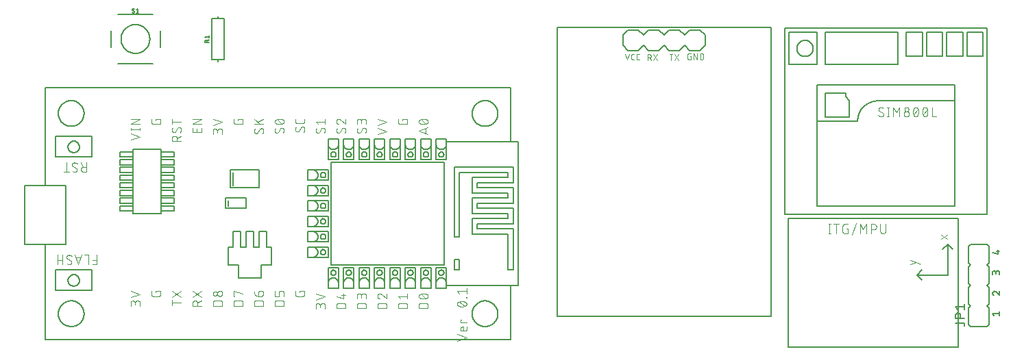
<source format=gbr>
G04 EAGLE Gerber RS-274X export*
G75*
%MOMM*%
%FSLAX34Y34*%
%LPD*%
%INSilkscreen Top*%
%IPPOS*%
%AMOC8*
5,1,8,0,0,1.08239X$1,22.5*%
G01*
%ADD10C,0.152400*%
%ADD11C,0.127000*%
%ADD12C,0.203200*%
%ADD13C,0.101600*%
%ADD14C,0.076200*%


D10*
X1165860Y38100D02*
X1145540Y38100D01*
X1143000Y91440D02*
X1143000Y111760D01*
X1143000Y91440D02*
X1145540Y88900D01*
X1168400Y91440D02*
X1168400Y111760D01*
X1168400Y91440D02*
X1165860Y88900D01*
X1168400Y111760D02*
X1165860Y114300D01*
X1145540Y114300D02*
X1143000Y111760D01*
X1145540Y88900D02*
X1143000Y86360D01*
X1143000Y66040D01*
X1145540Y63500D01*
X1143000Y60960D01*
X1143000Y40640D02*
X1145540Y38100D01*
X1143000Y40640D02*
X1143000Y60960D01*
X1168400Y86360D02*
X1165860Y88900D01*
X1168400Y66040D02*
X1165860Y63500D01*
X1168400Y60960D01*
X1168400Y40640D02*
X1165860Y38100D01*
X1168400Y66040D02*
X1168400Y86360D01*
X1168400Y60960D02*
X1168400Y40640D01*
X1165860Y139700D02*
X1145540Y139700D01*
X1143000Y137160D01*
X1165860Y139700D02*
X1168400Y137160D01*
X1168400Y116840D02*
X1165860Y114300D01*
X1145540Y114300D02*
X1143000Y116840D01*
X1143000Y137160D01*
X1168400Y137160D02*
X1168400Y116840D01*
D11*
X1173099Y53834D02*
X1175018Y51435D01*
X1173099Y53834D02*
X1181735Y53834D01*
X1181735Y51435D02*
X1181735Y56233D01*
X1173099Y79474D02*
X1173101Y79566D01*
X1173107Y79657D01*
X1173116Y79748D01*
X1173130Y79839D01*
X1173147Y79929D01*
X1173169Y80018D01*
X1173194Y80106D01*
X1173222Y80193D01*
X1173255Y80279D01*
X1173291Y80363D01*
X1173330Y80446D01*
X1173373Y80527D01*
X1173420Y80606D01*
X1173469Y80683D01*
X1173522Y80758D01*
X1173578Y80830D01*
X1173637Y80900D01*
X1173699Y80968D01*
X1173764Y81033D01*
X1173832Y81095D01*
X1173902Y81154D01*
X1173974Y81210D01*
X1174049Y81263D01*
X1174126Y81312D01*
X1174205Y81359D01*
X1174286Y81402D01*
X1174369Y81441D01*
X1174453Y81477D01*
X1174539Y81510D01*
X1174626Y81538D01*
X1174714Y81563D01*
X1174803Y81585D01*
X1174893Y81602D01*
X1174984Y81616D01*
X1175075Y81625D01*
X1175166Y81631D01*
X1175258Y81633D01*
X1173099Y79474D02*
X1173101Y79371D01*
X1173107Y79269D01*
X1173116Y79167D01*
X1173129Y79065D01*
X1173146Y78964D01*
X1173167Y78863D01*
X1173191Y78764D01*
X1173220Y78665D01*
X1173251Y78568D01*
X1173287Y78471D01*
X1173325Y78376D01*
X1173368Y78283D01*
X1173414Y78191D01*
X1173463Y78101D01*
X1173515Y78013D01*
X1173571Y77926D01*
X1173630Y77842D01*
X1173691Y77761D01*
X1173756Y77681D01*
X1173824Y77604D01*
X1173895Y77529D01*
X1173968Y77458D01*
X1174044Y77389D01*
X1174122Y77322D01*
X1174203Y77259D01*
X1174286Y77199D01*
X1174371Y77142D01*
X1174458Y77088D01*
X1174548Y77037D01*
X1174639Y76990D01*
X1174731Y76946D01*
X1174826Y76905D01*
X1174921Y76868D01*
X1175018Y76835D01*
X1176937Y80913D02*
X1176871Y80980D01*
X1176802Y81044D01*
X1176731Y81105D01*
X1176657Y81163D01*
X1176581Y81218D01*
X1176503Y81270D01*
X1176423Y81319D01*
X1176341Y81365D01*
X1176257Y81407D01*
X1176171Y81446D01*
X1176084Y81481D01*
X1175996Y81512D01*
X1175906Y81540D01*
X1175816Y81565D01*
X1175724Y81586D01*
X1175632Y81603D01*
X1175539Y81616D01*
X1175446Y81625D01*
X1175352Y81631D01*
X1175258Y81633D01*
X1176937Y80913D02*
X1181735Y76835D01*
X1181735Y81633D01*
X1181735Y102235D02*
X1181735Y104634D01*
X1181733Y104731D01*
X1181727Y104827D01*
X1181718Y104923D01*
X1181704Y105019D01*
X1181687Y105114D01*
X1181665Y105208D01*
X1181640Y105301D01*
X1181612Y105394D01*
X1181579Y105485D01*
X1181543Y105574D01*
X1181503Y105662D01*
X1181460Y105749D01*
X1181414Y105834D01*
X1181364Y105916D01*
X1181310Y105997D01*
X1181254Y106075D01*
X1181194Y106151D01*
X1181132Y106225D01*
X1181066Y106296D01*
X1180998Y106364D01*
X1180927Y106430D01*
X1180853Y106492D01*
X1180777Y106552D01*
X1180699Y106608D01*
X1180618Y106662D01*
X1180536Y106712D01*
X1180451Y106758D01*
X1180364Y106801D01*
X1180276Y106841D01*
X1180187Y106877D01*
X1180096Y106910D01*
X1180003Y106938D01*
X1179910Y106963D01*
X1179816Y106985D01*
X1179721Y107002D01*
X1179625Y107016D01*
X1179529Y107025D01*
X1179433Y107031D01*
X1179336Y107033D01*
X1179239Y107031D01*
X1179143Y107025D01*
X1179047Y107016D01*
X1178951Y107002D01*
X1178856Y106985D01*
X1178762Y106963D01*
X1178669Y106938D01*
X1178576Y106910D01*
X1178485Y106877D01*
X1178396Y106841D01*
X1178308Y106801D01*
X1178221Y106758D01*
X1178137Y106712D01*
X1178054Y106662D01*
X1177973Y106608D01*
X1177895Y106552D01*
X1177819Y106492D01*
X1177745Y106430D01*
X1177674Y106364D01*
X1177606Y106296D01*
X1177540Y106225D01*
X1177478Y106151D01*
X1177418Y106075D01*
X1177362Y105997D01*
X1177308Y105916D01*
X1177258Y105834D01*
X1177212Y105749D01*
X1177169Y105662D01*
X1177129Y105574D01*
X1177093Y105485D01*
X1177060Y105394D01*
X1177032Y105301D01*
X1177007Y105208D01*
X1176985Y105114D01*
X1176968Y105019D01*
X1176954Y104923D01*
X1176945Y104827D01*
X1176939Y104731D01*
X1176937Y104634D01*
X1173099Y105114D02*
X1173099Y102235D01*
X1173099Y105114D02*
X1173101Y105200D01*
X1173107Y105286D01*
X1173116Y105372D01*
X1173130Y105457D01*
X1173147Y105541D01*
X1173168Y105625D01*
X1173193Y105707D01*
X1173221Y105788D01*
X1173253Y105868D01*
X1173289Y105947D01*
X1173328Y106023D01*
X1173371Y106098D01*
X1173416Y106171D01*
X1173465Y106242D01*
X1173518Y106310D01*
X1173573Y106377D01*
X1173631Y106440D01*
X1173692Y106501D01*
X1173755Y106559D01*
X1173822Y106614D01*
X1173890Y106667D01*
X1173961Y106716D01*
X1174034Y106761D01*
X1174109Y106804D01*
X1174185Y106843D01*
X1174264Y106879D01*
X1174344Y106911D01*
X1174425Y106939D01*
X1174507Y106964D01*
X1174591Y106985D01*
X1174675Y107002D01*
X1174760Y107016D01*
X1174846Y107025D01*
X1174932Y107031D01*
X1175018Y107033D01*
X1175104Y107031D01*
X1175190Y107025D01*
X1175276Y107016D01*
X1175361Y107002D01*
X1175445Y106985D01*
X1175529Y106964D01*
X1175611Y106939D01*
X1175692Y106911D01*
X1175772Y106879D01*
X1175851Y106843D01*
X1175927Y106804D01*
X1176002Y106761D01*
X1176075Y106716D01*
X1176146Y106667D01*
X1176214Y106614D01*
X1176281Y106559D01*
X1176344Y106501D01*
X1176405Y106440D01*
X1176463Y106377D01*
X1176518Y106310D01*
X1176571Y106242D01*
X1176620Y106171D01*
X1176665Y106098D01*
X1176708Y106023D01*
X1176747Y105947D01*
X1176783Y105868D01*
X1176815Y105788D01*
X1176843Y105707D01*
X1176868Y105625D01*
X1176889Y105541D01*
X1176906Y105457D01*
X1176920Y105372D01*
X1176929Y105286D01*
X1176935Y105200D01*
X1176937Y105114D01*
X1176937Y103195D01*
X1179816Y127635D02*
X1173099Y129554D01*
X1179816Y127635D02*
X1179816Y132433D01*
X1177897Y130993D02*
X1181735Y130993D01*
X1136015Y42545D02*
X1127125Y42545D01*
X1136015Y42545D02*
X1136115Y42543D01*
X1136214Y42537D01*
X1136314Y42527D01*
X1136412Y42514D01*
X1136511Y42496D01*
X1136608Y42475D01*
X1136704Y42450D01*
X1136800Y42421D01*
X1136894Y42388D01*
X1136987Y42352D01*
X1137078Y42312D01*
X1137168Y42268D01*
X1137256Y42221D01*
X1137342Y42171D01*
X1137426Y42117D01*
X1137508Y42060D01*
X1137587Y42000D01*
X1137665Y41936D01*
X1137739Y41870D01*
X1137811Y41801D01*
X1137880Y41729D01*
X1137946Y41655D01*
X1138010Y41577D01*
X1138070Y41498D01*
X1138127Y41416D01*
X1138181Y41332D01*
X1138231Y41246D01*
X1138278Y41158D01*
X1138322Y41068D01*
X1138362Y40977D01*
X1138398Y40884D01*
X1138431Y40790D01*
X1138460Y40694D01*
X1138485Y40598D01*
X1138506Y40501D01*
X1138524Y40402D01*
X1138537Y40304D01*
X1138547Y40204D01*
X1138553Y40105D01*
X1138555Y40005D01*
X1138555Y38735D01*
X1138555Y48525D02*
X1127125Y48525D01*
X1127125Y51700D01*
X1127127Y51811D01*
X1127133Y51921D01*
X1127142Y52032D01*
X1127156Y52142D01*
X1127173Y52251D01*
X1127194Y52360D01*
X1127219Y52468D01*
X1127248Y52575D01*
X1127280Y52681D01*
X1127316Y52786D01*
X1127356Y52889D01*
X1127399Y52991D01*
X1127446Y53092D01*
X1127497Y53191D01*
X1127550Y53287D01*
X1127607Y53382D01*
X1127668Y53475D01*
X1127731Y53566D01*
X1127798Y53655D01*
X1127868Y53741D01*
X1127941Y53824D01*
X1128016Y53906D01*
X1128094Y53984D01*
X1128176Y54059D01*
X1128259Y54132D01*
X1128345Y54202D01*
X1128434Y54269D01*
X1128525Y54332D01*
X1128618Y54393D01*
X1128713Y54450D01*
X1128809Y54503D01*
X1128908Y54554D01*
X1129009Y54601D01*
X1129111Y54644D01*
X1129214Y54684D01*
X1129319Y54720D01*
X1129425Y54752D01*
X1129532Y54781D01*
X1129640Y54806D01*
X1129749Y54827D01*
X1129858Y54844D01*
X1129968Y54858D01*
X1130079Y54867D01*
X1130189Y54873D01*
X1130300Y54875D01*
X1130411Y54873D01*
X1130521Y54867D01*
X1130632Y54858D01*
X1130742Y54844D01*
X1130851Y54827D01*
X1130960Y54806D01*
X1131068Y54781D01*
X1131175Y54752D01*
X1131281Y54720D01*
X1131386Y54684D01*
X1131489Y54644D01*
X1131591Y54601D01*
X1131692Y54554D01*
X1131791Y54503D01*
X1131888Y54450D01*
X1131982Y54393D01*
X1132075Y54332D01*
X1132166Y54269D01*
X1132255Y54202D01*
X1132341Y54132D01*
X1132424Y54059D01*
X1132506Y53984D01*
X1132584Y53906D01*
X1132659Y53824D01*
X1132732Y53741D01*
X1132802Y53655D01*
X1132869Y53566D01*
X1132932Y53475D01*
X1132993Y53382D01*
X1133050Y53288D01*
X1133103Y53191D01*
X1133154Y53092D01*
X1133201Y52991D01*
X1133244Y52889D01*
X1133284Y52786D01*
X1133320Y52681D01*
X1133352Y52575D01*
X1133381Y52468D01*
X1133406Y52360D01*
X1133427Y52251D01*
X1133444Y52142D01*
X1133458Y52032D01*
X1133467Y51921D01*
X1133473Y51811D01*
X1133475Y51700D01*
X1133475Y48525D01*
X1129665Y59384D02*
X1127125Y62559D01*
X1138555Y62559D01*
X1138555Y59384D02*
X1138555Y65734D01*
D12*
X208280Y368300D02*
X208280Y419100D01*
X215900Y419100D01*
X223520Y419100D01*
X223520Y368300D01*
X215900Y368300D01*
X208280Y368300D01*
X215900Y419100D02*
X215900Y421640D01*
X215900Y368300D02*
X215900Y365760D01*
D11*
X205105Y389648D02*
X200279Y389648D01*
X200279Y390989D01*
X200281Y391060D01*
X200287Y391132D01*
X200296Y391202D01*
X200309Y391272D01*
X200326Y391342D01*
X200347Y391410D01*
X200371Y391477D01*
X200399Y391543D01*
X200430Y391607D01*
X200465Y391670D01*
X200503Y391730D01*
X200544Y391789D01*
X200588Y391845D01*
X200635Y391899D01*
X200684Y391950D01*
X200737Y391998D01*
X200792Y392044D01*
X200849Y392086D01*
X200909Y392126D01*
X200970Y392162D01*
X201034Y392195D01*
X201099Y392224D01*
X201165Y392250D01*
X201233Y392273D01*
X201302Y392292D01*
X201372Y392307D01*
X201442Y392318D01*
X201513Y392326D01*
X201584Y392330D01*
X201656Y392330D01*
X201727Y392326D01*
X201798Y392318D01*
X201868Y392307D01*
X201938Y392292D01*
X202007Y392273D01*
X202075Y392250D01*
X202141Y392224D01*
X202206Y392195D01*
X202270Y392162D01*
X202331Y392126D01*
X202391Y392086D01*
X202448Y392044D01*
X202503Y391998D01*
X202556Y391950D01*
X202605Y391899D01*
X202652Y391845D01*
X202696Y391789D01*
X202737Y391730D01*
X202775Y391670D01*
X202810Y391607D01*
X202841Y391543D01*
X202869Y391477D01*
X202893Y391410D01*
X202914Y391342D01*
X202931Y391272D01*
X202944Y391202D01*
X202953Y391132D01*
X202959Y391060D01*
X202961Y390989D01*
X202960Y390989D02*
X202960Y389648D01*
X202960Y391257D02*
X205105Y392329D01*
X201351Y395071D02*
X200279Y396411D01*
X205105Y396411D01*
X205105Y395071D02*
X205105Y397752D01*
D12*
X135890Y424180D02*
X92710Y424180D01*
X92710Y363220D02*
X135890Y363220D01*
X144780Y383540D02*
X144780Y403680D01*
X83820Y403980D02*
X83820Y383540D01*
X96520Y393700D02*
X96525Y394136D01*
X96541Y394572D01*
X96568Y395008D01*
X96606Y395443D01*
X96654Y395876D01*
X96712Y396309D01*
X96782Y396740D01*
X96862Y397169D01*
X96952Y397596D01*
X97053Y398020D01*
X97164Y398442D01*
X97286Y398861D01*
X97417Y399277D01*
X97559Y399690D01*
X97711Y400099D01*
X97873Y400504D01*
X98045Y400905D01*
X98227Y401302D01*
X98418Y401694D01*
X98619Y402081D01*
X98830Y402464D01*
X99050Y402841D01*
X99279Y403212D01*
X99516Y403578D01*
X99763Y403938D01*
X100019Y404292D01*
X100283Y404639D01*
X100556Y404980D01*
X100837Y405313D01*
X101126Y405640D01*
X101423Y405960D01*
X101728Y406272D01*
X102040Y406577D01*
X102360Y406874D01*
X102687Y407163D01*
X103020Y407444D01*
X103361Y407717D01*
X103708Y407981D01*
X104062Y408237D01*
X104422Y408484D01*
X104788Y408721D01*
X105159Y408950D01*
X105536Y409170D01*
X105919Y409381D01*
X106306Y409582D01*
X106698Y409773D01*
X107095Y409955D01*
X107496Y410127D01*
X107901Y410289D01*
X108310Y410441D01*
X108723Y410583D01*
X109139Y410714D01*
X109558Y410836D01*
X109980Y410947D01*
X110404Y411048D01*
X110831Y411138D01*
X111260Y411218D01*
X111691Y411288D01*
X112124Y411346D01*
X112557Y411394D01*
X112992Y411432D01*
X113428Y411459D01*
X113864Y411475D01*
X114300Y411480D01*
X114736Y411475D01*
X115172Y411459D01*
X115608Y411432D01*
X116043Y411394D01*
X116476Y411346D01*
X116909Y411288D01*
X117340Y411218D01*
X117769Y411138D01*
X118196Y411048D01*
X118620Y410947D01*
X119042Y410836D01*
X119461Y410714D01*
X119877Y410583D01*
X120290Y410441D01*
X120699Y410289D01*
X121104Y410127D01*
X121505Y409955D01*
X121902Y409773D01*
X122294Y409582D01*
X122681Y409381D01*
X123064Y409170D01*
X123441Y408950D01*
X123812Y408721D01*
X124178Y408484D01*
X124538Y408237D01*
X124892Y407981D01*
X125239Y407717D01*
X125580Y407444D01*
X125913Y407163D01*
X126240Y406874D01*
X126560Y406577D01*
X126872Y406272D01*
X127177Y405960D01*
X127474Y405640D01*
X127763Y405313D01*
X128044Y404980D01*
X128317Y404639D01*
X128581Y404292D01*
X128837Y403938D01*
X129084Y403578D01*
X129321Y403212D01*
X129550Y402841D01*
X129770Y402464D01*
X129981Y402081D01*
X130182Y401694D01*
X130373Y401302D01*
X130555Y400905D01*
X130727Y400504D01*
X130889Y400099D01*
X131041Y399690D01*
X131183Y399277D01*
X131314Y398861D01*
X131436Y398442D01*
X131547Y398020D01*
X131648Y397596D01*
X131738Y397169D01*
X131818Y396740D01*
X131888Y396309D01*
X131946Y395876D01*
X131994Y395443D01*
X132032Y395008D01*
X132059Y394572D01*
X132075Y394136D01*
X132080Y393700D01*
X132075Y393264D01*
X132059Y392828D01*
X132032Y392392D01*
X131994Y391957D01*
X131946Y391524D01*
X131888Y391091D01*
X131818Y390660D01*
X131738Y390231D01*
X131648Y389804D01*
X131547Y389380D01*
X131436Y388958D01*
X131314Y388539D01*
X131183Y388123D01*
X131041Y387710D01*
X130889Y387301D01*
X130727Y386896D01*
X130555Y386495D01*
X130373Y386098D01*
X130182Y385706D01*
X129981Y385319D01*
X129770Y384936D01*
X129550Y384559D01*
X129321Y384188D01*
X129084Y383822D01*
X128837Y383462D01*
X128581Y383108D01*
X128317Y382761D01*
X128044Y382420D01*
X127763Y382087D01*
X127474Y381760D01*
X127177Y381440D01*
X126872Y381128D01*
X126560Y380823D01*
X126240Y380526D01*
X125913Y380237D01*
X125580Y379956D01*
X125239Y379683D01*
X124892Y379419D01*
X124538Y379163D01*
X124178Y378916D01*
X123812Y378679D01*
X123441Y378450D01*
X123064Y378230D01*
X122681Y378019D01*
X122294Y377818D01*
X121902Y377627D01*
X121505Y377445D01*
X121104Y377273D01*
X120699Y377111D01*
X120290Y376959D01*
X119877Y376817D01*
X119461Y376686D01*
X119042Y376564D01*
X118620Y376453D01*
X118196Y376352D01*
X117769Y376262D01*
X117340Y376182D01*
X116909Y376112D01*
X116476Y376054D01*
X116043Y376006D01*
X115608Y375968D01*
X115172Y375941D01*
X114736Y375925D01*
X114300Y375920D01*
X113864Y375925D01*
X113428Y375941D01*
X112992Y375968D01*
X112557Y376006D01*
X112124Y376054D01*
X111691Y376112D01*
X111260Y376182D01*
X110831Y376262D01*
X110404Y376352D01*
X109980Y376453D01*
X109558Y376564D01*
X109139Y376686D01*
X108723Y376817D01*
X108310Y376959D01*
X107901Y377111D01*
X107496Y377273D01*
X107095Y377445D01*
X106698Y377627D01*
X106306Y377818D01*
X105919Y378019D01*
X105536Y378230D01*
X105159Y378450D01*
X104788Y378679D01*
X104422Y378916D01*
X104062Y379163D01*
X103708Y379419D01*
X103361Y379683D01*
X103020Y379956D01*
X102687Y380237D01*
X102360Y380526D01*
X102040Y380823D01*
X101728Y381128D01*
X101423Y381440D01*
X101126Y381760D01*
X100837Y382087D01*
X100556Y382420D01*
X100283Y382761D01*
X100019Y383108D01*
X99763Y383462D01*
X99516Y383822D01*
X99279Y384188D01*
X99050Y384559D01*
X98830Y384936D01*
X98619Y385319D01*
X98418Y385706D01*
X98227Y386098D01*
X98045Y386495D01*
X97873Y386896D01*
X97711Y387301D01*
X97559Y387710D01*
X97417Y388123D01*
X97286Y388539D01*
X97164Y388958D01*
X97053Y389380D01*
X96952Y389804D01*
X96862Y390231D01*
X96782Y390660D01*
X96712Y391091D01*
X96654Y391524D01*
X96606Y391957D01*
X96568Y392392D01*
X96541Y392828D01*
X96525Y393264D01*
X96520Y393700D01*
D11*
X111916Y426085D02*
X111981Y426087D01*
X112045Y426093D01*
X112109Y426103D01*
X112173Y426116D01*
X112235Y426134D01*
X112296Y426155D01*
X112356Y426179D01*
X112414Y426208D01*
X112471Y426240D01*
X112525Y426275D01*
X112577Y426313D01*
X112627Y426355D01*
X112674Y426399D01*
X112718Y426446D01*
X112760Y426496D01*
X112798Y426548D01*
X112833Y426602D01*
X112865Y426659D01*
X112894Y426717D01*
X112918Y426777D01*
X112939Y426838D01*
X112957Y426900D01*
X112970Y426964D01*
X112980Y427028D01*
X112986Y427092D01*
X112988Y427157D01*
X111916Y426085D02*
X111822Y426087D01*
X111728Y426093D01*
X111634Y426103D01*
X111541Y426116D01*
X111449Y426134D01*
X111357Y426155D01*
X111266Y426180D01*
X111176Y426209D01*
X111088Y426242D01*
X111001Y426278D01*
X110916Y426318D01*
X110832Y426361D01*
X110751Y426408D01*
X110671Y426458D01*
X110593Y426511D01*
X110518Y426568D01*
X110445Y426627D01*
X110375Y426690D01*
X110307Y426755D01*
X110442Y429839D02*
X110444Y429904D01*
X110450Y429968D01*
X110460Y430032D01*
X110473Y430096D01*
X110491Y430158D01*
X110512Y430219D01*
X110536Y430279D01*
X110565Y430337D01*
X110597Y430394D01*
X110632Y430448D01*
X110670Y430500D01*
X110712Y430550D01*
X110756Y430597D01*
X110803Y430641D01*
X110853Y430683D01*
X110905Y430721D01*
X110959Y430756D01*
X111016Y430788D01*
X111074Y430817D01*
X111134Y430841D01*
X111195Y430862D01*
X111257Y430880D01*
X111321Y430893D01*
X111385Y430903D01*
X111449Y430909D01*
X111514Y430911D01*
X111600Y430909D01*
X111686Y430904D01*
X111772Y430894D01*
X111857Y430881D01*
X111942Y430865D01*
X112026Y430845D01*
X112109Y430821D01*
X112191Y430794D01*
X112271Y430763D01*
X112351Y430729D01*
X112428Y430691D01*
X112504Y430650D01*
X112578Y430606D01*
X112650Y430559D01*
X112721Y430509D01*
X110978Y428901D02*
X110925Y428934D01*
X110874Y428971D01*
X110825Y429010D01*
X110778Y429052D01*
X110734Y429097D01*
X110693Y429144D01*
X110654Y429193D01*
X110618Y429245D01*
X110585Y429299D01*
X110556Y429354D01*
X110530Y429411D01*
X110507Y429470D01*
X110487Y429529D01*
X110471Y429590D01*
X110458Y429651D01*
X110449Y429714D01*
X110444Y429776D01*
X110442Y429839D01*
X112453Y428095D02*
X112506Y428062D01*
X112557Y428025D01*
X112606Y427986D01*
X112653Y427944D01*
X112697Y427899D01*
X112738Y427852D01*
X112777Y427803D01*
X112813Y427751D01*
X112846Y427697D01*
X112875Y427642D01*
X112901Y427585D01*
X112924Y427526D01*
X112944Y427467D01*
X112960Y427406D01*
X112973Y427345D01*
X112982Y427282D01*
X112987Y427220D01*
X112989Y427157D01*
X112453Y428096D02*
X110978Y428900D01*
X115611Y429839D02*
X116952Y430911D01*
X116952Y426085D01*
X118292Y426085D02*
X115611Y426085D01*
X577850Y333375D02*
X577850Y266700D01*
X587375Y266700D01*
X587375Y88900D01*
X577850Y88900D01*
X577850Y22225D01*
X3175Y22225D01*
X3175Y139700D01*
X-22225Y139700D01*
X-22225Y212725D02*
X3175Y212725D01*
X3175Y333375D01*
X577850Y333375D01*
X355600Y241300D02*
X355600Y114300D01*
X495300Y114300D01*
X495300Y241300D01*
X355600Y241300D01*
X485775Y244475D02*
X498475Y244475D01*
X485775Y244475D02*
X485775Y263525D01*
X498475Y263525D02*
X498475Y244475D01*
X498475Y263525D02*
X498473Y263367D01*
X498467Y263208D01*
X498457Y263050D01*
X498443Y262893D01*
X498426Y262735D01*
X498404Y262579D01*
X498379Y262422D01*
X498349Y262267D01*
X498316Y262112D01*
X498279Y261958D01*
X498238Y261805D01*
X498193Y261653D01*
X498144Y261503D01*
X498092Y261353D01*
X498036Y261205D01*
X497976Y261058D01*
X497913Y260913D01*
X497846Y260770D01*
X497776Y260628D01*
X497702Y260488D01*
X497624Y260350D01*
X497543Y260214D01*
X497459Y260080D01*
X497372Y259948D01*
X497281Y259818D01*
X497187Y259691D01*
X497090Y259566D01*
X496989Y259443D01*
X496886Y259323D01*
X496780Y259206D01*
X496671Y259091D01*
X496559Y258979D01*
X496444Y258870D01*
X496327Y258764D01*
X496207Y258661D01*
X496084Y258560D01*
X495959Y258463D01*
X495832Y258369D01*
X495702Y258278D01*
X495570Y258191D01*
X495436Y258107D01*
X495300Y258026D01*
X495162Y257948D01*
X495022Y257874D01*
X494880Y257804D01*
X494737Y257737D01*
X494592Y257674D01*
X494445Y257614D01*
X494297Y257558D01*
X494147Y257506D01*
X493997Y257457D01*
X493845Y257412D01*
X493692Y257371D01*
X493538Y257334D01*
X493383Y257301D01*
X493228Y257271D01*
X493071Y257246D01*
X492915Y257224D01*
X492757Y257207D01*
X492600Y257193D01*
X492442Y257183D01*
X492283Y257177D01*
X492125Y257175D01*
X491967Y257177D01*
X491808Y257183D01*
X491650Y257193D01*
X491493Y257207D01*
X491335Y257224D01*
X491179Y257246D01*
X491022Y257271D01*
X490867Y257301D01*
X490712Y257334D01*
X490558Y257371D01*
X490405Y257412D01*
X490253Y257457D01*
X490103Y257506D01*
X489953Y257558D01*
X489805Y257614D01*
X489658Y257674D01*
X489513Y257737D01*
X489370Y257804D01*
X489228Y257874D01*
X489088Y257948D01*
X488950Y258026D01*
X488814Y258107D01*
X488680Y258191D01*
X488548Y258278D01*
X488418Y258369D01*
X488291Y258463D01*
X488166Y258560D01*
X488043Y258661D01*
X487923Y258764D01*
X487806Y258870D01*
X487691Y258979D01*
X487579Y259091D01*
X487470Y259206D01*
X487364Y259323D01*
X487261Y259443D01*
X487160Y259566D01*
X487063Y259691D01*
X486969Y259818D01*
X486878Y259948D01*
X486791Y260080D01*
X486707Y260214D01*
X486626Y260350D01*
X486548Y260488D01*
X486474Y260628D01*
X486404Y260770D01*
X486337Y260913D01*
X486274Y261058D01*
X486214Y261205D01*
X486158Y261353D01*
X486106Y261503D01*
X486057Y261653D01*
X486012Y261805D01*
X485971Y261958D01*
X485934Y262112D01*
X485901Y262267D01*
X485871Y262422D01*
X485846Y262579D01*
X485824Y262735D01*
X485807Y262893D01*
X485793Y263050D01*
X485783Y263208D01*
X485777Y263367D01*
X485775Y263525D01*
X485775Y269875D01*
X498475Y269875D01*
X498475Y266700D01*
X498475Y263525D01*
X479425Y244475D02*
X466725Y244475D01*
X466725Y263525D01*
X479425Y263525D02*
X479425Y244475D01*
X479425Y263525D02*
X479423Y263367D01*
X479417Y263208D01*
X479407Y263050D01*
X479393Y262893D01*
X479376Y262735D01*
X479354Y262579D01*
X479329Y262422D01*
X479299Y262267D01*
X479266Y262112D01*
X479229Y261958D01*
X479188Y261805D01*
X479143Y261653D01*
X479094Y261503D01*
X479042Y261353D01*
X478986Y261205D01*
X478926Y261058D01*
X478863Y260913D01*
X478796Y260770D01*
X478726Y260628D01*
X478652Y260488D01*
X478574Y260350D01*
X478493Y260214D01*
X478409Y260080D01*
X478322Y259948D01*
X478231Y259818D01*
X478137Y259691D01*
X478040Y259566D01*
X477939Y259443D01*
X477836Y259323D01*
X477730Y259206D01*
X477621Y259091D01*
X477509Y258979D01*
X477394Y258870D01*
X477277Y258764D01*
X477157Y258661D01*
X477034Y258560D01*
X476909Y258463D01*
X476782Y258369D01*
X476652Y258278D01*
X476520Y258191D01*
X476386Y258107D01*
X476250Y258026D01*
X476112Y257948D01*
X475972Y257874D01*
X475830Y257804D01*
X475687Y257737D01*
X475542Y257674D01*
X475395Y257614D01*
X475247Y257558D01*
X475097Y257506D01*
X474947Y257457D01*
X474795Y257412D01*
X474642Y257371D01*
X474488Y257334D01*
X474333Y257301D01*
X474178Y257271D01*
X474021Y257246D01*
X473865Y257224D01*
X473707Y257207D01*
X473550Y257193D01*
X473392Y257183D01*
X473233Y257177D01*
X473075Y257175D01*
X472917Y257177D01*
X472758Y257183D01*
X472600Y257193D01*
X472443Y257207D01*
X472285Y257224D01*
X472129Y257246D01*
X471972Y257271D01*
X471817Y257301D01*
X471662Y257334D01*
X471508Y257371D01*
X471355Y257412D01*
X471203Y257457D01*
X471053Y257506D01*
X470903Y257558D01*
X470755Y257614D01*
X470608Y257674D01*
X470463Y257737D01*
X470320Y257804D01*
X470178Y257874D01*
X470038Y257948D01*
X469900Y258026D01*
X469764Y258107D01*
X469630Y258191D01*
X469498Y258278D01*
X469368Y258369D01*
X469241Y258463D01*
X469116Y258560D01*
X468993Y258661D01*
X468873Y258764D01*
X468756Y258870D01*
X468641Y258979D01*
X468529Y259091D01*
X468420Y259206D01*
X468314Y259323D01*
X468211Y259443D01*
X468110Y259566D01*
X468013Y259691D01*
X467919Y259818D01*
X467828Y259948D01*
X467741Y260080D01*
X467657Y260214D01*
X467576Y260350D01*
X467498Y260488D01*
X467424Y260628D01*
X467354Y260770D01*
X467287Y260913D01*
X467224Y261058D01*
X467164Y261205D01*
X467108Y261353D01*
X467056Y261503D01*
X467007Y261653D01*
X466962Y261805D01*
X466921Y261958D01*
X466884Y262112D01*
X466851Y262267D01*
X466821Y262422D01*
X466796Y262579D01*
X466774Y262735D01*
X466757Y262893D01*
X466743Y263050D01*
X466733Y263208D01*
X466727Y263367D01*
X466725Y263525D01*
X466725Y269875D01*
X479425Y269875D01*
X479425Y263525D01*
X460375Y244475D02*
X447675Y244475D01*
X447675Y263525D01*
X460375Y263525D02*
X460375Y244475D01*
X460375Y263525D02*
X460373Y263367D01*
X460367Y263208D01*
X460357Y263050D01*
X460343Y262893D01*
X460326Y262735D01*
X460304Y262579D01*
X460279Y262422D01*
X460249Y262267D01*
X460216Y262112D01*
X460179Y261958D01*
X460138Y261805D01*
X460093Y261653D01*
X460044Y261503D01*
X459992Y261353D01*
X459936Y261205D01*
X459876Y261058D01*
X459813Y260913D01*
X459746Y260770D01*
X459676Y260628D01*
X459602Y260488D01*
X459524Y260350D01*
X459443Y260214D01*
X459359Y260080D01*
X459272Y259948D01*
X459181Y259818D01*
X459087Y259691D01*
X458990Y259566D01*
X458889Y259443D01*
X458786Y259323D01*
X458680Y259206D01*
X458571Y259091D01*
X458459Y258979D01*
X458344Y258870D01*
X458227Y258764D01*
X458107Y258661D01*
X457984Y258560D01*
X457859Y258463D01*
X457732Y258369D01*
X457602Y258278D01*
X457470Y258191D01*
X457336Y258107D01*
X457200Y258026D01*
X457062Y257948D01*
X456922Y257874D01*
X456780Y257804D01*
X456637Y257737D01*
X456492Y257674D01*
X456345Y257614D01*
X456197Y257558D01*
X456047Y257506D01*
X455897Y257457D01*
X455745Y257412D01*
X455592Y257371D01*
X455438Y257334D01*
X455283Y257301D01*
X455128Y257271D01*
X454971Y257246D01*
X454815Y257224D01*
X454657Y257207D01*
X454500Y257193D01*
X454342Y257183D01*
X454183Y257177D01*
X454025Y257175D01*
X453867Y257177D01*
X453708Y257183D01*
X453550Y257193D01*
X453393Y257207D01*
X453235Y257224D01*
X453079Y257246D01*
X452922Y257271D01*
X452767Y257301D01*
X452612Y257334D01*
X452458Y257371D01*
X452305Y257412D01*
X452153Y257457D01*
X452003Y257506D01*
X451853Y257558D01*
X451705Y257614D01*
X451558Y257674D01*
X451413Y257737D01*
X451270Y257804D01*
X451128Y257874D01*
X450988Y257948D01*
X450850Y258026D01*
X450714Y258107D01*
X450580Y258191D01*
X450448Y258278D01*
X450318Y258369D01*
X450191Y258463D01*
X450066Y258560D01*
X449943Y258661D01*
X449823Y258764D01*
X449706Y258870D01*
X449591Y258979D01*
X449479Y259091D01*
X449370Y259206D01*
X449264Y259323D01*
X449161Y259443D01*
X449060Y259566D01*
X448963Y259691D01*
X448869Y259818D01*
X448778Y259948D01*
X448691Y260080D01*
X448607Y260214D01*
X448526Y260350D01*
X448448Y260488D01*
X448374Y260628D01*
X448304Y260770D01*
X448237Y260913D01*
X448174Y261058D01*
X448114Y261205D01*
X448058Y261353D01*
X448006Y261503D01*
X447957Y261653D01*
X447912Y261805D01*
X447871Y261958D01*
X447834Y262112D01*
X447801Y262267D01*
X447771Y262422D01*
X447746Y262579D01*
X447724Y262735D01*
X447707Y262893D01*
X447693Y263050D01*
X447683Y263208D01*
X447677Y263367D01*
X447675Y263525D01*
X447675Y269875D01*
X460375Y269875D01*
X460375Y263525D01*
X441325Y244475D02*
X428625Y244475D01*
X428625Y263525D01*
X441325Y263525D02*
X441325Y244475D01*
X441325Y263525D02*
X441323Y263367D01*
X441317Y263208D01*
X441307Y263050D01*
X441293Y262893D01*
X441276Y262735D01*
X441254Y262579D01*
X441229Y262422D01*
X441199Y262267D01*
X441166Y262112D01*
X441129Y261958D01*
X441088Y261805D01*
X441043Y261653D01*
X440994Y261503D01*
X440942Y261353D01*
X440886Y261205D01*
X440826Y261058D01*
X440763Y260913D01*
X440696Y260770D01*
X440626Y260628D01*
X440552Y260488D01*
X440474Y260350D01*
X440393Y260214D01*
X440309Y260080D01*
X440222Y259948D01*
X440131Y259818D01*
X440037Y259691D01*
X439940Y259566D01*
X439839Y259443D01*
X439736Y259323D01*
X439630Y259206D01*
X439521Y259091D01*
X439409Y258979D01*
X439294Y258870D01*
X439177Y258764D01*
X439057Y258661D01*
X438934Y258560D01*
X438809Y258463D01*
X438682Y258369D01*
X438552Y258278D01*
X438420Y258191D01*
X438286Y258107D01*
X438150Y258026D01*
X438012Y257948D01*
X437872Y257874D01*
X437730Y257804D01*
X437587Y257737D01*
X437442Y257674D01*
X437295Y257614D01*
X437147Y257558D01*
X436997Y257506D01*
X436847Y257457D01*
X436695Y257412D01*
X436542Y257371D01*
X436388Y257334D01*
X436233Y257301D01*
X436078Y257271D01*
X435921Y257246D01*
X435765Y257224D01*
X435607Y257207D01*
X435450Y257193D01*
X435292Y257183D01*
X435133Y257177D01*
X434975Y257175D01*
X434817Y257177D01*
X434658Y257183D01*
X434500Y257193D01*
X434343Y257207D01*
X434185Y257224D01*
X434029Y257246D01*
X433872Y257271D01*
X433717Y257301D01*
X433562Y257334D01*
X433408Y257371D01*
X433255Y257412D01*
X433103Y257457D01*
X432953Y257506D01*
X432803Y257558D01*
X432655Y257614D01*
X432508Y257674D01*
X432363Y257737D01*
X432220Y257804D01*
X432078Y257874D01*
X431938Y257948D01*
X431800Y258026D01*
X431664Y258107D01*
X431530Y258191D01*
X431398Y258278D01*
X431268Y258369D01*
X431141Y258463D01*
X431016Y258560D01*
X430893Y258661D01*
X430773Y258764D01*
X430656Y258870D01*
X430541Y258979D01*
X430429Y259091D01*
X430320Y259206D01*
X430214Y259323D01*
X430111Y259443D01*
X430010Y259566D01*
X429913Y259691D01*
X429819Y259818D01*
X429728Y259948D01*
X429641Y260080D01*
X429557Y260214D01*
X429476Y260350D01*
X429398Y260488D01*
X429324Y260628D01*
X429254Y260770D01*
X429187Y260913D01*
X429124Y261058D01*
X429064Y261205D01*
X429008Y261353D01*
X428956Y261503D01*
X428907Y261653D01*
X428862Y261805D01*
X428821Y261958D01*
X428784Y262112D01*
X428751Y262267D01*
X428721Y262422D01*
X428696Y262579D01*
X428674Y262735D01*
X428657Y262893D01*
X428643Y263050D01*
X428633Y263208D01*
X428627Y263367D01*
X428625Y263525D01*
X428625Y269875D01*
X441325Y269875D01*
X441325Y263525D01*
X422275Y244475D02*
X409575Y244475D01*
X409575Y263525D01*
X422275Y263525D02*
X422275Y244475D01*
X422275Y263525D02*
X422273Y263367D01*
X422267Y263208D01*
X422257Y263050D01*
X422243Y262893D01*
X422226Y262735D01*
X422204Y262579D01*
X422179Y262422D01*
X422149Y262267D01*
X422116Y262112D01*
X422079Y261958D01*
X422038Y261805D01*
X421993Y261653D01*
X421944Y261503D01*
X421892Y261353D01*
X421836Y261205D01*
X421776Y261058D01*
X421713Y260913D01*
X421646Y260770D01*
X421576Y260628D01*
X421502Y260488D01*
X421424Y260350D01*
X421343Y260214D01*
X421259Y260080D01*
X421172Y259948D01*
X421081Y259818D01*
X420987Y259691D01*
X420890Y259566D01*
X420789Y259443D01*
X420686Y259323D01*
X420580Y259206D01*
X420471Y259091D01*
X420359Y258979D01*
X420244Y258870D01*
X420127Y258764D01*
X420007Y258661D01*
X419884Y258560D01*
X419759Y258463D01*
X419632Y258369D01*
X419502Y258278D01*
X419370Y258191D01*
X419236Y258107D01*
X419100Y258026D01*
X418962Y257948D01*
X418822Y257874D01*
X418680Y257804D01*
X418537Y257737D01*
X418392Y257674D01*
X418245Y257614D01*
X418097Y257558D01*
X417947Y257506D01*
X417797Y257457D01*
X417645Y257412D01*
X417492Y257371D01*
X417338Y257334D01*
X417183Y257301D01*
X417028Y257271D01*
X416871Y257246D01*
X416715Y257224D01*
X416557Y257207D01*
X416400Y257193D01*
X416242Y257183D01*
X416083Y257177D01*
X415925Y257175D01*
X415767Y257177D01*
X415608Y257183D01*
X415450Y257193D01*
X415293Y257207D01*
X415135Y257224D01*
X414979Y257246D01*
X414822Y257271D01*
X414667Y257301D01*
X414512Y257334D01*
X414358Y257371D01*
X414205Y257412D01*
X414053Y257457D01*
X413903Y257506D01*
X413753Y257558D01*
X413605Y257614D01*
X413458Y257674D01*
X413313Y257737D01*
X413170Y257804D01*
X413028Y257874D01*
X412888Y257948D01*
X412750Y258026D01*
X412614Y258107D01*
X412480Y258191D01*
X412348Y258278D01*
X412218Y258369D01*
X412091Y258463D01*
X411966Y258560D01*
X411843Y258661D01*
X411723Y258764D01*
X411606Y258870D01*
X411491Y258979D01*
X411379Y259091D01*
X411270Y259206D01*
X411164Y259323D01*
X411061Y259443D01*
X410960Y259566D01*
X410863Y259691D01*
X410769Y259818D01*
X410678Y259948D01*
X410591Y260080D01*
X410507Y260214D01*
X410426Y260350D01*
X410348Y260488D01*
X410274Y260628D01*
X410204Y260770D01*
X410137Y260913D01*
X410074Y261058D01*
X410014Y261205D01*
X409958Y261353D01*
X409906Y261503D01*
X409857Y261653D01*
X409812Y261805D01*
X409771Y261958D01*
X409734Y262112D01*
X409701Y262267D01*
X409671Y262422D01*
X409646Y262579D01*
X409624Y262735D01*
X409607Y262893D01*
X409593Y263050D01*
X409583Y263208D01*
X409577Y263367D01*
X409575Y263525D01*
X409575Y269875D01*
X422275Y269875D01*
X422275Y263525D01*
X403225Y244475D02*
X390525Y244475D01*
X390525Y263525D01*
X403225Y263525D02*
X403225Y244475D01*
X403225Y263525D02*
X403223Y263367D01*
X403217Y263208D01*
X403207Y263050D01*
X403193Y262893D01*
X403176Y262735D01*
X403154Y262579D01*
X403129Y262422D01*
X403099Y262267D01*
X403066Y262112D01*
X403029Y261958D01*
X402988Y261805D01*
X402943Y261653D01*
X402894Y261503D01*
X402842Y261353D01*
X402786Y261205D01*
X402726Y261058D01*
X402663Y260913D01*
X402596Y260770D01*
X402526Y260628D01*
X402452Y260488D01*
X402374Y260350D01*
X402293Y260214D01*
X402209Y260080D01*
X402122Y259948D01*
X402031Y259818D01*
X401937Y259691D01*
X401840Y259566D01*
X401739Y259443D01*
X401636Y259323D01*
X401530Y259206D01*
X401421Y259091D01*
X401309Y258979D01*
X401194Y258870D01*
X401077Y258764D01*
X400957Y258661D01*
X400834Y258560D01*
X400709Y258463D01*
X400582Y258369D01*
X400452Y258278D01*
X400320Y258191D01*
X400186Y258107D01*
X400050Y258026D01*
X399912Y257948D01*
X399772Y257874D01*
X399630Y257804D01*
X399487Y257737D01*
X399342Y257674D01*
X399195Y257614D01*
X399047Y257558D01*
X398897Y257506D01*
X398747Y257457D01*
X398595Y257412D01*
X398442Y257371D01*
X398288Y257334D01*
X398133Y257301D01*
X397978Y257271D01*
X397821Y257246D01*
X397665Y257224D01*
X397507Y257207D01*
X397350Y257193D01*
X397192Y257183D01*
X397033Y257177D01*
X396875Y257175D01*
X396717Y257177D01*
X396558Y257183D01*
X396400Y257193D01*
X396243Y257207D01*
X396085Y257224D01*
X395929Y257246D01*
X395772Y257271D01*
X395617Y257301D01*
X395462Y257334D01*
X395308Y257371D01*
X395155Y257412D01*
X395003Y257457D01*
X394853Y257506D01*
X394703Y257558D01*
X394555Y257614D01*
X394408Y257674D01*
X394263Y257737D01*
X394120Y257804D01*
X393978Y257874D01*
X393838Y257948D01*
X393700Y258026D01*
X393564Y258107D01*
X393430Y258191D01*
X393298Y258278D01*
X393168Y258369D01*
X393041Y258463D01*
X392916Y258560D01*
X392793Y258661D01*
X392673Y258764D01*
X392556Y258870D01*
X392441Y258979D01*
X392329Y259091D01*
X392220Y259206D01*
X392114Y259323D01*
X392011Y259443D01*
X391910Y259566D01*
X391813Y259691D01*
X391719Y259818D01*
X391628Y259948D01*
X391541Y260080D01*
X391457Y260214D01*
X391376Y260350D01*
X391298Y260488D01*
X391224Y260628D01*
X391154Y260770D01*
X391087Y260913D01*
X391024Y261058D01*
X390964Y261205D01*
X390908Y261353D01*
X390856Y261503D01*
X390807Y261653D01*
X390762Y261805D01*
X390721Y261958D01*
X390684Y262112D01*
X390651Y262267D01*
X390621Y262422D01*
X390596Y262579D01*
X390574Y262735D01*
X390557Y262893D01*
X390543Y263050D01*
X390533Y263208D01*
X390527Y263367D01*
X390525Y263525D01*
X390525Y269875D01*
X403225Y269875D01*
X403225Y263525D01*
X384175Y244475D02*
X371475Y244475D01*
X371475Y263525D01*
X384175Y263525D02*
X384175Y244475D01*
X384175Y263525D02*
X384173Y263367D01*
X384167Y263208D01*
X384157Y263050D01*
X384143Y262893D01*
X384126Y262735D01*
X384104Y262579D01*
X384079Y262422D01*
X384049Y262267D01*
X384016Y262112D01*
X383979Y261958D01*
X383938Y261805D01*
X383893Y261653D01*
X383844Y261503D01*
X383792Y261353D01*
X383736Y261205D01*
X383676Y261058D01*
X383613Y260913D01*
X383546Y260770D01*
X383476Y260628D01*
X383402Y260488D01*
X383324Y260350D01*
X383243Y260214D01*
X383159Y260080D01*
X383072Y259948D01*
X382981Y259818D01*
X382887Y259691D01*
X382790Y259566D01*
X382689Y259443D01*
X382586Y259323D01*
X382480Y259206D01*
X382371Y259091D01*
X382259Y258979D01*
X382144Y258870D01*
X382027Y258764D01*
X381907Y258661D01*
X381784Y258560D01*
X381659Y258463D01*
X381532Y258369D01*
X381402Y258278D01*
X381270Y258191D01*
X381136Y258107D01*
X381000Y258026D01*
X380862Y257948D01*
X380722Y257874D01*
X380580Y257804D01*
X380437Y257737D01*
X380292Y257674D01*
X380145Y257614D01*
X379997Y257558D01*
X379847Y257506D01*
X379697Y257457D01*
X379545Y257412D01*
X379392Y257371D01*
X379238Y257334D01*
X379083Y257301D01*
X378928Y257271D01*
X378771Y257246D01*
X378615Y257224D01*
X378457Y257207D01*
X378300Y257193D01*
X378142Y257183D01*
X377983Y257177D01*
X377825Y257175D01*
X377667Y257177D01*
X377508Y257183D01*
X377350Y257193D01*
X377193Y257207D01*
X377035Y257224D01*
X376879Y257246D01*
X376722Y257271D01*
X376567Y257301D01*
X376412Y257334D01*
X376258Y257371D01*
X376105Y257412D01*
X375953Y257457D01*
X375803Y257506D01*
X375653Y257558D01*
X375505Y257614D01*
X375358Y257674D01*
X375213Y257737D01*
X375070Y257804D01*
X374928Y257874D01*
X374788Y257948D01*
X374650Y258026D01*
X374514Y258107D01*
X374380Y258191D01*
X374248Y258278D01*
X374118Y258369D01*
X373991Y258463D01*
X373866Y258560D01*
X373743Y258661D01*
X373623Y258764D01*
X373506Y258870D01*
X373391Y258979D01*
X373279Y259091D01*
X373170Y259206D01*
X373064Y259323D01*
X372961Y259443D01*
X372860Y259566D01*
X372763Y259691D01*
X372669Y259818D01*
X372578Y259948D01*
X372491Y260080D01*
X372407Y260214D01*
X372326Y260350D01*
X372248Y260488D01*
X372174Y260628D01*
X372104Y260770D01*
X372037Y260913D01*
X371974Y261058D01*
X371914Y261205D01*
X371858Y261353D01*
X371806Y261503D01*
X371757Y261653D01*
X371712Y261805D01*
X371671Y261958D01*
X371634Y262112D01*
X371601Y262267D01*
X371571Y262422D01*
X371546Y262579D01*
X371524Y262735D01*
X371507Y262893D01*
X371493Y263050D01*
X371483Y263208D01*
X371477Y263367D01*
X371475Y263525D01*
X371475Y269875D01*
X384175Y269875D01*
X384175Y263525D01*
X365125Y244475D02*
X352425Y244475D01*
X352425Y263525D01*
X365125Y263525D02*
X365125Y244475D01*
X365125Y263525D02*
X365123Y263367D01*
X365117Y263208D01*
X365107Y263050D01*
X365093Y262893D01*
X365076Y262735D01*
X365054Y262579D01*
X365029Y262422D01*
X364999Y262267D01*
X364966Y262112D01*
X364929Y261958D01*
X364888Y261805D01*
X364843Y261653D01*
X364794Y261503D01*
X364742Y261353D01*
X364686Y261205D01*
X364626Y261058D01*
X364563Y260913D01*
X364496Y260770D01*
X364426Y260628D01*
X364352Y260488D01*
X364274Y260350D01*
X364193Y260214D01*
X364109Y260080D01*
X364022Y259948D01*
X363931Y259818D01*
X363837Y259691D01*
X363740Y259566D01*
X363639Y259443D01*
X363536Y259323D01*
X363430Y259206D01*
X363321Y259091D01*
X363209Y258979D01*
X363094Y258870D01*
X362977Y258764D01*
X362857Y258661D01*
X362734Y258560D01*
X362609Y258463D01*
X362482Y258369D01*
X362352Y258278D01*
X362220Y258191D01*
X362086Y258107D01*
X361950Y258026D01*
X361812Y257948D01*
X361672Y257874D01*
X361530Y257804D01*
X361387Y257737D01*
X361242Y257674D01*
X361095Y257614D01*
X360947Y257558D01*
X360797Y257506D01*
X360647Y257457D01*
X360495Y257412D01*
X360342Y257371D01*
X360188Y257334D01*
X360033Y257301D01*
X359878Y257271D01*
X359721Y257246D01*
X359565Y257224D01*
X359407Y257207D01*
X359250Y257193D01*
X359092Y257183D01*
X358933Y257177D01*
X358775Y257175D01*
X358617Y257177D01*
X358458Y257183D01*
X358300Y257193D01*
X358143Y257207D01*
X357985Y257224D01*
X357829Y257246D01*
X357672Y257271D01*
X357517Y257301D01*
X357362Y257334D01*
X357208Y257371D01*
X357055Y257412D01*
X356903Y257457D01*
X356753Y257506D01*
X356603Y257558D01*
X356455Y257614D01*
X356308Y257674D01*
X356163Y257737D01*
X356020Y257804D01*
X355878Y257874D01*
X355738Y257948D01*
X355600Y258026D01*
X355464Y258107D01*
X355330Y258191D01*
X355198Y258278D01*
X355068Y258369D01*
X354941Y258463D01*
X354816Y258560D01*
X354693Y258661D01*
X354573Y258764D01*
X354456Y258870D01*
X354341Y258979D01*
X354229Y259091D01*
X354120Y259206D01*
X354014Y259323D01*
X353911Y259443D01*
X353810Y259566D01*
X353713Y259691D01*
X353619Y259818D01*
X353528Y259948D01*
X353441Y260080D01*
X353357Y260214D01*
X353276Y260350D01*
X353198Y260488D01*
X353124Y260628D01*
X353054Y260770D01*
X352987Y260913D01*
X352924Y261058D01*
X352864Y261205D01*
X352808Y261353D01*
X352756Y261503D01*
X352707Y261653D01*
X352662Y261805D01*
X352621Y261958D01*
X352584Y262112D01*
X352551Y262267D01*
X352521Y262422D01*
X352496Y262579D01*
X352474Y262735D01*
X352457Y262893D01*
X352443Y263050D01*
X352433Y263208D01*
X352427Y263367D01*
X352425Y263525D01*
X352425Y269875D01*
X365125Y269875D01*
X365125Y263525D01*
X365125Y111125D02*
X352425Y111125D01*
X365125Y111125D02*
X365125Y92075D01*
X365123Y92233D01*
X365117Y92392D01*
X365107Y92550D01*
X365093Y92707D01*
X365076Y92865D01*
X365054Y93021D01*
X365029Y93178D01*
X364999Y93333D01*
X364966Y93488D01*
X364929Y93642D01*
X364888Y93795D01*
X364843Y93947D01*
X364794Y94097D01*
X364742Y94247D01*
X364686Y94395D01*
X364626Y94542D01*
X364563Y94687D01*
X364496Y94830D01*
X364426Y94972D01*
X364352Y95112D01*
X364274Y95250D01*
X364193Y95386D01*
X364109Y95520D01*
X364022Y95652D01*
X363931Y95782D01*
X363837Y95909D01*
X363740Y96034D01*
X363639Y96157D01*
X363536Y96277D01*
X363430Y96394D01*
X363321Y96509D01*
X363209Y96621D01*
X363094Y96730D01*
X362977Y96836D01*
X362857Y96939D01*
X362734Y97040D01*
X362609Y97137D01*
X362482Y97231D01*
X362352Y97322D01*
X362220Y97409D01*
X362086Y97493D01*
X361950Y97574D01*
X361812Y97652D01*
X361672Y97726D01*
X361530Y97796D01*
X361387Y97863D01*
X361242Y97926D01*
X361095Y97986D01*
X360947Y98042D01*
X360797Y98094D01*
X360647Y98143D01*
X360495Y98188D01*
X360342Y98229D01*
X360188Y98266D01*
X360033Y98299D01*
X359878Y98329D01*
X359721Y98354D01*
X359565Y98376D01*
X359407Y98393D01*
X359250Y98407D01*
X359092Y98417D01*
X358933Y98423D01*
X358775Y98425D01*
X358617Y98423D01*
X358458Y98417D01*
X358300Y98407D01*
X358143Y98393D01*
X357985Y98376D01*
X357829Y98354D01*
X357672Y98329D01*
X357517Y98299D01*
X357362Y98266D01*
X357208Y98229D01*
X357055Y98188D01*
X356903Y98143D01*
X356753Y98094D01*
X356603Y98042D01*
X356455Y97986D01*
X356308Y97926D01*
X356163Y97863D01*
X356020Y97796D01*
X355878Y97726D01*
X355738Y97652D01*
X355600Y97574D01*
X355464Y97493D01*
X355330Y97409D01*
X355198Y97322D01*
X355068Y97231D01*
X354941Y97137D01*
X354816Y97040D01*
X354693Y96939D01*
X354573Y96836D01*
X354456Y96730D01*
X354341Y96621D01*
X354229Y96509D01*
X354120Y96394D01*
X354014Y96277D01*
X353911Y96157D01*
X353810Y96034D01*
X353713Y95909D01*
X353619Y95782D01*
X353528Y95652D01*
X353441Y95520D01*
X353357Y95386D01*
X353276Y95250D01*
X353198Y95112D01*
X353124Y94972D01*
X353054Y94830D01*
X352987Y94687D01*
X352924Y94542D01*
X352864Y94395D01*
X352808Y94247D01*
X352756Y94097D01*
X352707Y93947D01*
X352662Y93795D01*
X352621Y93642D01*
X352584Y93488D01*
X352551Y93333D01*
X352521Y93178D01*
X352496Y93021D01*
X352474Y92865D01*
X352457Y92707D01*
X352443Y92550D01*
X352433Y92392D01*
X352427Y92233D01*
X352425Y92075D01*
X365125Y92075D02*
X365125Y85725D01*
X352425Y85725D01*
X352425Y92075D01*
X371475Y111125D02*
X384175Y111125D01*
X384175Y92075D01*
X371475Y92075D02*
X371475Y111125D01*
X371475Y92075D02*
X371477Y92233D01*
X371483Y92392D01*
X371493Y92550D01*
X371507Y92707D01*
X371524Y92865D01*
X371546Y93021D01*
X371571Y93178D01*
X371601Y93333D01*
X371634Y93488D01*
X371671Y93642D01*
X371712Y93795D01*
X371757Y93947D01*
X371806Y94097D01*
X371858Y94247D01*
X371914Y94395D01*
X371974Y94542D01*
X372037Y94687D01*
X372104Y94830D01*
X372174Y94972D01*
X372248Y95112D01*
X372326Y95250D01*
X372407Y95386D01*
X372491Y95520D01*
X372578Y95652D01*
X372669Y95782D01*
X372763Y95909D01*
X372860Y96034D01*
X372961Y96157D01*
X373064Y96277D01*
X373170Y96394D01*
X373279Y96509D01*
X373391Y96621D01*
X373506Y96730D01*
X373623Y96836D01*
X373743Y96939D01*
X373866Y97040D01*
X373991Y97137D01*
X374118Y97231D01*
X374248Y97322D01*
X374380Y97409D01*
X374514Y97493D01*
X374650Y97574D01*
X374788Y97652D01*
X374928Y97726D01*
X375070Y97796D01*
X375213Y97863D01*
X375358Y97926D01*
X375505Y97986D01*
X375653Y98042D01*
X375803Y98094D01*
X375953Y98143D01*
X376105Y98188D01*
X376258Y98229D01*
X376412Y98266D01*
X376567Y98299D01*
X376722Y98329D01*
X376879Y98354D01*
X377035Y98376D01*
X377193Y98393D01*
X377350Y98407D01*
X377508Y98417D01*
X377667Y98423D01*
X377825Y98425D01*
X377983Y98423D01*
X378142Y98417D01*
X378300Y98407D01*
X378457Y98393D01*
X378615Y98376D01*
X378771Y98354D01*
X378928Y98329D01*
X379083Y98299D01*
X379238Y98266D01*
X379392Y98229D01*
X379545Y98188D01*
X379697Y98143D01*
X379847Y98094D01*
X379997Y98042D01*
X380145Y97986D01*
X380292Y97926D01*
X380437Y97863D01*
X380580Y97796D01*
X380722Y97726D01*
X380862Y97652D01*
X381000Y97574D01*
X381136Y97493D01*
X381270Y97409D01*
X381402Y97322D01*
X381532Y97231D01*
X381659Y97137D01*
X381784Y97040D01*
X381907Y96939D01*
X382027Y96836D01*
X382144Y96730D01*
X382259Y96621D01*
X382371Y96509D01*
X382480Y96394D01*
X382586Y96277D01*
X382689Y96157D01*
X382790Y96034D01*
X382887Y95909D01*
X382981Y95782D01*
X383072Y95652D01*
X383159Y95520D01*
X383243Y95386D01*
X383324Y95250D01*
X383402Y95112D01*
X383476Y94972D01*
X383546Y94830D01*
X383613Y94687D01*
X383676Y94542D01*
X383736Y94395D01*
X383792Y94247D01*
X383844Y94097D01*
X383893Y93947D01*
X383938Y93795D01*
X383979Y93642D01*
X384016Y93488D01*
X384049Y93333D01*
X384079Y93178D01*
X384104Y93021D01*
X384126Y92865D01*
X384143Y92707D01*
X384157Y92550D01*
X384167Y92392D01*
X384173Y92233D01*
X384175Y92075D01*
X384175Y85725D01*
X371475Y85725D01*
X371475Y92075D01*
X390525Y111125D02*
X403225Y111125D01*
X403225Y92075D01*
X390525Y92075D02*
X390525Y111125D01*
X390525Y92075D02*
X390527Y92233D01*
X390533Y92392D01*
X390543Y92550D01*
X390557Y92707D01*
X390574Y92865D01*
X390596Y93021D01*
X390621Y93178D01*
X390651Y93333D01*
X390684Y93488D01*
X390721Y93642D01*
X390762Y93795D01*
X390807Y93947D01*
X390856Y94097D01*
X390908Y94247D01*
X390964Y94395D01*
X391024Y94542D01*
X391087Y94687D01*
X391154Y94830D01*
X391224Y94972D01*
X391298Y95112D01*
X391376Y95250D01*
X391457Y95386D01*
X391541Y95520D01*
X391628Y95652D01*
X391719Y95782D01*
X391813Y95909D01*
X391910Y96034D01*
X392011Y96157D01*
X392114Y96277D01*
X392220Y96394D01*
X392329Y96509D01*
X392441Y96621D01*
X392556Y96730D01*
X392673Y96836D01*
X392793Y96939D01*
X392916Y97040D01*
X393041Y97137D01*
X393168Y97231D01*
X393298Y97322D01*
X393430Y97409D01*
X393564Y97493D01*
X393700Y97574D01*
X393838Y97652D01*
X393978Y97726D01*
X394120Y97796D01*
X394263Y97863D01*
X394408Y97926D01*
X394555Y97986D01*
X394703Y98042D01*
X394853Y98094D01*
X395003Y98143D01*
X395155Y98188D01*
X395308Y98229D01*
X395462Y98266D01*
X395617Y98299D01*
X395772Y98329D01*
X395929Y98354D01*
X396085Y98376D01*
X396243Y98393D01*
X396400Y98407D01*
X396558Y98417D01*
X396717Y98423D01*
X396875Y98425D01*
X397033Y98423D01*
X397192Y98417D01*
X397350Y98407D01*
X397507Y98393D01*
X397665Y98376D01*
X397821Y98354D01*
X397978Y98329D01*
X398133Y98299D01*
X398288Y98266D01*
X398442Y98229D01*
X398595Y98188D01*
X398747Y98143D01*
X398897Y98094D01*
X399047Y98042D01*
X399195Y97986D01*
X399342Y97926D01*
X399487Y97863D01*
X399630Y97796D01*
X399772Y97726D01*
X399912Y97652D01*
X400050Y97574D01*
X400186Y97493D01*
X400320Y97409D01*
X400452Y97322D01*
X400582Y97231D01*
X400709Y97137D01*
X400834Y97040D01*
X400957Y96939D01*
X401077Y96836D01*
X401194Y96730D01*
X401309Y96621D01*
X401421Y96509D01*
X401530Y96394D01*
X401636Y96277D01*
X401739Y96157D01*
X401840Y96034D01*
X401937Y95909D01*
X402031Y95782D01*
X402122Y95652D01*
X402209Y95520D01*
X402293Y95386D01*
X402374Y95250D01*
X402452Y95112D01*
X402526Y94972D01*
X402596Y94830D01*
X402663Y94687D01*
X402726Y94542D01*
X402786Y94395D01*
X402842Y94247D01*
X402894Y94097D01*
X402943Y93947D01*
X402988Y93795D01*
X403029Y93642D01*
X403066Y93488D01*
X403099Y93333D01*
X403129Y93178D01*
X403154Y93021D01*
X403176Y92865D01*
X403193Y92707D01*
X403207Y92550D01*
X403217Y92392D01*
X403223Y92233D01*
X403225Y92075D01*
X403225Y85725D01*
X390525Y85725D01*
X390525Y92075D01*
X409575Y111125D02*
X422275Y111125D01*
X422275Y92075D01*
X409575Y92075D02*
X409575Y111125D01*
X409575Y92075D02*
X409577Y92233D01*
X409583Y92392D01*
X409593Y92550D01*
X409607Y92707D01*
X409624Y92865D01*
X409646Y93021D01*
X409671Y93178D01*
X409701Y93333D01*
X409734Y93488D01*
X409771Y93642D01*
X409812Y93795D01*
X409857Y93947D01*
X409906Y94097D01*
X409958Y94247D01*
X410014Y94395D01*
X410074Y94542D01*
X410137Y94687D01*
X410204Y94830D01*
X410274Y94972D01*
X410348Y95112D01*
X410426Y95250D01*
X410507Y95386D01*
X410591Y95520D01*
X410678Y95652D01*
X410769Y95782D01*
X410863Y95909D01*
X410960Y96034D01*
X411061Y96157D01*
X411164Y96277D01*
X411270Y96394D01*
X411379Y96509D01*
X411491Y96621D01*
X411606Y96730D01*
X411723Y96836D01*
X411843Y96939D01*
X411966Y97040D01*
X412091Y97137D01*
X412218Y97231D01*
X412348Y97322D01*
X412480Y97409D01*
X412614Y97493D01*
X412750Y97574D01*
X412888Y97652D01*
X413028Y97726D01*
X413170Y97796D01*
X413313Y97863D01*
X413458Y97926D01*
X413605Y97986D01*
X413753Y98042D01*
X413903Y98094D01*
X414053Y98143D01*
X414205Y98188D01*
X414358Y98229D01*
X414512Y98266D01*
X414667Y98299D01*
X414822Y98329D01*
X414979Y98354D01*
X415135Y98376D01*
X415293Y98393D01*
X415450Y98407D01*
X415608Y98417D01*
X415767Y98423D01*
X415925Y98425D01*
X416083Y98423D01*
X416242Y98417D01*
X416400Y98407D01*
X416557Y98393D01*
X416715Y98376D01*
X416871Y98354D01*
X417028Y98329D01*
X417183Y98299D01*
X417338Y98266D01*
X417492Y98229D01*
X417645Y98188D01*
X417797Y98143D01*
X417947Y98094D01*
X418097Y98042D01*
X418245Y97986D01*
X418392Y97926D01*
X418537Y97863D01*
X418680Y97796D01*
X418822Y97726D01*
X418962Y97652D01*
X419100Y97574D01*
X419236Y97493D01*
X419370Y97409D01*
X419502Y97322D01*
X419632Y97231D01*
X419759Y97137D01*
X419884Y97040D01*
X420007Y96939D01*
X420127Y96836D01*
X420244Y96730D01*
X420359Y96621D01*
X420471Y96509D01*
X420580Y96394D01*
X420686Y96277D01*
X420789Y96157D01*
X420890Y96034D01*
X420987Y95909D01*
X421081Y95782D01*
X421172Y95652D01*
X421259Y95520D01*
X421343Y95386D01*
X421424Y95250D01*
X421502Y95112D01*
X421576Y94972D01*
X421646Y94830D01*
X421713Y94687D01*
X421776Y94542D01*
X421836Y94395D01*
X421892Y94247D01*
X421944Y94097D01*
X421993Y93947D01*
X422038Y93795D01*
X422079Y93642D01*
X422116Y93488D01*
X422149Y93333D01*
X422179Y93178D01*
X422204Y93021D01*
X422226Y92865D01*
X422243Y92707D01*
X422257Y92550D01*
X422267Y92392D01*
X422273Y92233D01*
X422275Y92075D01*
X422275Y85725D01*
X409575Y85725D01*
X409575Y92075D01*
X428625Y111125D02*
X441325Y111125D01*
X441325Y92075D01*
X428625Y92075D02*
X428625Y111125D01*
X428625Y92075D02*
X428627Y92233D01*
X428633Y92392D01*
X428643Y92550D01*
X428657Y92707D01*
X428674Y92865D01*
X428696Y93021D01*
X428721Y93178D01*
X428751Y93333D01*
X428784Y93488D01*
X428821Y93642D01*
X428862Y93795D01*
X428907Y93947D01*
X428956Y94097D01*
X429008Y94247D01*
X429064Y94395D01*
X429124Y94542D01*
X429187Y94687D01*
X429254Y94830D01*
X429324Y94972D01*
X429398Y95112D01*
X429476Y95250D01*
X429557Y95386D01*
X429641Y95520D01*
X429728Y95652D01*
X429819Y95782D01*
X429913Y95909D01*
X430010Y96034D01*
X430111Y96157D01*
X430214Y96277D01*
X430320Y96394D01*
X430429Y96509D01*
X430541Y96621D01*
X430656Y96730D01*
X430773Y96836D01*
X430893Y96939D01*
X431016Y97040D01*
X431141Y97137D01*
X431268Y97231D01*
X431398Y97322D01*
X431530Y97409D01*
X431664Y97493D01*
X431800Y97574D01*
X431938Y97652D01*
X432078Y97726D01*
X432220Y97796D01*
X432363Y97863D01*
X432508Y97926D01*
X432655Y97986D01*
X432803Y98042D01*
X432953Y98094D01*
X433103Y98143D01*
X433255Y98188D01*
X433408Y98229D01*
X433562Y98266D01*
X433717Y98299D01*
X433872Y98329D01*
X434029Y98354D01*
X434185Y98376D01*
X434343Y98393D01*
X434500Y98407D01*
X434658Y98417D01*
X434817Y98423D01*
X434975Y98425D01*
X435133Y98423D01*
X435292Y98417D01*
X435450Y98407D01*
X435607Y98393D01*
X435765Y98376D01*
X435921Y98354D01*
X436078Y98329D01*
X436233Y98299D01*
X436388Y98266D01*
X436542Y98229D01*
X436695Y98188D01*
X436847Y98143D01*
X436997Y98094D01*
X437147Y98042D01*
X437295Y97986D01*
X437442Y97926D01*
X437587Y97863D01*
X437730Y97796D01*
X437872Y97726D01*
X438012Y97652D01*
X438150Y97574D01*
X438286Y97493D01*
X438420Y97409D01*
X438552Y97322D01*
X438682Y97231D01*
X438809Y97137D01*
X438934Y97040D01*
X439057Y96939D01*
X439177Y96836D01*
X439294Y96730D01*
X439409Y96621D01*
X439521Y96509D01*
X439630Y96394D01*
X439736Y96277D01*
X439839Y96157D01*
X439940Y96034D01*
X440037Y95909D01*
X440131Y95782D01*
X440222Y95652D01*
X440309Y95520D01*
X440393Y95386D01*
X440474Y95250D01*
X440552Y95112D01*
X440626Y94972D01*
X440696Y94830D01*
X440763Y94687D01*
X440826Y94542D01*
X440886Y94395D01*
X440942Y94247D01*
X440994Y94097D01*
X441043Y93947D01*
X441088Y93795D01*
X441129Y93642D01*
X441166Y93488D01*
X441199Y93333D01*
X441229Y93178D01*
X441254Y93021D01*
X441276Y92865D01*
X441293Y92707D01*
X441307Y92550D01*
X441317Y92392D01*
X441323Y92233D01*
X441325Y92075D01*
X441325Y85725D01*
X428625Y85725D01*
X428625Y92075D01*
X447675Y111125D02*
X460375Y111125D01*
X460375Y92075D01*
X447675Y92075D02*
X447675Y111125D01*
X447675Y92075D02*
X447677Y92233D01*
X447683Y92392D01*
X447693Y92550D01*
X447707Y92707D01*
X447724Y92865D01*
X447746Y93021D01*
X447771Y93178D01*
X447801Y93333D01*
X447834Y93488D01*
X447871Y93642D01*
X447912Y93795D01*
X447957Y93947D01*
X448006Y94097D01*
X448058Y94247D01*
X448114Y94395D01*
X448174Y94542D01*
X448237Y94687D01*
X448304Y94830D01*
X448374Y94972D01*
X448448Y95112D01*
X448526Y95250D01*
X448607Y95386D01*
X448691Y95520D01*
X448778Y95652D01*
X448869Y95782D01*
X448963Y95909D01*
X449060Y96034D01*
X449161Y96157D01*
X449264Y96277D01*
X449370Y96394D01*
X449479Y96509D01*
X449591Y96621D01*
X449706Y96730D01*
X449823Y96836D01*
X449943Y96939D01*
X450066Y97040D01*
X450191Y97137D01*
X450318Y97231D01*
X450448Y97322D01*
X450580Y97409D01*
X450714Y97493D01*
X450850Y97574D01*
X450988Y97652D01*
X451128Y97726D01*
X451270Y97796D01*
X451413Y97863D01*
X451558Y97926D01*
X451705Y97986D01*
X451853Y98042D01*
X452003Y98094D01*
X452153Y98143D01*
X452305Y98188D01*
X452458Y98229D01*
X452612Y98266D01*
X452767Y98299D01*
X452922Y98329D01*
X453079Y98354D01*
X453235Y98376D01*
X453393Y98393D01*
X453550Y98407D01*
X453708Y98417D01*
X453867Y98423D01*
X454025Y98425D01*
X454183Y98423D01*
X454342Y98417D01*
X454500Y98407D01*
X454657Y98393D01*
X454815Y98376D01*
X454971Y98354D01*
X455128Y98329D01*
X455283Y98299D01*
X455438Y98266D01*
X455592Y98229D01*
X455745Y98188D01*
X455897Y98143D01*
X456047Y98094D01*
X456197Y98042D01*
X456345Y97986D01*
X456492Y97926D01*
X456637Y97863D01*
X456780Y97796D01*
X456922Y97726D01*
X457062Y97652D01*
X457200Y97574D01*
X457336Y97493D01*
X457470Y97409D01*
X457602Y97322D01*
X457732Y97231D01*
X457859Y97137D01*
X457984Y97040D01*
X458107Y96939D01*
X458227Y96836D01*
X458344Y96730D01*
X458459Y96621D01*
X458571Y96509D01*
X458680Y96394D01*
X458786Y96277D01*
X458889Y96157D01*
X458990Y96034D01*
X459087Y95909D01*
X459181Y95782D01*
X459272Y95652D01*
X459359Y95520D01*
X459443Y95386D01*
X459524Y95250D01*
X459602Y95112D01*
X459676Y94972D01*
X459746Y94830D01*
X459813Y94687D01*
X459876Y94542D01*
X459936Y94395D01*
X459992Y94247D01*
X460044Y94097D01*
X460093Y93947D01*
X460138Y93795D01*
X460179Y93642D01*
X460216Y93488D01*
X460249Y93333D01*
X460279Y93178D01*
X460304Y93021D01*
X460326Y92865D01*
X460343Y92707D01*
X460357Y92550D01*
X460367Y92392D01*
X460373Y92233D01*
X460375Y92075D01*
X460375Y85725D01*
X447675Y85725D01*
X447675Y92075D01*
X466725Y111125D02*
X479425Y111125D01*
X479425Y92075D01*
X466725Y92075D02*
X466725Y111125D01*
X466725Y92075D02*
X466727Y92233D01*
X466733Y92392D01*
X466743Y92550D01*
X466757Y92707D01*
X466774Y92865D01*
X466796Y93021D01*
X466821Y93178D01*
X466851Y93333D01*
X466884Y93488D01*
X466921Y93642D01*
X466962Y93795D01*
X467007Y93947D01*
X467056Y94097D01*
X467108Y94247D01*
X467164Y94395D01*
X467224Y94542D01*
X467287Y94687D01*
X467354Y94830D01*
X467424Y94972D01*
X467498Y95112D01*
X467576Y95250D01*
X467657Y95386D01*
X467741Y95520D01*
X467828Y95652D01*
X467919Y95782D01*
X468013Y95909D01*
X468110Y96034D01*
X468211Y96157D01*
X468314Y96277D01*
X468420Y96394D01*
X468529Y96509D01*
X468641Y96621D01*
X468756Y96730D01*
X468873Y96836D01*
X468993Y96939D01*
X469116Y97040D01*
X469241Y97137D01*
X469368Y97231D01*
X469498Y97322D01*
X469630Y97409D01*
X469764Y97493D01*
X469900Y97574D01*
X470038Y97652D01*
X470178Y97726D01*
X470320Y97796D01*
X470463Y97863D01*
X470608Y97926D01*
X470755Y97986D01*
X470903Y98042D01*
X471053Y98094D01*
X471203Y98143D01*
X471355Y98188D01*
X471508Y98229D01*
X471662Y98266D01*
X471817Y98299D01*
X471972Y98329D01*
X472129Y98354D01*
X472285Y98376D01*
X472443Y98393D01*
X472600Y98407D01*
X472758Y98417D01*
X472917Y98423D01*
X473075Y98425D01*
X473233Y98423D01*
X473392Y98417D01*
X473550Y98407D01*
X473707Y98393D01*
X473865Y98376D01*
X474021Y98354D01*
X474178Y98329D01*
X474333Y98299D01*
X474488Y98266D01*
X474642Y98229D01*
X474795Y98188D01*
X474947Y98143D01*
X475097Y98094D01*
X475247Y98042D01*
X475395Y97986D01*
X475542Y97926D01*
X475687Y97863D01*
X475830Y97796D01*
X475972Y97726D01*
X476112Y97652D01*
X476250Y97574D01*
X476386Y97493D01*
X476520Y97409D01*
X476652Y97322D01*
X476782Y97231D01*
X476909Y97137D01*
X477034Y97040D01*
X477157Y96939D01*
X477277Y96836D01*
X477394Y96730D01*
X477509Y96621D01*
X477621Y96509D01*
X477730Y96394D01*
X477836Y96277D01*
X477939Y96157D01*
X478040Y96034D01*
X478137Y95909D01*
X478231Y95782D01*
X478322Y95652D01*
X478409Y95520D01*
X478493Y95386D01*
X478574Y95250D01*
X478652Y95112D01*
X478726Y94972D01*
X478796Y94830D01*
X478863Y94687D01*
X478926Y94542D01*
X478986Y94395D01*
X479042Y94247D01*
X479094Y94097D01*
X479143Y93947D01*
X479188Y93795D01*
X479229Y93642D01*
X479266Y93488D01*
X479299Y93333D01*
X479329Y93178D01*
X479354Y93021D01*
X479376Y92865D01*
X479393Y92707D01*
X479407Y92550D01*
X479417Y92392D01*
X479423Y92233D01*
X479425Y92075D01*
X479425Y85725D01*
X466725Y85725D01*
X466725Y92075D01*
X485775Y111125D02*
X498475Y111125D01*
X498475Y92075D01*
X485775Y92075D02*
X485775Y111125D01*
X485775Y92075D02*
X485777Y92233D01*
X485783Y92392D01*
X485793Y92550D01*
X485807Y92707D01*
X485824Y92865D01*
X485846Y93021D01*
X485871Y93178D01*
X485901Y93333D01*
X485934Y93488D01*
X485971Y93642D01*
X486012Y93795D01*
X486057Y93947D01*
X486106Y94097D01*
X486158Y94247D01*
X486214Y94395D01*
X486274Y94542D01*
X486337Y94687D01*
X486404Y94830D01*
X486474Y94972D01*
X486548Y95112D01*
X486626Y95250D01*
X486707Y95386D01*
X486791Y95520D01*
X486878Y95652D01*
X486969Y95782D01*
X487063Y95909D01*
X487160Y96034D01*
X487261Y96157D01*
X487364Y96277D01*
X487470Y96394D01*
X487579Y96509D01*
X487691Y96621D01*
X487806Y96730D01*
X487923Y96836D01*
X488043Y96939D01*
X488166Y97040D01*
X488291Y97137D01*
X488418Y97231D01*
X488548Y97322D01*
X488680Y97409D01*
X488814Y97493D01*
X488950Y97574D01*
X489088Y97652D01*
X489228Y97726D01*
X489370Y97796D01*
X489513Y97863D01*
X489658Y97926D01*
X489805Y97986D01*
X489953Y98042D01*
X490103Y98094D01*
X490253Y98143D01*
X490405Y98188D01*
X490558Y98229D01*
X490712Y98266D01*
X490867Y98299D01*
X491022Y98329D01*
X491179Y98354D01*
X491335Y98376D01*
X491493Y98393D01*
X491650Y98407D01*
X491808Y98417D01*
X491967Y98423D01*
X492125Y98425D01*
X492283Y98423D01*
X492442Y98417D01*
X492600Y98407D01*
X492757Y98393D01*
X492915Y98376D01*
X493071Y98354D01*
X493228Y98329D01*
X493383Y98299D01*
X493538Y98266D01*
X493692Y98229D01*
X493845Y98188D01*
X493997Y98143D01*
X494147Y98094D01*
X494297Y98042D01*
X494445Y97986D01*
X494592Y97926D01*
X494737Y97863D01*
X494880Y97796D01*
X495022Y97726D01*
X495162Y97652D01*
X495300Y97574D01*
X495436Y97493D01*
X495570Y97409D01*
X495702Y97322D01*
X495832Y97231D01*
X495959Y97137D01*
X496084Y97040D01*
X496207Y96939D01*
X496327Y96836D01*
X496444Y96730D01*
X496559Y96621D01*
X496671Y96509D01*
X496780Y96394D01*
X496886Y96277D01*
X496989Y96157D01*
X497090Y96034D01*
X497187Y95909D01*
X497281Y95782D01*
X497372Y95652D01*
X497459Y95520D01*
X497543Y95386D01*
X497624Y95250D01*
X497702Y95112D01*
X497776Y94972D01*
X497846Y94830D01*
X497913Y94687D01*
X497976Y94542D01*
X498036Y94395D01*
X498092Y94247D01*
X498144Y94097D01*
X498193Y93947D01*
X498238Y93795D01*
X498279Y93642D01*
X498316Y93488D01*
X498349Y93333D01*
X498379Y93178D01*
X498404Y93021D01*
X498426Y92865D01*
X498443Y92707D01*
X498457Y92550D01*
X498467Y92392D01*
X498473Y92233D01*
X498475Y92075D01*
X498475Y88900D01*
X498475Y85725D01*
X485775Y85725D01*
X485775Y92075D01*
X352425Y219075D02*
X352425Y231775D01*
X352425Y219075D02*
X333375Y219075D01*
X333375Y231775D02*
X352425Y231775D01*
X333375Y231775D02*
X333533Y231773D01*
X333692Y231767D01*
X333850Y231757D01*
X334007Y231743D01*
X334165Y231726D01*
X334321Y231704D01*
X334478Y231679D01*
X334633Y231649D01*
X334788Y231616D01*
X334942Y231579D01*
X335095Y231538D01*
X335247Y231493D01*
X335397Y231444D01*
X335547Y231392D01*
X335695Y231336D01*
X335842Y231276D01*
X335987Y231213D01*
X336130Y231146D01*
X336272Y231076D01*
X336412Y231002D01*
X336550Y230924D01*
X336686Y230843D01*
X336820Y230759D01*
X336952Y230672D01*
X337082Y230581D01*
X337209Y230487D01*
X337334Y230390D01*
X337457Y230289D01*
X337577Y230186D01*
X337694Y230080D01*
X337809Y229971D01*
X337921Y229859D01*
X338030Y229744D01*
X338136Y229627D01*
X338239Y229507D01*
X338340Y229384D01*
X338437Y229259D01*
X338531Y229132D01*
X338622Y229002D01*
X338709Y228870D01*
X338793Y228736D01*
X338874Y228600D01*
X338952Y228462D01*
X339026Y228322D01*
X339096Y228180D01*
X339163Y228037D01*
X339226Y227892D01*
X339286Y227745D01*
X339342Y227597D01*
X339394Y227447D01*
X339443Y227297D01*
X339488Y227145D01*
X339529Y226992D01*
X339566Y226838D01*
X339599Y226683D01*
X339629Y226528D01*
X339654Y226371D01*
X339676Y226215D01*
X339693Y226057D01*
X339707Y225900D01*
X339717Y225742D01*
X339723Y225583D01*
X339725Y225425D01*
X339723Y225267D01*
X339717Y225108D01*
X339707Y224950D01*
X339693Y224793D01*
X339676Y224635D01*
X339654Y224479D01*
X339629Y224322D01*
X339599Y224167D01*
X339566Y224012D01*
X339529Y223858D01*
X339488Y223705D01*
X339443Y223553D01*
X339394Y223403D01*
X339342Y223253D01*
X339286Y223105D01*
X339226Y222958D01*
X339163Y222813D01*
X339096Y222670D01*
X339026Y222528D01*
X338952Y222388D01*
X338874Y222250D01*
X338793Y222114D01*
X338709Y221980D01*
X338622Y221848D01*
X338531Y221718D01*
X338437Y221591D01*
X338340Y221466D01*
X338239Y221343D01*
X338136Y221223D01*
X338030Y221106D01*
X337921Y220991D01*
X337809Y220879D01*
X337694Y220770D01*
X337577Y220664D01*
X337457Y220561D01*
X337334Y220460D01*
X337209Y220363D01*
X337082Y220269D01*
X336952Y220178D01*
X336820Y220091D01*
X336686Y220007D01*
X336550Y219926D01*
X336412Y219848D01*
X336272Y219774D01*
X336130Y219704D01*
X335987Y219637D01*
X335842Y219574D01*
X335695Y219514D01*
X335547Y219458D01*
X335397Y219406D01*
X335247Y219357D01*
X335095Y219312D01*
X334942Y219271D01*
X334788Y219234D01*
X334633Y219201D01*
X334478Y219171D01*
X334321Y219146D01*
X334165Y219124D01*
X334007Y219107D01*
X333850Y219093D01*
X333692Y219083D01*
X333533Y219077D01*
X333375Y219075D01*
X327025Y219075D01*
X327025Y231775D01*
X333375Y231775D01*
X352425Y212725D02*
X352425Y200025D01*
X333375Y200025D01*
X333375Y212725D02*
X352425Y212725D01*
X333375Y212725D02*
X333533Y212723D01*
X333692Y212717D01*
X333850Y212707D01*
X334007Y212693D01*
X334165Y212676D01*
X334321Y212654D01*
X334478Y212629D01*
X334633Y212599D01*
X334788Y212566D01*
X334942Y212529D01*
X335095Y212488D01*
X335247Y212443D01*
X335397Y212394D01*
X335547Y212342D01*
X335695Y212286D01*
X335842Y212226D01*
X335987Y212163D01*
X336130Y212096D01*
X336272Y212026D01*
X336412Y211952D01*
X336550Y211874D01*
X336686Y211793D01*
X336820Y211709D01*
X336952Y211622D01*
X337082Y211531D01*
X337209Y211437D01*
X337334Y211340D01*
X337457Y211239D01*
X337577Y211136D01*
X337694Y211030D01*
X337809Y210921D01*
X337921Y210809D01*
X338030Y210694D01*
X338136Y210577D01*
X338239Y210457D01*
X338340Y210334D01*
X338437Y210209D01*
X338531Y210082D01*
X338622Y209952D01*
X338709Y209820D01*
X338793Y209686D01*
X338874Y209550D01*
X338952Y209412D01*
X339026Y209272D01*
X339096Y209130D01*
X339163Y208987D01*
X339226Y208842D01*
X339286Y208695D01*
X339342Y208547D01*
X339394Y208397D01*
X339443Y208247D01*
X339488Y208095D01*
X339529Y207942D01*
X339566Y207788D01*
X339599Y207633D01*
X339629Y207478D01*
X339654Y207321D01*
X339676Y207165D01*
X339693Y207007D01*
X339707Y206850D01*
X339717Y206692D01*
X339723Y206533D01*
X339725Y206375D01*
X339723Y206217D01*
X339717Y206058D01*
X339707Y205900D01*
X339693Y205743D01*
X339676Y205585D01*
X339654Y205429D01*
X339629Y205272D01*
X339599Y205117D01*
X339566Y204962D01*
X339529Y204808D01*
X339488Y204655D01*
X339443Y204503D01*
X339394Y204353D01*
X339342Y204203D01*
X339286Y204055D01*
X339226Y203908D01*
X339163Y203763D01*
X339096Y203620D01*
X339026Y203478D01*
X338952Y203338D01*
X338874Y203200D01*
X338793Y203064D01*
X338709Y202930D01*
X338622Y202798D01*
X338531Y202668D01*
X338437Y202541D01*
X338340Y202416D01*
X338239Y202293D01*
X338136Y202173D01*
X338030Y202056D01*
X337921Y201941D01*
X337809Y201829D01*
X337694Y201720D01*
X337577Y201614D01*
X337457Y201511D01*
X337334Y201410D01*
X337209Y201313D01*
X337082Y201219D01*
X336952Y201128D01*
X336820Y201041D01*
X336686Y200957D01*
X336550Y200876D01*
X336412Y200798D01*
X336272Y200724D01*
X336130Y200654D01*
X335987Y200587D01*
X335842Y200524D01*
X335695Y200464D01*
X335547Y200408D01*
X335397Y200356D01*
X335247Y200307D01*
X335095Y200262D01*
X334942Y200221D01*
X334788Y200184D01*
X334633Y200151D01*
X334478Y200121D01*
X334321Y200096D01*
X334165Y200074D01*
X334007Y200057D01*
X333850Y200043D01*
X333692Y200033D01*
X333533Y200027D01*
X333375Y200025D01*
X327025Y200025D01*
X327025Y212725D01*
X333375Y212725D01*
X352425Y193675D02*
X352425Y180975D01*
X333375Y180975D01*
X333375Y193675D02*
X352425Y193675D01*
X333375Y193675D02*
X333533Y193673D01*
X333692Y193667D01*
X333850Y193657D01*
X334007Y193643D01*
X334165Y193626D01*
X334321Y193604D01*
X334478Y193579D01*
X334633Y193549D01*
X334788Y193516D01*
X334942Y193479D01*
X335095Y193438D01*
X335247Y193393D01*
X335397Y193344D01*
X335547Y193292D01*
X335695Y193236D01*
X335842Y193176D01*
X335987Y193113D01*
X336130Y193046D01*
X336272Y192976D01*
X336412Y192902D01*
X336550Y192824D01*
X336686Y192743D01*
X336820Y192659D01*
X336952Y192572D01*
X337082Y192481D01*
X337209Y192387D01*
X337334Y192290D01*
X337457Y192189D01*
X337577Y192086D01*
X337694Y191980D01*
X337809Y191871D01*
X337921Y191759D01*
X338030Y191644D01*
X338136Y191527D01*
X338239Y191407D01*
X338340Y191284D01*
X338437Y191159D01*
X338531Y191032D01*
X338622Y190902D01*
X338709Y190770D01*
X338793Y190636D01*
X338874Y190500D01*
X338952Y190362D01*
X339026Y190222D01*
X339096Y190080D01*
X339163Y189937D01*
X339226Y189792D01*
X339286Y189645D01*
X339342Y189497D01*
X339394Y189347D01*
X339443Y189197D01*
X339488Y189045D01*
X339529Y188892D01*
X339566Y188738D01*
X339599Y188583D01*
X339629Y188428D01*
X339654Y188271D01*
X339676Y188115D01*
X339693Y187957D01*
X339707Y187800D01*
X339717Y187642D01*
X339723Y187483D01*
X339725Y187325D01*
X339723Y187167D01*
X339717Y187008D01*
X339707Y186850D01*
X339693Y186693D01*
X339676Y186535D01*
X339654Y186379D01*
X339629Y186222D01*
X339599Y186067D01*
X339566Y185912D01*
X339529Y185758D01*
X339488Y185605D01*
X339443Y185453D01*
X339394Y185303D01*
X339342Y185153D01*
X339286Y185005D01*
X339226Y184858D01*
X339163Y184713D01*
X339096Y184570D01*
X339026Y184428D01*
X338952Y184288D01*
X338874Y184150D01*
X338793Y184014D01*
X338709Y183880D01*
X338622Y183748D01*
X338531Y183618D01*
X338437Y183491D01*
X338340Y183366D01*
X338239Y183243D01*
X338136Y183123D01*
X338030Y183006D01*
X337921Y182891D01*
X337809Y182779D01*
X337694Y182670D01*
X337577Y182564D01*
X337457Y182461D01*
X337334Y182360D01*
X337209Y182263D01*
X337082Y182169D01*
X336952Y182078D01*
X336820Y181991D01*
X336686Y181907D01*
X336550Y181826D01*
X336412Y181748D01*
X336272Y181674D01*
X336130Y181604D01*
X335987Y181537D01*
X335842Y181474D01*
X335695Y181414D01*
X335547Y181358D01*
X335397Y181306D01*
X335247Y181257D01*
X335095Y181212D01*
X334942Y181171D01*
X334788Y181134D01*
X334633Y181101D01*
X334478Y181071D01*
X334321Y181046D01*
X334165Y181024D01*
X334007Y181007D01*
X333850Y180993D01*
X333692Y180983D01*
X333533Y180977D01*
X333375Y180975D01*
X327025Y180975D01*
X327025Y193675D01*
X333375Y193675D01*
X352425Y174625D02*
X352425Y161925D01*
X333375Y161925D01*
X333375Y174625D02*
X352425Y174625D01*
X333375Y174625D02*
X333533Y174623D01*
X333692Y174617D01*
X333850Y174607D01*
X334007Y174593D01*
X334165Y174576D01*
X334321Y174554D01*
X334478Y174529D01*
X334633Y174499D01*
X334788Y174466D01*
X334942Y174429D01*
X335095Y174388D01*
X335247Y174343D01*
X335397Y174294D01*
X335547Y174242D01*
X335695Y174186D01*
X335842Y174126D01*
X335987Y174063D01*
X336130Y173996D01*
X336272Y173926D01*
X336412Y173852D01*
X336550Y173774D01*
X336686Y173693D01*
X336820Y173609D01*
X336952Y173522D01*
X337082Y173431D01*
X337209Y173337D01*
X337334Y173240D01*
X337457Y173139D01*
X337577Y173036D01*
X337694Y172930D01*
X337809Y172821D01*
X337921Y172709D01*
X338030Y172594D01*
X338136Y172477D01*
X338239Y172357D01*
X338340Y172234D01*
X338437Y172109D01*
X338531Y171982D01*
X338622Y171852D01*
X338709Y171720D01*
X338793Y171586D01*
X338874Y171450D01*
X338952Y171312D01*
X339026Y171172D01*
X339096Y171030D01*
X339163Y170887D01*
X339226Y170742D01*
X339286Y170595D01*
X339342Y170447D01*
X339394Y170297D01*
X339443Y170147D01*
X339488Y169995D01*
X339529Y169842D01*
X339566Y169688D01*
X339599Y169533D01*
X339629Y169378D01*
X339654Y169221D01*
X339676Y169065D01*
X339693Y168907D01*
X339707Y168750D01*
X339717Y168592D01*
X339723Y168433D01*
X339725Y168275D01*
X339723Y168117D01*
X339717Y167958D01*
X339707Y167800D01*
X339693Y167643D01*
X339676Y167485D01*
X339654Y167329D01*
X339629Y167172D01*
X339599Y167017D01*
X339566Y166862D01*
X339529Y166708D01*
X339488Y166555D01*
X339443Y166403D01*
X339394Y166253D01*
X339342Y166103D01*
X339286Y165955D01*
X339226Y165808D01*
X339163Y165663D01*
X339096Y165520D01*
X339026Y165378D01*
X338952Y165238D01*
X338874Y165100D01*
X338793Y164964D01*
X338709Y164830D01*
X338622Y164698D01*
X338531Y164568D01*
X338437Y164441D01*
X338340Y164316D01*
X338239Y164193D01*
X338136Y164073D01*
X338030Y163956D01*
X337921Y163841D01*
X337809Y163729D01*
X337694Y163620D01*
X337577Y163514D01*
X337457Y163411D01*
X337334Y163310D01*
X337209Y163213D01*
X337082Y163119D01*
X336952Y163028D01*
X336820Y162941D01*
X336686Y162857D01*
X336550Y162776D01*
X336412Y162698D01*
X336272Y162624D01*
X336130Y162554D01*
X335987Y162487D01*
X335842Y162424D01*
X335695Y162364D01*
X335547Y162308D01*
X335397Y162256D01*
X335247Y162207D01*
X335095Y162162D01*
X334942Y162121D01*
X334788Y162084D01*
X334633Y162051D01*
X334478Y162021D01*
X334321Y161996D01*
X334165Y161974D01*
X334007Y161957D01*
X333850Y161943D01*
X333692Y161933D01*
X333533Y161927D01*
X333375Y161925D01*
X327025Y161925D01*
X327025Y174625D01*
X333375Y174625D01*
X352425Y155575D02*
X352425Y142875D01*
X333375Y142875D01*
X333375Y155575D02*
X352425Y155575D01*
X333375Y155575D02*
X333533Y155573D01*
X333692Y155567D01*
X333850Y155557D01*
X334007Y155543D01*
X334165Y155526D01*
X334321Y155504D01*
X334478Y155479D01*
X334633Y155449D01*
X334788Y155416D01*
X334942Y155379D01*
X335095Y155338D01*
X335247Y155293D01*
X335397Y155244D01*
X335547Y155192D01*
X335695Y155136D01*
X335842Y155076D01*
X335987Y155013D01*
X336130Y154946D01*
X336272Y154876D01*
X336412Y154802D01*
X336550Y154724D01*
X336686Y154643D01*
X336820Y154559D01*
X336952Y154472D01*
X337082Y154381D01*
X337209Y154287D01*
X337334Y154190D01*
X337457Y154089D01*
X337577Y153986D01*
X337694Y153880D01*
X337809Y153771D01*
X337921Y153659D01*
X338030Y153544D01*
X338136Y153427D01*
X338239Y153307D01*
X338340Y153184D01*
X338437Y153059D01*
X338531Y152932D01*
X338622Y152802D01*
X338709Y152670D01*
X338793Y152536D01*
X338874Y152400D01*
X338952Y152262D01*
X339026Y152122D01*
X339096Y151980D01*
X339163Y151837D01*
X339226Y151692D01*
X339286Y151545D01*
X339342Y151397D01*
X339394Y151247D01*
X339443Y151097D01*
X339488Y150945D01*
X339529Y150792D01*
X339566Y150638D01*
X339599Y150483D01*
X339629Y150328D01*
X339654Y150171D01*
X339676Y150015D01*
X339693Y149857D01*
X339707Y149700D01*
X339717Y149542D01*
X339723Y149383D01*
X339725Y149225D01*
X339723Y149067D01*
X339717Y148908D01*
X339707Y148750D01*
X339693Y148593D01*
X339676Y148435D01*
X339654Y148279D01*
X339629Y148122D01*
X339599Y147967D01*
X339566Y147812D01*
X339529Y147658D01*
X339488Y147505D01*
X339443Y147353D01*
X339394Y147203D01*
X339342Y147053D01*
X339286Y146905D01*
X339226Y146758D01*
X339163Y146613D01*
X339096Y146470D01*
X339026Y146328D01*
X338952Y146188D01*
X338874Y146050D01*
X338793Y145914D01*
X338709Y145780D01*
X338622Y145648D01*
X338531Y145518D01*
X338437Y145391D01*
X338340Y145266D01*
X338239Y145143D01*
X338136Y145023D01*
X338030Y144906D01*
X337921Y144791D01*
X337809Y144679D01*
X337694Y144570D01*
X337577Y144464D01*
X337457Y144361D01*
X337334Y144260D01*
X337209Y144163D01*
X337082Y144069D01*
X336952Y143978D01*
X336820Y143891D01*
X336686Y143807D01*
X336550Y143726D01*
X336412Y143648D01*
X336272Y143574D01*
X336130Y143504D01*
X335987Y143437D01*
X335842Y143374D01*
X335695Y143314D01*
X335547Y143258D01*
X335397Y143206D01*
X335247Y143157D01*
X335095Y143112D01*
X334942Y143071D01*
X334788Y143034D01*
X334633Y143001D01*
X334478Y142971D01*
X334321Y142946D01*
X334165Y142924D01*
X334007Y142907D01*
X333850Y142893D01*
X333692Y142883D01*
X333533Y142877D01*
X333375Y142875D01*
X327025Y142875D01*
X327025Y155575D01*
X333375Y155575D01*
X352425Y136525D02*
X352425Y123825D01*
X333375Y123825D01*
X333375Y136525D02*
X352425Y136525D01*
X333375Y136525D02*
X333533Y136523D01*
X333692Y136517D01*
X333850Y136507D01*
X334007Y136493D01*
X334165Y136476D01*
X334321Y136454D01*
X334478Y136429D01*
X334633Y136399D01*
X334788Y136366D01*
X334942Y136329D01*
X335095Y136288D01*
X335247Y136243D01*
X335397Y136194D01*
X335547Y136142D01*
X335695Y136086D01*
X335842Y136026D01*
X335987Y135963D01*
X336130Y135896D01*
X336272Y135826D01*
X336412Y135752D01*
X336550Y135674D01*
X336686Y135593D01*
X336820Y135509D01*
X336952Y135422D01*
X337082Y135331D01*
X337209Y135237D01*
X337334Y135140D01*
X337457Y135039D01*
X337577Y134936D01*
X337694Y134830D01*
X337809Y134721D01*
X337921Y134609D01*
X338030Y134494D01*
X338136Y134377D01*
X338239Y134257D01*
X338340Y134134D01*
X338437Y134009D01*
X338531Y133882D01*
X338622Y133752D01*
X338709Y133620D01*
X338793Y133486D01*
X338874Y133350D01*
X338952Y133212D01*
X339026Y133072D01*
X339096Y132930D01*
X339163Y132787D01*
X339226Y132642D01*
X339286Y132495D01*
X339342Y132347D01*
X339394Y132197D01*
X339443Y132047D01*
X339488Y131895D01*
X339529Y131742D01*
X339566Y131588D01*
X339599Y131433D01*
X339629Y131278D01*
X339654Y131121D01*
X339676Y130965D01*
X339693Y130807D01*
X339707Y130650D01*
X339717Y130492D01*
X339723Y130333D01*
X339725Y130175D01*
X339723Y130017D01*
X339717Y129858D01*
X339707Y129700D01*
X339693Y129543D01*
X339676Y129385D01*
X339654Y129229D01*
X339629Y129072D01*
X339599Y128917D01*
X339566Y128762D01*
X339529Y128608D01*
X339488Y128455D01*
X339443Y128303D01*
X339394Y128153D01*
X339342Y128003D01*
X339286Y127855D01*
X339226Y127708D01*
X339163Y127563D01*
X339096Y127420D01*
X339026Y127278D01*
X338952Y127138D01*
X338874Y127000D01*
X338793Y126864D01*
X338709Y126730D01*
X338622Y126598D01*
X338531Y126468D01*
X338437Y126341D01*
X338340Y126216D01*
X338239Y126093D01*
X338136Y125973D01*
X338030Y125856D01*
X337921Y125741D01*
X337809Y125629D01*
X337694Y125520D01*
X337577Y125414D01*
X337457Y125311D01*
X337334Y125210D01*
X337209Y125113D01*
X337082Y125019D01*
X336952Y124928D01*
X336820Y124841D01*
X336686Y124757D01*
X336550Y124676D01*
X336412Y124598D01*
X336272Y124524D01*
X336130Y124454D01*
X335987Y124387D01*
X335842Y124324D01*
X335695Y124264D01*
X335547Y124208D01*
X335397Y124156D01*
X335247Y124107D01*
X335095Y124062D01*
X334942Y124021D01*
X334788Y123984D01*
X334633Y123951D01*
X334478Y123921D01*
X334321Y123896D01*
X334165Y123874D01*
X334007Y123857D01*
X333850Y123843D01*
X333692Y123833D01*
X333533Y123827D01*
X333375Y123825D01*
X327025Y123825D01*
X327025Y136525D01*
X333375Y136525D01*
X352425Y111125D02*
X352425Y92075D01*
X508000Y149225D02*
X508000Y234950D01*
X581025Y234950D01*
X581025Y215900D01*
X536575Y215900D01*
X536575Y209550D01*
X581025Y209550D01*
X581025Y190500D01*
X536575Y190500D01*
X536575Y184150D01*
X581025Y184150D01*
X581025Y165100D01*
X536575Y165100D01*
X536575Y158750D01*
X581025Y158750D01*
X581025Y107950D01*
X574675Y107950D01*
X574675Y152400D01*
X530225Y152400D01*
X530225Y171450D01*
X574675Y171450D01*
X574675Y177800D01*
X530225Y177800D01*
X530225Y196850D01*
X574675Y196850D01*
X574675Y203200D01*
X530225Y203200D01*
X530225Y222250D01*
X574675Y222250D01*
X574675Y228600D01*
X514350Y228600D01*
X514350Y149225D01*
X508000Y149225D01*
X508000Y120650D02*
X508000Y107950D01*
X514350Y107950D01*
X514350Y120650D01*
X508000Y120650D01*
X498475Y266700D02*
X577850Y266700D01*
X577850Y88900D02*
X498475Y88900D01*
X60325Y273050D02*
X15875Y273050D01*
X60325Y273050D02*
X60325Y247650D01*
X15875Y247650D01*
X15875Y273050D01*
X-22225Y212725D02*
X-22225Y139700D01*
X3175Y212725D02*
X28575Y212725D01*
X28575Y139700D01*
X3175Y139700D01*
X111125Y257175D02*
X146050Y257175D01*
X146050Y177800D01*
X111125Y177800D01*
X111125Y257175D01*
X146050Y254000D02*
X161925Y254000D01*
X161925Y247650D01*
X146050Y247650D01*
X146050Y244475D02*
X161925Y244475D01*
X161925Y238125D01*
X146050Y238125D01*
X146050Y234950D02*
X161925Y234950D01*
X161925Y228600D01*
X146050Y228600D01*
X146050Y225425D02*
X161925Y225425D01*
X161925Y219075D01*
X146050Y219075D01*
X146050Y215900D02*
X161925Y215900D01*
X161925Y209550D01*
X146050Y209550D01*
X146050Y206375D02*
X161925Y206375D01*
X161925Y200025D01*
X146050Y200025D01*
X146050Y196850D02*
X161925Y196850D01*
X161925Y190500D01*
X146050Y190500D01*
X146050Y187325D02*
X161925Y187325D01*
X161925Y180975D01*
X146050Y180975D01*
X111125Y180975D02*
X95250Y180975D01*
X95250Y187325D01*
X111125Y187325D01*
X111125Y190500D02*
X95250Y190500D01*
X95250Y196850D01*
X111125Y196850D01*
X111125Y200025D02*
X95250Y200025D01*
X95250Y206375D01*
X111125Y206375D01*
X111125Y209550D02*
X95250Y209550D01*
X95250Y215900D01*
X111125Y215900D01*
X111125Y219075D02*
X95250Y219075D01*
X95250Y225425D01*
X111125Y225425D01*
X111125Y228600D02*
X95250Y228600D01*
X95250Y234950D01*
X111125Y234950D01*
X111125Y238125D02*
X95250Y238125D01*
X95250Y244475D01*
X111125Y244475D01*
X111125Y247650D02*
X95250Y247650D01*
X95250Y254000D01*
X111125Y254000D01*
X276225Y155575D02*
X276225Y136525D01*
X282575Y136525D01*
X282575Y114300D01*
X269875Y114300D01*
X269875Y98425D01*
X241300Y98425D01*
X241300Y114300D01*
X228600Y114300D01*
X228600Y136525D01*
X234950Y136525D01*
X234950Y155575D01*
X244475Y155575D01*
X244475Y136525D01*
X250825Y136525D01*
X250825Y155575D01*
X260350Y155575D01*
X260350Y136525D01*
X266700Y136525D01*
X266700Y155575D01*
X276225Y155575D01*
X266700Y231775D02*
X231775Y231775D01*
X231775Y209550D01*
X266700Y209550D01*
X266700Y231775D01*
X250825Y196850D02*
X225425Y196850D01*
X225425Y184150D01*
X250825Y184150D01*
X250825Y196850D01*
X60325Y107950D02*
X15875Y107950D01*
X60325Y107950D02*
X60325Y82550D01*
X15875Y82550D01*
X15875Y107950D01*
X234950Y212725D02*
X234950Y228600D01*
X228600Y193675D02*
X228600Y187325D01*
X19050Y301625D02*
X19055Y302015D01*
X19069Y302404D01*
X19093Y302793D01*
X19126Y303181D01*
X19169Y303568D01*
X19222Y303954D01*
X19284Y304339D01*
X19355Y304722D01*
X19436Y305103D01*
X19526Y305482D01*
X19625Y305859D01*
X19734Y306233D01*
X19851Y306605D01*
X19978Y306973D01*
X20114Y307338D01*
X20258Y307700D01*
X20412Y308058D01*
X20574Y308412D01*
X20745Y308763D01*
X20924Y309108D01*
X21112Y309450D01*
X21309Y309786D01*
X21513Y310118D01*
X21725Y310445D01*
X21946Y310766D01*
X22174Y311082D01*
X22410Y311392D01*
X22653Y311696D01*
X22904Y311994D01*
X23162Y312286D01*
X23428Y312571D01*
X23700Y312850D01*
X23979Y313122D01*
X24264Y313388D01*
X24556Y313646D01*
X24854Y313897D01*
X25158Y314140D01*
X25468Y314376D01*
X25784Y314604D01*
X26105Y314825D01*
X26432Y315037D01*
X26764Y315241D01*
X27100Y315438D01*
X27442Y315626D01*
X27787Y315805D01*
X28138Y315976D01*
X28492Y316138D01*
X28850Y316292D01*
X29212Y316436D01*
X29577Y316572D01*
X29945Y316699D01*
X30317Y316816D01*
X30691Y316925D01*
X31068Y317024D01*
X31447Y317114D01*
X31828Y317195D01*
X32211Y317266D01*
X32596Y317328D01*
X32982Y317381D01*
X33369Y317424D01*
X33757Y317457D01*
X34146Y317481D01*
X34535Y317495D01*
X34925Y317500D01*
X35315Y317495D01*
X35704Y317481D01*
X36093Y317457D01*
X36481Y317424D01*
X36868Y317381D01*
X37254Y317328D01*
X37639Y317266D01*
X38022Y317195D01*
X38403Y317114D01*
X38782Y317024D01*
X39159Y316925D01*
X39533Y316816D01*
X39905Y316699D01*
X40273Y316572D01*
X40638Y316436D01*
X41000Y316292D01*
X41358Y316138D01*
X41712Y315976D01*
X42063Y315805D01*
X42408Y315626D01*
X42750Y315438D01*
X43086Y315241D01*
X43418Y315037D01*
X43745Y314825D01*
X44066Y314604D01*
X44382Y314376D01*
X44692Y314140D01*
X44996Y313897D01*
X45294Y313646D01*
X45586Y313388D01*
X45871Y313122D01*
X46150Y312850D01*
X46422Y312571D01*
X46688Y312286D01*
X46946Y311994D01*
X47197Y311696D01*
X47440Y311392D01*
X47676Y311082D01*
X47904Y310766D01*
X48125Y310445D01*
X48337Y310118D01*
X48541Y309786D01*
X48738Y309450D01*
X48926Y309108D01*
X49105Y308763D01*
X49276Y308412D01*
X49438Y308058D01*
X49592Y307700D01*
X49736Y307338D01*
X49872Y306973D01*
X49999Y306605D01*
X50116Y306233D01*
X50225Y305859D01*
X50324Y305482D01*
X50414Y305103D01*
X50495Y304722D01*
X50566Y304339D01*
X50628Y303954D01*
X50681Y303568D01*
X50724Y303181D01*
X50757Y302793D01*
X50781Y302404D01*
X50795Y302015D01*
X50800Y301625D01*
X50795Y301235D01*
X50781Y300846D01*
X50757Y300457D01*
X50724Y300069D01*
X50681Y299682D01*
X50628Y299296D01*
X50566Y298911D01*
X50495Y298528D01*
X50414Y298147D01*
X50324Y297768D01*
X50225Y297391D01*
X50116Y297017D01*
X49999Y296645D01*
X49872Y296277D01*
X49736Y295912D01*
X49592Y295550D01*
X49438Y295192D01*
X49276Y294838D01*
X49105Y294487D01*
X48926Y294142D01*
X48738Y293800D01*
X48541Y293464D01*
X48337Y293132D01*
X48125Y292805D01*
X47904Y292484D01*
X47676Y292168D01*
X47440Y291858D01*
X47197Y291554D01*
X46946Y291256D01*
X46688Y290964D01*
X46422Y290679D01*
X46150Y290400D01*
X45871Y290128D01*
X45586Y289862D01*
X45294Y289604D01*
X44996Y289353D01*
X44692Y289110D01*
X44382Y288874D01*
X44066Y288646D01*
X43745Y288425D01*
X43418Y288213D01*
X43086Y288009D01*
X42750Y287812D01*
X42408Y287624D01*
X42063Y287445D01*
X41712Y287274D01*
X41358Y287112D01*
X41000Y286958D01*
X40638Y286814D01*
X40273Y286678D01*
X39905Y286551D01*
X39533Y286434D01*
X39159Y286325D01*
X38782Y286226D01*
X38403Y286136D01*
X38022Y286055D01*
X37639Y285984D01*
X37254Y285922D01*
X36868Y285869D01*
X36481Y285826D01*
X36093Y285793D01*
X35704Y285769D01*
X35315Y285755D01*
X34925Y285750D01*
X34535Y285755D01*
X34146Y285769D01*
X33757Y285793D01*
X33369Y285826D01*
X32982Y285869D01*
X32596Y285922D01*
X32211Y285984D01*
X31828Y286055D01*
X31447Y286136D01*
X31068Y286226D01*
X30691Y286325D01*
X30317Y286434D01*
X29945Y286551D01*
X29577Y286678D01*
X29212Y286814D01*
X28850Y286958D01*
X28492Y287112D01*
X28138Y287274D01*
X27787Y287445D01*
X27442Y287624D01*
X27100Y287812D01*
X26764Y288009D01*
X26432Y288213D01*
X26105Y288425D01*
X25784Y288646D01*
X25468Y288874D01*
X25158Y289110D01*
X24854Y289353D01*
X24556Y289604D01*
X24264Y289862D01*
X23979Y290128D01*
X23700Y290400D01*
X23428Y290679D01*
X23162Y290964D01*
X22904Y291256D01*
X22653Y291554D01*
X22410Y291858D01*
X22174Y292168D01*
X21946Y292484D01*
X21725Y292805D01*
X21513Y293132D01*
X21309Y293464D01*
X21112Y293800D01*
X20924Y294142D01*
X20745Y294487D01*
X20574Y294838D01*
X20412Y295192D01*
X20258Y295550D01*
X20114Y295912D01*
X19978Y296277D01*
X19851Y296645D01*
X19734Y297017D01*
X19625Y297391D01*
X19526Y297768D01*
X19436Y298147D01*
X19355Y298528D01*
X19284Y298911D01*
X19222Y299296D01*
X19169Y299682D01*
X19126Y300069D01*
X19093Y300457D01*
X19069Y300846D01*
X19055Y301235D01*
X19050Y301625D01*
X530225Y301625D02*
X530230Y302015D01*
X530244Y302404D01*
X530268Y302793D01*
X530301Y303181D01*
X530344Y303568D01*
X530397Y303954D01*
X530459Y304339D01*
X530530Y304722D01*
X530611Y305103D01*
X530701Y305482D01*
X530800Y305859D01*
X530909Y306233D01*
X531026Y306605D01*
X531153Y306973D01*
X531289Y307338D01*
X531433Y307700D01*
X531587Y308058D01*
X531749Y308412D01*
X531920Y308763D01*
X532099Y309108D01*
X532287Y309450D01*
X532484Y309786D01*
X532688Y310118D01*
X532900Y310445D01*
X533121Y310766D01*
X533349Y311082D01*
X533585Y311392D01*
X533828Y311696D01*
X534079Y311994D01*
X534337Y312286D01*
X534603Y312571D01*
X534875Y312850D01*
X535154Y313122D01*
X535439Y313388D01*
X535731Y313646D01*
X536029Y313897D01*
X536333Y314140D01*
X536643Y314376D01*
X536959Y314604D01*
X537280Y314825D01*
X537607Y315037D01*
X537939Y315241D01*
X538275Y315438D01*
X538617Y315626D01*
X538962Y315805D01*
X539313Y315976D01*
X539667Y316138D01*
X540025Y316292D01*
X540387Y316436D01*
X540752Y316572D01*
X541120Y316699D01*
X541492Y316816D01*
X541866Y316925D01*
X542243Y317024D01*
X542622Y317114D01*
X543003Y317195D01*
X543386Y317266D01*
X543771Y317328D01*
X544157Y317381D01*
X544544Y317424D01*
X544932Y317457D01*
X545321Y317481D01*
X545710Y317495D01*
X546100Y317500D01*
X546490Y317495D01*
X546879Y317481D01*
X547268Y317457D01*
X547656Y317424D01*
X548043Y317381D01*
X548429Y317328D01*
X548814Y317266D01*
X549197Y317195D01*
X549578Y317114D01*
X549957Y317024D01*
X550334Y316925D01*
X550708Y316816D01*
X551080Y316699D01*
X551448Y316572D01*
X551813Y316436D01*
X552175Y316292D01*
X552533Y316138D01*
X552887Y315976D01*
X553238Y315805D01*
X553583Y315626D01*
X553925Y315438D01*
X554261Y315241D01*
X554593Y315037D01*
X554920Y314825D01*
X555241Y314604D01*
X555557Y314376D01*
X555867Y314140D01*
X556171Y313897D01*
X556469Y313646D01*
X556761Y313388D01*
X557046Y313122D01*
X557325Y312850D01*
X557597Y312571D01*
X557863Y312286D01*
X558121Y311994D01*
X558372Y311696D01*
X558615Y311392D01*
X558851Y311082D01*
X559079Y310766D01*
X559300Y310445D01*
X559512Y310118D01*
X559716Y309786D01*
X559913Y309450D01*
X560101Y309108D01*
X560280Y308763D01*
X560451Y308412D01*
X560613Y308058D01*
X560767Y307700D01*
X560911Y307338D01*
X561047Y306973D01*
X561174Y306605D01*
X561291Y306233D01*
X561400Y305859D01*
X561499Y305482D01*
X561589Y305103D01*
X561670Y304722D01*
X561741Y304339D01*
X561803Y303954D01*
X561856Y303568D01*
X561899Y303181D01*
X561932Y302793D01*
X561956Y302404D01*
X561970Y302015D01*
X561975Y301625D01*
X561970Y301235D01*
X561956Y300846D01*
X561932Y300457D01*
X561899Y300069D01*
X561856Y299682D01*
X561803Y299296D01*
X561741Y298911D01*
X561670Y298528D01*
X561589Y298147D01*
X561499Y297768D01*
X561400Y297391D01*
X561291Y297017D01*
X561174Y296645D01*
X561047Y296277D01*
X560911Y295912D01*
X560767Y295550D01*
X560613Y295192D01*
X560451Y294838D01*
X560280Y294487D01*
X560101Y294142D01*
X559913Y293800D01*
X559716Y293464D01*
X559512Y293132D01*
X559300Y292805D01*
X559079Y292484D01*
X558851Y292168D01*
X558615Y291858D01*
X558372Y291554D01*
X558121Y291256D01*
X557863Y290964D01*
X557597Y290679D01*
X557325Y290400D01*
X557046Y290128D01*
X556761Y289862D01*
X556469Y289604D01*
X556171Y289353D01*
X555867Y289110D01*
X555557Y288874D01*
X555241Y288646D01*
X554920Y288425D01*
X554593Y288213D01*
X554261Y288009D01*
X553925Y287812D01*
X553583Y287624D01*
X553238Y287445D01*
X552887Y287274D01*
X552533Y287112D01*
X552175Y286958D01*
X551813Y286814D01*
X551448Y286678D01*
X551080Y286551D01*
X550708Y286434D01*
X550334Y286325D01*
X549957Y286226D01*
X549578Y286136D01*
X549197Y286055D01*
X548814Y285984D01*
X548429Y285922D01*
X548043Y285869D01*
X547656Y285826D01*
X547268Y285793D01*
X546879Y285769D01*
X546490Y285755D01*
X546100Y285750D01*
X545710Y285755D01*
X545321Y285769D01*
X544932Y285793D01*
X544544Y285826D01*
X544157Y285869D01*
X543771Y285922D01*
X543386Y285984D01*
X543003Y286055D01*
X542622Y286136D01*
X542243Y286226D01*
X541866Y286325D01*
X541492Y286434D01*
X541120Y286551D01*
X540752Y286678D01*
X540387Y286814D01*
X540025Y286958D01*
X539667Y287112D01*
X539313Y287274D01*
X538962Y287445D01*
X538617Y287624D01*
X538275Y287812D01*
X537939Y288009D01*
X537607Y288213D01*
X537280Y288425D01*
X536959Y288646D01*
X536643Y288874D01*
X536333Y289110D01*
X536029Y289353D01*
X535731Y289604D01*
X535439Y289862D01*
X535154Y290128D01*
X534875Y290400D01*
X534603Y290679D01*
X534337Y290964D01*
X534079Y291256D01*
X533828Y291554D01*
X533585Y291858D01*
X533349Y292168D01*
X533121Y292484D01*
X532900Y292805D01*
X532688Y293132D01*
X532484Y293464D01*
X532287Y293800D01*
X532099Y294142D01*
X531920Y294487D01*
X531749Y294838D01*
X531587Y295192D01*
X531433Y295550D01*
X531289Y295912D01*
X531153Y296277D01*
X531026Y296645D01*
X530909Y297017D01*
X530800Y297391D01*
X530701Y297768D01*
X530611Y298147D01*
X530530Y298528D01*
X530459Y298911D01*
X530397Y299296D01*
X530344Y299682D01*
X530301Y300069D01*
X530268Y300457D01*
X530244Y300846D01*
X530230Y301235D01*
X530225Y301625D01*
X530225Y53975D02*
X530230Y54365D01*
X530244Y54754D01*
X530268Y55143D01*
X530301Y55531D01*
X530344Y55918D01*
X530397Y56304D01*
X530459Y56689D01*
X530530Y57072D01*
X530611Y57453D01*
X530701Y57832D01*
X530800Y58209D01*
X530909Y58583D01*
X531026Y58955D01*
X531153Y59323D01*
X531289Y59688D01*
X531433Y60050D01*
X531587Y60408D01*
X531749Y60762D01*
X531920Y61113D01*
X532099Y61458D01*
X532287Y61800D01*
X532484Y62136D01*
X532688Y62468D01*
X532900Y62795D01*
X533121Y63116D01*
X533349Y63432D01*
X533585Y63742D01*
X533828Y64046D01*
X534079Y64344D01*
X534337Y64636D01*
X534603Y64921D01*
X534875Y65200D01*
X535154Y65472D01*
X535439Y65738D01*
X535731Y65996D01*
X536029Y66247D01*
X536333Y66490D01*
X536643Y66726D01*
X536959Y66954D01*
X537280Y67175D01*
X537607Y67387D01*
X537939Y67591D01*
X538275Y67788D01*
X538617Y67976D01*
X538962Y68155D01*
X539313Y68326D01*
X539667Y68488D01*
X540025Y68642D01*
X540387Y68786D01*
X540752Y68922D01*
X541120Y69049D01*
X541492Y69166D01*
X541866Y69275D01*
X542243Y69374D01*
X542622Y69464D01*
X543003Y69545D01*
X543386Y69616D01*
X543771Y69678D01*
X544157Y69731D01*
X544544Y69774D01*
X544932Y69807D01*
X545321Y69831D01*
X545710Y69845D01*
X546100Y69850D01*
X546490Y69845D01*
X546879Y69831D01*
X547268Y69807D01*
X547656Y69774D01*
X548043Y69731D01*
X548429Y69678D01*
X548814Y69616D01*
X549197Y69545D01*
X549578Y69464D01*
X549957Y69374D01*
X550334Y69275D01*
X550708Y69166D01*
X551080Y69049D01*
X551448Y68922D01*
X551813Y68786D01*
X552175Y68642D01*
X552533Y68488D01*
X552887Y68326D01*
X553238Y68155D01*
X553583Y67976D01*
X553925Y67788D01*
X554261Y67591D01*
X554593Y67387D01*
X554920Y67175D01*
X555241Y66954D01*
X555557Y66726D01*
X555867Y66490D01*
X556171Y66247D01*
X556469Y65996D01*
X556761Y65738D01*
X557046Y65472D01*
X557325Y65200D01*
X557597Y64921D01*
X557863Y64636D01*
X558121Y64344D01*
X558372Y64046D01*
X558615Y63742D01*
X558851Y63432D01*
X559079Y63116D01*
X559300Y62795D01*
X559512Y62468D01*
X559716Y62136D01*
X559913Y61800D01*
X560101Y61458D01*
X560280Y61113D01*
X560451Y60762D01*
X560613Y60408D01*
X560767Y60050D01*
X560911Y59688D01*
X561047Y59323D01*
X561174Y58955D01*
X561291Y58583D01*
X561400Y58209D01*
X561499Y57832D01*
X561589Y57453D01*
X561670Y57072D01*
X561741Y56689D01*
X561803Y56304D01*
X561856Y55918D01*
X561899Y55531D01*
X561932Y55143D01*
X561956Y54754D01*
X561970Y54365D01*
X561975Y53975D01*
X561970Y53585D01*
X561956Y53196D01*
X561932Y52807D01*
X561899Y52419D01*
X561856Y52032D01*
X561803Y51646D01*
X561741Y51261D01*
X561670Y50878D01*
X561589Y50497D01*
X561499Y50118D01*
X561400Y49741D01*
X561291Y49367D01*
X561174Y48995D01*
X561047Y48627D01*
X560911Y48262D01*
X560767Y47900D01*
X560613Y47542D01*
X560451Y47188D01*
X560280Y46837D01*
X560101Y46492D01*
X559913Y46150D01*
X559716Y45814D01*
X559512Y45482D01*
X559300Y45155D01*
X559079Y44834D01*
X558851Y44518D01*
X558615Y44208D01*
X558372Y43904D01*
X558121Y43606D01*
X557863Y43314D01*
X557597Y43029D01*
X557325Y42750D01*
X557046Y42478D01*
X556761Y42212D01*
X556469Y41954D01*
X556171Y41703D01*
X555867Y41460D01*
X555557Y41224D01*
X555241Y40996D01*
X554920Y40775D01*
X554593Y40563D01*
X554261Y40359D01*
X553925Y40162D01*
X553583Y39974D01*
X553238Y39795D01*
X552887Y39624D01*
X552533Y39462D01*
X552175Y39308D01*
X551813Y39164D01*
X551448Y39028D01*
X551080Y38901D01*
X550708Y38784D01*
X550334Y38675D01*
X549957Y38576D01*
X549578Y38486D01*
X549197Y38405D01*
X548814Y38334D01*
X548429Y38272D01*
X548043Y38219D01*
X547656Y38176D01*
X547268Y38143D01*
X546879Y38119D01*
X546490Y38105D01*
X546100Y38100D01*
X545710Y38105D01*
X545321Y38119D01*
X544932Y38143D01*
X544544Y38176D01*
X544157Y38219D01*
X543771Y38272D01*
X543386Y38334D01*
X543003Y38405D01*
X542622Y38486D01*
X542243Y38576D01*
X541866Y38675D01*
X541492Y38784D01*
X541120Y38901D01*
X540752Y39028D01*
X540387Y39164D01*
X540025Y39308D01*
X539667Y39462D01*
X539313Y39624D01*
X538962Y39795D01*
X538617Y39974D01*
X538275Y40162D01*
X537939Y40359D01*
X537607Y40563D01*
X537280Y40775D01*
X536959Y40996D01*
X536643Y41224D01*
X536333Y41460D01*
X536029Y41703D01*
X535731Y41954D01*
X535439Y42212D01*
X535154Y42478D01*
X534875Y42750D01*
X534603Y43029D01*
X534337Y43314D01*
X534079Y43606D01*
X533828Y43904D01*
X533585Y44208D01*
X533349Y44518D01*
X533121Y44834D01*
X532900Y45155D01*
X532688Y45482D01*
X532484Y45814D01*
X532287Y46150D01*
X532099Y46492D01*
X531920Y46837D01*
X531749Y47188D01*
X531587Y47542D01*
X531433Y47900D01*
X531289Y48262D01*
X531153Y48627D01*
X531026Y48995D01*
X530909Y49367D01*
X530800Y49741D01*
X530701Y50118D01*
X530611Y50497D01*
X530530Y50878D01*
X530459Y51261D01*
X530397Y51646D01*
X530344Y52032D01*
X530301Y52419D01*
X530268Y52807D01*
X530244Y53196D01*
X530230Y53585D01*
X530225Y53975D01*
X19050Y53975D02*
X19055Y54365D01*
X19069Y54754D01*
X19093Y55143D01*
X19126Y55531D01*
X19169Y55918D01*
X19222Y56304D01*
X19284Y56689D01*
X19355Y57072D01*
X19436Y57453D01*
X19526Y57832D01*
X19625Y58209D01*
X19734Y58583D01*
X19851Y58955D01*
X19978Y59323D01*
X20114Y59688D01*
X20258Y60050D01*
X20412Y60408D01*
X20574Y60762D01*
X20745Y61113D01*
X20924Y61458D01*
X21112Y61800D01*
X21309Y62136D01*
X21513Y62468D01*
X21725Y62795D01*
X21946Y63116D01*
X22174Y63432D01*
X22410Y63742D01*
X22653Y64046D01*
X22904Y64344D01*
X23162Y64636D01*
X23428Y64921D01*
X23700Y65200D01*
X23979Y65472D01*
X24264Y65738D01*
X24556Y65996D01*
X24854Y66247D01*
X25158Y66490D01*
X25468Y66726D01*
X25784Y66954D01*
X26105Y67175D01*
X26432Y67387D01*
X26764Y67591D01*
X27100Y67788D01*
X27442Y67976D01*
X27787Y68155D01*
X28138Y68326D01*
X28492Y68488D01*
X28850Y68642D01*
X29212Y68786D01*
X29577Y68922D01*
X29945Y69049D01*
X30317Y69166D01*
X30691Y69275D01*
X31068Y69374D01*
X31447Y69464D01*
X31828Y69545D01*
X32211Y69616D01*
X32596Y69678D01*
X32982Y69731D01*
X33369Y69774D01*
X33757Y69807D01*
X34146Y69831D01*
X34535Y69845D01*
X34925Y69850D01*
X35315Y69845D01*
X35704Y69831D01*
X36093Y69807D01*
X36481Y69774D01*
X36868Y69731D01*
X37254Y69678D01*
X37639Y69616D01*
X38022Y69545D01*
X38403Y69464D01*
X38782Y69374D01*
X39159Y69275D01*
X39533Y69166D01*
X39905Y69049D01*
X40273Y68922D01*
X40638Y68786D01*
X41000Y68642D01*
X41358Y68488D01*
X41712Y68326D01*
X42063Y68155D01*
X42408Y67976D01*
X42750Y67788D01*
X43086Y67591D01*
X43418Y67387D01*
X43745Y67175D01*
X44066Y66954D01*
X44382Y66726D01*
X44692Y66490D01*
X44996Y66247D01*
X45294Y65996D01*
X45586Y65738D01*
X45871Y65472D01*
X46150Y65200D01*
X46422Y64921D01*
X46688Y64636D01*
X46946Y64344D01*
X47197Y64046D01*
X47440Y63742D01*
X47676Y63432D01*
X47904Y63116D01*
X48125Y62795D01*
X48337Y62468D01*
X48541Y62136D01*
X48738Y61800D01*
X48926Y61458D01*
X49105Y61113D01*
X49276Y60762D01*
X49438Y60408D01*
X49592Y60050D01*
X49736Y59688D01*
X49872Y59323D01*
X49999Y58955D01*
X50116Y58583D01*
X50225Y58209D01*
X50324Y57832D01*
X50414Y57453D01*
X50495Y57072D01*
X50566Y56689D01*
X50628Y56304D01*
X50681Y55918D01*
X50724Y55531D01*
X50757Y55143D01*
X50781Y54754D01*
X50795Y54365D01*
X50800Y53975D01*
X50795Y53585D01*
X50781Y53196D01*
X50757Y52807D01*
X50724Y52419D01*
X50681Y52032D01*
X50628Y51646D01*
X50566Y51261D01*
X50495Y50878D01*
X50414Y50497D01*
X50324Y50118D01*
X50225Y49741D01*
X50116Y49367D01*
X49999Y48995D01*
X49872Y48627D01*
X49736Y48262D01*
X49592Y47900D01*
X49438Y47542D01*
X49276Y47188D01*
X49105Y46837D01*
X48926Y46492D01*
X48738Y46150D01*
X48541Y45814D01*
X48337Y45482D01*
X48125Y45155D01*
X47904Y44834D01*
X47676Y44518D01*
X47440Y44208D01*
X47197Y43904D01*
X46946Y43606D01*
X46688Y43314D01*
X46422Y43029D01*
X46150Y42750D01*
X45871Y42478D01*
X45586Y42212D01*
X45294Y41954D01*
X44996Y41703D01*
X44692Y41460D01*
X44382Y41224D01*
X44066Y40996D01*
X43745Y40775D01*
X43418Y40563D01*
X43086Y40359D01*
X42750Y40162D01*
X42408Y39974D01*
X42063Y39795D01*
X41712Y39624D01*
X41358Y39462D01*
X41000Y39308D01*
X40638Y39164D01*
X40273Y39028D01*
X39905Y38901D01*
X39533Y38784D01*
X39159Y38675D01*
X38782Y38576D01*
X38403Y38486D01*
X38022Y38405D01*
X37639Y38334D01*
X37254Y38272D01*
X36868Y38219D01*
X36481Y38176D01*
X36093Y38143D01*
X35704Y38119D01*
X35315Y38105D01*
X34925Y38100D01*
X34535Y38105D01*
X34146Y38119D01*
X33757Y38143D01*
X33369Y38176D01*
X32982Y38219D01*
X32596Y38272D01*
X32211Y38334D01*
X31828Y38405D01*
X31447Y38486D01*
X31068Y38576D01*
X30691Y38675D01*
X30317Y38784D01*
X29945Y38901D01*
X29577Y39028D01*
X29212Y39164D01*
X28850Y39308D01*
X28492Y39462D01*
X28138Y39624D01*
X27787Y39795D01*
X27442Y39974D01*
X27100Y40162D01*
X26764Y40359D01*
X26432Y40563D01*
X26105Y40775D01*
X25784Y40996D01*
X25468Y41224D01*
X25158Y41460D01*
X24854Y41703D01*
X24556Y41954D01*
X24264Y42212D01*
X23979Y42478D01*
X23700Y42750D01*
X23428Y43029D01*
X23162Y43314D01*
X22904Y43606D01*
X22653Y43904D01*
X22410Y44208D01*
X22174Y44518D01*
X21946Y44834D01*
X21725Y45155D01*
X21513Y45482D01*
X21309Y45814D01*
X21112Y46150D01*
X20924Y46492D01*
X20745Y46837D01*
X20574Y47188D01*
X20412Y47542D01*
X20258Y47900D01*
X20114Y48262D01*
X19978Y48627D01*
X19851Y48995D01*
X19734Y49367D01*
X19625Y49741D01*
X19526Y50118D01*
X19436Y50497D01*
X19355Y50878D01*
X19284Y51261D01*
X19222Y51646D01*
X19169Y52032D01*
X19126Y52419D01*
X19093Y52807D01*
X19069Y53196D01*
X19055Y53585D01*
X19050Y53975D01*
X488950Y250825D02*
X488952Y250937D01*
X488958Y251049D01*
X488968Y251161D01*
X488982Y251272D01*
X488999Y251382D01*
X489021Y251492D01*
X489046Y251602D01*
X489076Y251710D01*
X489109Y251817D01*
X489146Y251923D01*
X489186Y252027D01*
X489231Y252130D01*
X489278Y252231D01*
X489330Y252331D01*
X489385Y252429D01*
X489443Y252524D01*
X489505Y252618D01*
X489570Y252709D01*
X489638Y252798D01*
X489709Y252885D01*
X489783Y252969D01*
X489860Y253050D01*
X489940Y253129D01*
X490023Y253204D01*
X490108Y253277D01*
X490196Y253347D01*
X490286Y253413D01*
X490379Y253477D01*
X490473Y253537D01*
X490570Y253593D01*
X490669Y253646D01*
X490769Y253696D01*
X490871Y253742D01*
X490975Y253784D01*
X491080Y253823D01*
X491187Y253858D01*
X491294Y253889D01*
X491403Y253917D01*
X491512Y253940D01*
X491623Y253960D01*
X491734Y253976D01*
X491845Y253988D01*
X491957Y253996D01*
X492069Y254000D01*
X492181Y254000D01*
X492293Y253996D01*
X492405Y253988D01*
X492516Y253976D01*
X492627Y253960D01*
X492738Y253940D01*
X492847Y253917D01*
X492956Y253889D01*
X493063Y253858D01*
X493170Y253823D01*
X493275Y253784D01*
X493379Y253742D01*
X493481Y253696D01*
X493581Y253646D01*
X493680Y253593D01*
X493777Y253537D01*
X493871Y253477D01*
X493964Y253413D01*
X494054Y253347D01*
X494142Y253277D01*
X494227Y253204D01*
X494310Y253129D01*
X494390Y253050D01*
X494467Y252969D01*
X494541Y252885D01*
X494612Y252798D01*
X494680Y252709D01*
X494745Y252618D01*
X494807Y252524D01*
X494865Y252429D01*
X494920Y252331D01*
X494972Y252231D01*
X495019Y252130D01*
X495064Y252027D01*
X495104Y251923D01*
X495141Y251817D01*
X495174Y251710D01*
X495204Y251602D01*
X495229Y251492D01*
X495251Y251382D01*
X495268Y251272D01*
X495282Y251161D01*
X495292Y251049D01*
X495298Y250937D01*
X495300Y250825D01*
X495298Y250713D01*
X495292Y250601D01*
X495282Y250489D01*
X495268Y250378D01*
X495251Y250268D01*
X495229Y250158D01*
X495204Y250048D01*
X495174Y249940D01*
X495141Y249833D01*
X495104Y249727D01*
X495064Y249623D01*
X495019Y249520D01*
X494972Y249419D01*
X494920Y249319D01*
X494865Y249221D01*
X494807Y249126D01*
X494745Y249032D01*
X494680Y248941D01*
X494612Y248852D01*
X494541Y248765D01*
X494467Y248681D01*
X494390Y248600D01*
X494310Y248521D01*
X494227Y248446D01*
X494142Y248373D01*
X494054Y248303D01*
X493964Y248237D01*
X493871Y248173D01*
X493777Y248113D01*
X493680Y248057D01*
X493581Y248004D01*
X493481Y247954D01*
X493379Y247908D01*
X493275Y247866D01*
X493170Y247827D01*
X493063Y247792D01*
X492956Y247761D01*
X492847Y247733D01*
X492738Y247710D01*
X492627Y247690D01*
X492516Y247674D01*
X492405Y247662D01*
X492293Y247654D01*
X492181Y247650D01*
X492069Y247650D01*
X491957Y247654D01*
X491845Y247662D01*
X491734Y247674D01*
X491623Y247690D01*
X491512Y247710D01*
X491403Y247733D01*
X491294Y247761D01*
X491187Y247792D01*
X491080Y247827D01*
X490975Y247866D01*
X490871Y247908D01*
X490769Y247954D01*
X490669Y248004D01*
X490570Y248057D01*
X490473Y248113D01*
X490379Y248173D01*
X490286Y248237D01*
X490196Y248303D01*
X490108Y248373D01*
X490023Y248446D01*
X489940Y248521D01*
X489860Y248600D01*
X489783Y248681D01*
X489709Y248765D01*
X489638Y248852D01*
X489570Y248941D01*
X489505Y249032D01*
X489443Y249126D01*
X489385Y249221D01*
X489330Y249319D01*
X489278Y249419D01*
X489231Y249520D01*
X489186Y249623D01*
X489146Y249727D01*
X489109Y249833D01*
X489076Y249940D01*
X489046Y250048D01*
X489021Y250158D01*
X488999Y250268D01*
X488982Y250378D01*
X488968Y250489D01*
X488958Y250601D01*
X488952Y250713D01*
X488950Y250825D01*
X469900Y250825D02*
X469902Y250937D01*
X469908Y251049D01*
X469918Y251161D01*
X469932Y251272D01*
X469949Y251382D01*
X469971Y251492D01*
X469996Y251602D01*
X470026Y251710D01*
X470059Y251817D01*
X470096Y251923D01*
X470136Y252027D01*
X470181Y252130D01*
X470228Y252231D01*
X470280Y252331D01*
X470335Y252429D01*
X470393Y252524D01*
X470455Y252618D01*
X470520Y252709D01*
X470588Y252798D01*
X470659Y252885D01*
X470733Y252969D01*
X470810Y253050D01*
X470890Y253129D01*
X470973Y253204D01*
X471058Y253277D01*
X471146Y253347D01*
X471236Y253413D01*
X471329Y253477D01*
X471423Y253537D01*
X471520Y253593D01*
X471619Y253646D01*
X471719Y253696D01*
X471821Y253742D01*
X471925Y253784D01*
X472030Y253823D01*
X472137Y253858D01*
X472244Y253889D01*
X472353Y253917D01*
X472462Y253940D01*
X472573Y253960D01*
X472684Y253976D01*
X472795Y253988D01*
X472907Y253996D01*
X473019Y254000D01*
X473131Y254000D01*
X473243Y253996D01*
X473355Y253988D01*
X473466Y253976D01*
X473577Y253960D01*
X473688Y253940D01*
X473797Y253917D01*
X473906Y253889D01*
X474013Y253858D01*
X474120Y253823D01*
X474225Y253784D01*
X474329Y253742D01*
X474431Y253696D01*
X474531Y253646D01*
X474630Y253593D01*
X474727Y253537D01*
X474821Y253477D01*
X474914Y253413D01*
X475004Y253347D01*
X475092Y253277D01*
X475177Y253204D01*
X475260Y253129D01*
X475340Y253050D01*
X475417Y252969D01*
X475491Y252885D01*
X475562Y252798D01*
X475630Y252709D01*
X475695Y252618D01*
X475757Y252524D01*
X475815Y252429D01*
X475870Y252331D01*
X475922Y252231D01*
X475969Y252130D01*
X476014Y252027D01*
X476054Y251923D01*
X476091Y251817D01*
X476124Y251710D01*
X476154Y251602D01*
X476179Y251492D01*
X476201Y251382D01*
X476218Y251272D01*
X476232Y251161D01*
X476242Y251049D01*
X476248Y250937D01*
X476250Y250825D01*
X476248Y250713D01*
X476242Y250601D01*
X476232Y250489D01*
X476218Y250378D01*
X476201Y250268D01*
X476179Y250158D01*
X476154Y250048D01*
X476124Y249940D01*
X476091Y249833D01*
X476054Y249727D01*
X476014Y249623D01*
X475969Y249520D01*
X475922Y249419D01*
X475870Y249319D01*
X475815Y249221D01*
X475757Y249126D01*
X475695Y249032D01*
X475630Y248941D01*
X475562Y248852D01*
X475491Y248765D01*
X475417Y248681D01*
X475340Y248600D01*
X475260Y248521D01*
X475177Y248446D01*
X475092Y248373D01*
X475004Y248303D01*
X474914Y248237D01*
X474821Y248173D01*
X474727Y248113D01*
X474630Y248057D01*
X474531Y248004D01*
X474431Y247954D01*
X474329Y247908D01*
X474225Y247866D01*
X474120Y247827D01*
X474013Y247792D01*
X473906Y247761D01*
X473797Y247733D01*
X473688Y247710D01*
X473577Y247690D01*
X473466Y247674D01*
X473355Y247662D01*
X473243Y247654D01*
X473131Y247650D01*
X473019Y247650D01*
X472907Y247654D01*
X472795Y247662D01*
X472684Y247674D01*
X472573Y247690D01*
X472462Y247710D01*
X472353Y247733D01*
X472244Y247761D01*
X472137Y247792D01*
X472030Y247827D01*
X471925Y247866D01*
X471821Y247908D01*
X471719Y247954D01*
X471619Y248004D01*
X471520Y248057D01*
X471423Y248113D01*
X471329Y248173D01*
X471236Y248237D01*
X471146Y248303D01*
X471058Y248373D01*
X470973Y248446D01*
X470890Y248521D01*
X470810Y248600D01*
X470733Y248681D01*
X470659Y248765D01*
X470588Y248852D01*
X470520Y248941D01*
X470455Y249032D01*
X470393Y249126D01*
X470335Y249221D01*
X470280Y249319D01*
X470228Y249419D01*
X470181Y249520D01*
X470136Y249623D01*
X470096Y249727D01*
X470059Y249833D01*
X470026Y249940D01*
X469996Y250048D01*
X469971Y250158D01*
X469949Y250268D01*
X469932Y250378D01*
X469918Y250489D01*
X469908Y250601D01*
X469902Y250713D01*
X469900Y250825D01*
X450850Y250825D02*
X450852Y250937D01*
X450858Y251049D01*
X450868Y251161D01*
X450882Y251272D01*
X450899Y251382D01*
X450921Y251492D01*
X450946Y251602D01*
X450976Y251710D01*
X451009Y251817D01*
X451046Y251923D01*
X451086Y252027D01*
X451131Y252130D01*
X451178Y252231D01*
X451230Y252331D01*
X451285Y252429D01*
X451343Y252524D01*
X451405Y252618D01*
X451470Y252709D01*
X451538Y252798D01*
X451609Y252885D01*
X451683Y252969D01*
X451760Y253050D01*
X451840Y253129D01*
X451923Y253204D01*
X452008Y253277D01*
X452096Y253347D01*
X452186Y253413D01*
X452279Y253477D01*
X452373Y253537D01*
X452470Y253593D01*
X452569Y253646D01*
X452669Y253696D01*
X452771Y253742D01*
X452875Y253784D01*
X452980Y253823D01*
X453087Y253858D01*
X453194Y253889D01*
X453303Y253917D01*
X453412Y253940D01*
X453523Y253960D01*
X453634Y253976D01*
X453745Y253988D01*
X453857Y253996D01*
X453969Y254000D01*
X454081Y254000D01*
X454193Y253996D01*
X454305Y253988D01*
X454416Y253976D01*
X454527Y253960D01*
X454638Y253940D01*
X454747Y253917D01*
X454856Y253889D01*
X454963Y253858D01*
X455070Y253823D01*
X455175Y253784D01*
X455279Y253742D01*
X455381Y253696D01*
X455481Y253646D01*
X455580Y253593D01*
X455677Y253537D01*
X455771Y253477D01*
X455864Y253413D01*
X455954Y253347D01*
X456042Y253277D01*
X456127Y253204D01*
X456210Y253129D01*
X456290Y253050D01*
X456367Y252969D01*
X456441Y252885D01*
X456512Y252798D01*
X456580Y252709D01*
X456645Y252618D01*
X456707Y252524D01*
X456765Y252429D01*
X456820Y252331D01*
X456872Y252231D01*
X456919Y252130D01*
X456964Y252027D01*
X457004Y251923D01*
X457041Y251817D01*
X457074Y251710D01*
X457104Y251602D01*
X457129Y251492D01*
X457151Y251382D01*
X457168Y251272D01*
X457182Y251161D01*
X457192Y251049D01*
X457198Y250937D01*
X457200Y250825D01*
X457198Y250713D01*
X457192Y250601D01*
X457182Y250489D01*
X457168Y250378D01*
X457151Y250268D01*
X457129Y250158D01*
X457104Y250048D01*
X457074Y249940D01*
X457041Y249833D01*
X457004Y249727D01*
X456964Y249623D01*
X456919Y249520D01*
X456872Y249419D01*
X456820Y249319D01*
X456765Y249221D01*
X456707Y249126D01*
X456645Y249032D01*
X456580Y248941D01*
X456512Y248852D01*
X456441Y248765D01*
X456367Y248681D01*
X456290Y248600D01*
X456210Y248521D01*
X456127Y248446D01*
X456042Y248373D01*
X455954Y248303D01*
X455864Y248237D01*
X455771Y248173D01*
X455677Y248113D01*
X455580Y248057D01*
X455481Y248004D01*
X455381Y247954D01*
X455279Y247908D01*
X455175Y247866D01*
X455070Y247827D01*
X454963Y247792D01*
X454856Y247761D01*
X454747Y247733D01*
X454638Y247710D01*
X454527Y247690D01*
X454416Y247674D01*
X454305Y247662D01*
X454193Y247654D01*
X454081Y247650D01*
X453969Y247650D01*
X453857Y247654D01*
X453745Y247662D01*
X453634Y247674D01*
X453523Y247690D01*
X453412Y247710D01*
X453303Y247733D01*
X453194Y247761D01*
X453087Y247792D01*
X452980Y247827D01*
X452875Y247866D01*
X452771Y247908D01*
X452669Y247954D01*
X452569Y248004D01*
X452470Y248057D01*
X452373Y248113D01*
X452279Y248173D01*
X452186Y248237D01*
X452096Y248303D01*
X452008Y248373D01*
X451923Y248446D01*
X451840Y248521D01*
X451760Y248600D01*
X451683Y248681D01*
X451609Y248765D01*
X451538Y248852D01*
X451470Y248941D01*
X451405Y249032D01*
X451343Y249126D01*
X451285Y249221D01*
X451230Y249319D01*
X451178Y249419D01*
X451131Y249520D01*
X451086Y249623D01*
X451046Y249727D01*
X451009Y249833D01*
X450976Y249940D01*
X450946Y250048D01*
X450921Y250158D01*
X450899Y250268D01*
X450882Y250378D01*
X450868Y250489D01*
X450858Y250601D01*
X450852Y250713D01*
X450850Y250825D01*
X431800Y250825D02*
X431802Y250937D01*
X431808Y251049D01*
X431818Y251161D01*
X431832Y251272D01*
X431849Y251382D01*
X431871Y251492D01*
X431896Y251602D01*
X431926Y251710D01*
X431959Y251817D01*
X431996Y251923D01*
X432036Y252027D01*
X432081Y252130D01*
X432128Y252231D01*
X432180Y252331D01*
X432235Y252429D01*
X432293Y252524D01*
X432355Y252618D01*
X432420Y252709D01*
X432488Y252798D01*
X432559Y252885D01*
X432633Y252969D01*
X432710Y253050D01*
X432790Y253129D01*
X432873Y253204D01*
X432958Y253277D01*
X433046Y253347D01*
X433136Y253413D01*
X433229Y253477D01*
X433323Y253537D01*
X433420Y253593D01*
X433519Y253646D01*
X433619Y253696D01*
X433721Y253742D01*
X433825Y253784D01*
X433930Y253823D01*
X434037Y253858D01*
X434144Y253889D01*
X434253Y253917D01*
X434362Y253940D01*
X434473Y253960D01*
X434584Y253976D01*
X434695Y253988D01*
X434807Y253996D01*
X434919Y254000D01*
X435031Y254000D01*
X435143Y253996D01*
X435255Y253988D01*
X435366Y253976D01*
X435477Y253960D01*
X435588Y253940D01*
X435697Y253917D01*
X435806Y253889D01*
X435913Y253858D01*
X436020Y253823D01*
X436125Y253784D01*
X436229Y253742D01*
X436331Y253696D01*
X436431Y253646D01*
X436530Y253593D01*
X436627Y253537D01*
X436721Y253477D01*
X436814Y253413D01*
X436904Y253347D01*
X436992Y253277D01*
X437077Y253204D01*
X437160Y253129D01*
X437240Y253050D01*
X437317Y252969D01*
X437391Y252885D01*
X437462Y252798D01*
X437530Y252709D01*
X437595Y252618D01*
X437657Y252524D01*
X437715Y252429D01*
X437770Y252331D01*
X437822Y252231D01*
X437869Y252130D01*
X437914Y252027D01*
X437954Y251923D01*
X437991Y251817D01*
X438024Y251710D01*
X438054Y251602D01*
X438079Y251492D01*
X438101Y251382D01*
X438118Y251272D01*
X438132Y251161D01*
X438142Y251049D01*
X438148Y250937D01*
X438150Y250825D01*
X438148Y250713D01*
X438142Y250601D01*
X438132Y250489D01*
X438118Y250378D01*
X438101Y250268D01*
X438079Y250158D01*
X438054Y250048D01*
X438024Y249940D01*
X437991Y249833D01*
X437954Y249727D01*
X437914Y249623D01*
X437869Y249520D01*
X437822Y249419D01*
X437770Y249319D01*
X437715Y249221D01*
X437657Y249126D01*
X437595Y249032D01*
X437530Y248941D01*
X437462Y248852D01*
X437391Y248765D01*
X437317Y248681D01*
X437240Y248600D01*
X437160Y248521D01*
X437077Y248446D01*
X436992Y248373D01*
X436904Y248303D01*
X436814Y248237D01*
X436721Y248173D01*
X436627Y248113D01*
X436530Y248057D01*
X436431Y248004D01*
X436331Y247954D01*
X436229Y247908D01*
X436125Y247866D01*
X436020Y247827D01*
X435913Y247792D01*
X435806Y247761D01*
X435697Y247733D01*
X435588Y247710D01*
X435477Y247690D01*
X435366Y247674D01*
X435255Y247662D01*
X435143Y247654D01*
X435031Y247650D01*
X434919Y247650D01*
X434807Y247654D01*
X434695Y247662D01*
X434584Y247674D01*
X434473Y247690D01*
X434362Y247710D01*
X434253Y247733D01*
X434144Y247761D01*
X434037Y247792D01*
X433930Y247827D01*
X433825Y247866D01*
X433721Y247908D01*
X433619Y247954D01*
X433519Y248004D01*
X433420Y248057D01*
X433323Y248113D01*
X433229Y248173D01*
X433136Y248237D01*
X433046Y248303D01*
X432958Y248373D01*
X432873Y248446D01*
X432790Y248521D01*
X432710Y248600D01*
X432633Y248681D01*
X432559Y248765D01*
X432488Y248852D01*
X432420Y248941D01*
X432355Y249032D01*
X432293Y249126D01*
X432235Y249221D01*
X432180Y249319D01*
X432128Y249419D01*
X432081Y249520D01*
X432036Y249623D01*
X431996Y249727D01*
X431959Y249833D01*
X431926Y249940D01*
X431896Y250048D01*
X431871Y250158D01*
X431849Y250268D01*
X431832Y250378D01*
X431818Y250489D01*
X431808Y250601D01*
X431802Y250713D01*
X431800Y250825D01*
X412750Y250825D02*
X412752Y250937D01*
X412758Y251049D01*
X412768Y251161D01*
X412782Y251272D01*
X412799Y251382D01*
X412821Y251492D01*
X412846Y251602D01*
X412876Y251710D01*
X412909Y251817D01*
X412946Y251923D01*
X412986Y252027D01*
X413031Y252130D01*
X413078Y252231D01*
X413130Y252331D01*
X413185Y252429D01*
X413243Y252524D01*
X413305Y252618D01*
X413370Y252709D01*
X413438Y252798D01*
X413509Y252885D01*
X413583Y252969D01*
X413660Y253050D01*
X413740Y253129D01*
X413823Y253204D01*
X413908Y253277D01*
X413996Y253347D01*
X414086Y253413D01*
X414179Y253477D01*
X414273Y253537D01*
X414370Y253593D01*
X414469Y253646D01*
X414569Y253696D01*
X414671Y253742D01*
X414775Y253784D01*
X414880Y253823D01*
X414987Y253858D01*
X415094Y253889D01*
X415203Y253917D01*
X415312Y253940D01*
X415423Y253960D01*
X415534Y253976D01*
X415645Y253988D01*
X415757Y253996D01*
X415869Y254000D01*
X415981Y254000D01*
X416093Y253996D01*
X416205Y253988D01*
X416316Y253976D01*
X416427Y253960D01*
X416538Y253940D01*
X416647Y253917D01*
X416756Y253889D01*
X416863Y253858D01*
X416970Y253823D01*
X417075Y253784D01*
X417179Y253742D01*
X417281Y253696D01*
X417381Y253646D01*
X417480Y253593D01*
X417577Y253537D01*
X417671Y253477D01*
X417764Y253413D01*
X417854Y253347D01*
X417942Y253277D01*
X418027Y253204D01*
X418110Y253129D01*
X418190Y253050D01*
X418267Y252969D01*
X418341Y252885D01*
X418412Y252798D01*
X418480Y252709D01*
X418545Y252618D01*
X418607Y252524D01*
X418665Y252429D01*
X418720Y252331D01*
X418772Y252231D01*
X418819Y252130D01*
X418864Y252027D01*
X418904Y251923D01*
X418941Y251817D01*
X418974Y251710D01*
X419004Y251602D01*
X419029Y251492D01*
X419051Y251382D01*
X419068Y251272D01*
X419082Y251161D01*
X419092Y251049D01*
X419098Y250937D01*
X419100Y250825D01*
X419098Y250713D01*
X419092Y250601D01*
X419082Y250489D01*
X419068Y250378D01*
X419051Y250268D01*
X419029Y250158D01*
X419004Y250048D01*
X418974Y249940D01*
X418941Y249833D01*
X418904Y249727D01*
X418864Y249623D01*
X418819Y249520D01*
X418772Y249419D01*
X418720Y249319D01*
X418665Y249221D01*
X418607Y249126D01*
X418545Y249032D01*
X418480Y248941D01*
X418412Y248852D01*
X418341Y248765D01*
X418267Y248681D01*
X418190Y248600D01*
X418110Y248521D01*
X418027Y248446D01*
X417942Y248373D01*
X417854Y248303D01*
X417764Y248237D01*
X417671Y248173D01*
X417577Y248113D01*
X417480Y248057D01*
X417381Y248004D01*
X417281Y247954D01*
X417179Y247908D01*
X417075Y247866D01*
X416970Y247827D01*
X416863Y247792D01*
X416756Y247761D01*
X416647Y247733D01*
X416538Y247710D01*
X416427Y247690D01*
X416316Y247674D01*
X416205Y247662D01*
X416093Y247654D01*
X415981Y247650D01*
X415869Y247650D01*
X415757Y247654D01*
X415645Y247662D01*
X415534Y247674D01*
X415423Y247690D01*
X415312Y247710D01*
X415203Y247733D01*
X415094Y247761D01*
X414987Y247792D01*
X414880Y247827D01*
X414775Y247866D01*
X414671Y247908D01*
X414569Y247954D01*
X414469Y248004D01*
X414370Y248057D01*
X414273Y248113D01*
X414179Y248173D01*
X414086Y248237D01*
X413996Y248303D01*
X413908Y248373D01*
X413823Y248446D01*
X413740Y248521D01*
X413660Y248600D01*
X413583Y248681D01*
X413509Y248765D01*
X413438Y248852D01*
X413370Y248941D01*
X413305Y249032D01*
X413243Y249126D01*
X413185Y249221D01*
X413130Y249319D01*
X413078Y249419D01*
X413031Y249520D01*
X412986Y249623D01*
X412946Y249727D01*
X412909Y249833D01*
X412876Y249940D01*
X412846Y250048D01*
X412821Y250158D01*
X412799Y250268D01*
X412782Y250378D01*
X412768Y250489D01*
X412758Y250601D01*
X412752Y250713D01*
X412750Y250825D01*
X393700Y250825D02*
X393702Y250937D01*
X393708Y251049D01*
X393718Y251161D01*
X393732Y251272D01*
X393749Y251382D01*
X393771Y251492D01*
X393796Y251602D01*
X393826Y251710D01*
X393859Y251817D01*
X393896Y251923D01*
X393936Y252027D01*
X393981Y252130D01*
X394028Y252231D01*
X394080Y252331D01*
X394135Y252429D01*
X394193Y252524D01*
X394255Y252618D01*
X394320Y252709D01*
X394388Y252798D01*
X394459Y252885D01*
X394533Y252969D01*
X394610Y253050D01*
X394690Y253129D01*
X394773Y253204D01*
X394858Y253277D01*
X394946Y253347D01*
X395036Y253413D01*
X395129Y253477D01*
X395223Y253537D01*
X395320Y253593D01*
X395419Y253646D01*
X395519Y253696D01*
X395621Y253742D01*
X395725Y253784D01*
X395830Y253823D01*
X395937Y253858D01*
X396044Y253889D01*
X396153Y253917D01*
X396262Y253940D01*
X396373Y253960D01*
X396484Y253976D01*
X396595Y253988D01*
X396707Y253996D01*
X396819Y254000D01*
X396931Y254000D01*
X397043Y253996D01*
X397155Y253988D01*
X397266Y253976D01*
X397377Y253960D01*
X397488Y253940D01*
X397597Y253917D01*
X397706Y253889D01*
X397813Y253858D01*
X397920Y253823D01*
X398025Y253784D01*
X398129Y253742D01*
X398231Y253696D01*
X398331Y253646D01*
X398430Y253593D01*
X398527Y253537D01*
X398621Y253477D01*
X398714Y253413D01*
X398804Y253347D01*
X398892Y253277D01*
X398977Y253204D01*
X399060Y253129D01*
X399140Y253050D01*
X399217Y252969D01*
X399291Y252885D01*
X399362Y252798D01*
X399430Y252709D01*
X399495Y252618D01*
X399557Y252524D01*
X399615Y252429D01*
X399670Y252331D01*
X399722Y252231D01*
X399769Y252130D01*
X399814Y252027D01*
X399854Y251923D01*
X399891Y251817D01*
X399924Y251710D01*
X399954Y251602D01*
X399979Y251492D01*
X400001Y251382D01*
X400018Y251272D01*
X400032Y251161D01*
X400042Y251049D01*
X400048Y250937D01*
X400050Y250825D01*
X400048Y250713D01*
X400042Y250601D01*
X400032Y250489D01*
X400018Y250378D01*
X400001Y250268D01*
X399979Y250158D01*
X399954Y250048D01*
X399924Y249940D01*
X399891Y249833D01*
X399854Y249727D01*
X399814Y249623D01*
X399769Y249520D01*
X399722Y249419D01*
X399670Y249319D01*
X399615Y249221D01*
X399557Y249126D01*
X399495Y249032D01*
X399430Y248941D01*
X399362Y248852D01*
X399291Y248765D01*
X399217Y248681D01*
X399140Y248600D01*
X399060Y248521D01*
X398977Y248446D01*
X398892Y248373D01*
X398804Y248303D01*
X398714Y248237D01*
X398621Y248173D01*
X398527Y248113D01*
X398430Y248057D01*
X398331Y248004D01*
X398231Y247954D01*
X398129Y247908D01*
X398025Y247866D01*
X397920Y247827D01*
X397813Y247792D01*
X397706Y247761D01*
X397597Y247733D01*
X397488Y247710D01*
X397377Y247690D01*
X397266Y247674D01*
X397155Y247662D01*
X397043Y247654D01*
X396931Y247650D01*
X396819Y247650D01*
X396707Y247654D01*
X396595Y247662D01*
X396484Y247674D01*
X396373Y247690D01*
X396262Y247710D01*
X396153Y247733D01*
X396044Y247761D01*
X395937Y247792D01*
X395830Y247827D01*
X395725Y247866D01*
X395621Y247908D01*
X395519Y247954D01*
X395419Y248004D01*
X395320Y248057D01*
X395223Y248113D01*
X395129Y248173D01*
X395036Y248237D01*
X394946Y248303D01*
X394858Y248373D01*
X394773Y248446D01*
X394690Y248521D01*
X394610Y248600D01*
X394533Y248681D01*
X394459Y248765D01*
X394388Y248852D01*
X394320Y248941D01*
X394255Y249032D01*
X394193Y249126D01*
X394135Y249221D01*
X394080Y249319D01*
X394028Y249419D01*
X393981Y249520D01*
X393936Y249623D01*
X393896Y249727D01*
X393859Y249833D01*
X393826Y249940D01*
X393796Y250048D01*
X393771Y250158D01*
X393749Y250268D01*
X393732Y250378D01*
X393718Y250489D01*
X393708Y250601D01*
X393702Y250713D01*
X393700Y250825D01*
X374650Y250825D02*
X374652Y250937D01*
X374658Y251049D01*
X374668Y251161D01*
X374682Y251272D01*
X374699Y251382D01*
X374721Y251492D01*
X374746Y251602D01*
X374776Y251710D01*
X374809Y251817D01*
X374846Y251923D01*
X374886Y252027D01*
X374931Y252130D01*
X374978Y252231D01*
X375030Y252331D01*
X375085Y252429D01*
X375143Y252524D01*
X375205Y252618D01*
X375270Y252709D01*
X375338Y252798D01*
X375409Y252885D01*
X375483Y252969D01*
X375560Y253050D01*
X375640Y253129D01*
X375723Y253204D01*
X375808Y253277D01*
X375896Y253347D01*
X375986Y253413D01*
X376079Y253477D01*
X376173Y253537D01*
X376270Y253593D01*
X376369Y253646D01*
X376469Y253696D01*
X376571Y253742D01*
X376675Y253784D01*
X376780Y253823D01*
X376887Y253858D01*
X376994Y253889D01*
X377103Y253917D01*
X377212Y253940D01*
X377323Y253960D01*
X377434Y253976D01*
X377545Y253988D01*
X377657Y253996D01*
X377769Y254000D01*
X377881Y254000D01*
X377993Y253996D01*
X378105Y253988D01*
X378216Y253976D01*
X378327Y253960D01*
X378438Y253940D01*
X378547Y253917D01*
X378656Y253889D01*
X378763Y253858D01*
X378870Y253823D01*
X378975Y253784D01*
X379079Y253742D01*
X379181Y253696D01*
X379281Y253646D01*
X379380Y253593D01*
X379477Y253537D01*
X379571Y253477D01*
X379664Y253413D01*
X379754Y253347D01*
X379842Y253277D01*
X379927Y253204D01*
X380010Y253129D01*
X380090Y253050D01*
X380167Y252969D01*
X380241Y252885D01*
X380312Y252798D01*
X380380Y252709D01*
X380445Y252618D01*
X380507Y252524D01*
X380565Y252429D01*
X380620Y252331D01*
X380672Y252231D01*
X380719Y252130D01*
X380764Y252027D01*
X380804Y251923D01*
X380841Y251817D01*
X380874Y251710D01*
X380904Y251602D01*
X380929Y251492D01*
X380951Y251382D01*
X380968Y251272D01*
X380982Y251161D01*
X380992Y251049D01*
X380998Y250937D01*
X381000Y250825D01*
X380998Y250713D01*
X380992Y250601D01*
X380982Y250489D01*
X380968Y250378D01*
X380951Y250268D01*
X380929Y250158D01*
X380904Y250048D01*
X380874Y249940D01*
X380841Y249833D01*
X380804Y249727D01*
X380764Y249623D01*
X380719Y249520D01*
X380672Y249419D01*
X380620Y249319D01*
X380565Y249221D01*
X380507Y249126D01*
X380445Y249032D01*
X380380Y248941D01*
X380312Y248852D01*
X380241Y248765D01*
X380167Y248681D01*
X380090Y248600D01*
X380010Y248521D01*
X379927Y248446D01*
X379842Y248373D01*
X379754Y248303D01*
X379664Y248237D01*
X379571Y248173D01*
X379477Y248113D01*
X379380Y248057D01*
X379281Y248004D01*
X379181Y247954D01*
X379079Y247908D01*
X378975Y247866D01*
X378870Y247827D01*
X378763Y247792D01*
X378656Y247761D01*
X378547Y247733D01*
X378438Y247710D01*
X378327Y247690D01*
X378216Y247674D01*
X378105Y247662D01*
X377993Y247654D01*
X377881Y247650D01*
X377769Y247650D01*
X377657Y247654D01*
X377545Y247662D01*
X377434Y247674D01*
X377323Y247690D01*
X377212Y247710D01*
X377103Y247733D01*
X376994Y247761D01*
X376887Y247792D01*
X376780Y247827D01*
X376675Y247866D01*
X376571Y247908D01*
X376469Y247954D01*
X376369Y248004D01*
X376270Y248057D01*
X376173Y248113D01*
X376079Y248173D01*
X375986Y248237D01*
X375896Y248303D01*
X375808Y248373D01*
X375723Y248446D01*
X375640Y248521D01*
X375560Y248600D01*
X375483Y248681D01*
X375409Y248765D01*
X375338Y248852D01*
X375270Y248941D01*
X375205Y249032D01*
X375143Y249126D01*
X375085Y249221D01*
X375030Y249319D01*
X374978Y249419D01*
X374931Y249520D01*
X374886Y249623D01*
X374846Y249727D01*
X374809Y249833D01*
X374776Y249940D01*
X374746Y250048D01*
X374721Y250158D01*
X374699Y250268D01*
X374682Y250378D01*
X374668Y250489D01*
X374658Y250601D01*
X374652Y250713D01*
X374650Y250825D01*
X355600Y250825D02*
X355602Y250937D01*
X355608Y251049D01*
X355618Y251161D01*
X355632Y251272D01*
X355649Y251382D01*
X355671Y251492D01*
X355696Y251602D01*
X355726Y251710D01*
X355759Y251817D01*
X355796Y251923D01*
X355836Y252027D01*
X355881Y252130D01*
X355928Y252231D01*
X355980Y252331D01*
X356035Y252429D01*
X356093Y252524D01*
X356155Y252618D01*
X356220Y252709D01*
X356288Y252798D01*
X356359Y252885D01*
X356433Y252969D01*
X356510Y253050D01*
X356590Y253129D01*
X356673Y253204D01*
X356758Y253277D01*
X356846Y253347D01*
X356936Y253413D01*
X357029Y253477D01*
X357123Y253537D01*
X357220Y253593D01*
X357319Y253646D01*
X357419Y253696D01*
X357521Y253742D01*
X357625Y253784D01*
X357730Y253823D01*
X357837Y253858D01*
X357944Y253889D01*
X358053Y253917D01*
X358162Y253940D01*
X358273Y253960D01*
X358384Y253976D01*
X358495Y253988D01*
X358607Y253996D01*
X358719Y254000D01*
X358831Y254000D01*
X358943Y253996D01*
X359055Y253988D01*
X359166Y253976D01*
X359277Y253960D01*
X359388Y253940D01*
X359497Y253917D01*
X359606Y253889D01*
X359713Y253858D01*
X359820Y253823D01*
X359925Y253784D01*
X360029Y253742D01*
X360131Y253696D01*
X360231Y253646D01*
X360330Y253593D01*
X360427Y253537D01*
X360521Y253477D01*
X360614Y253413D01*
X360704Y253347D01*
X360792Y253277D01*
X360877Y253204D01*
X360960Y253129D01*
X361040Y253050D01*
X361117Y252969D01*
X361191Y252885D01*
X361262Y252798D01*
X361330Y252709D01*
X361395Y252618D01*
X361457Y252524D01*
X361515Y252429D01*
X361570Y252331D01*
X361622Y252231D01*
X361669Y252130D01*
X361714Y252027D01*
X361754Y251923D01*
X361791Y251817D01*
X361824Y251710D01*
X361854Y251602D01*
X361879Y251492D01*
X361901Y251382D01*
X361918Y251272D01*
X361932Y251161D01*
X361942Y251049D01*
X361948Y250937D01*
X361950Y250825D01*
X361948Y250713D01*
X361942Y250601D01*
X361932Y250489D01*
X361918Y250378D01*
X361901Y250268D01*
X361879Y250158D01*
X361854Y250048D01*
X361824Y249940D01*
X361791Y249833D01*
X361754Y249727D01*
X361714Y249623D01*
X361669Y249520D01*
X361622Y249419D01*
X361570Y249319D01*
X361515Y249221D01*
X361457Y249126D01*
X361395Y249032D01*
X361330Y248941D01*
X361262Y248852D01*
X361191Y248765D01*
X361117Y248681D01*
X361040Y248600D01*
X360960Y248521D01*
X360877Y248446D01*
X360792Y248373D01*
X360704Y248303D01*
X360614Y248237D01*
X360521Y248173D01*
X360427Y248113D01*
X360330Y248057D01*
X360231Y248004D01*
X360131Y247954D01*
X360029Y247908D01*
X359925Y247866D01*
X359820Y247827D01*
X359713Y247792D01*
X359606Y247761D01*
X359497Y247733D01*
X359388Y247710D01*
X359277Y247690D01*
X359166Y247674D01*
X359055Y247662D01*
X358943Y247654D01*
X358831Y247650D01*
X358719Y247650D01*
X358607Y247654D01*
X358495Y247662D01*
X358384Y247674D01*
X358273Y247690D01*
X358162Y247710D01*
X358053Y247733D01*
X357944Y247761D01*
X357837Y247792D01*
X357730Y247827D01*
X357625Y247866D01*
X357521Y247908D01*
X357419Y247954D01*
X357319Y248004D01*
X357220Y248057D01*
X357123Y248113D01*
X357029Y248173D01*
X356936Y248237D01*
X356846Y248303D01*
X356758Y248373D01*
X356673Y248446D01*
X356590Y248521D01*
X356510Y248600D01*
X356433Y248681D01*
X356359Y248765D01*
X356288Y248852D01*
X356220Y248941D01*
X356155Y249032D01*
X356093Y249126D01*
X356035Y249221D01*
X355980Y249319D01*
X355928Y249419D01*
X355881Y249520D01*
X355836Y249623D01*
X355796Y249727D01*
X355759Y249833D01*
X355726Y249940D01*
X355696Y250048D01*
X355671Y250158D01*
X355649Y250268D01*
X355632Y250378D01*
X355618Y250489D01*
X355608Y250601D01*
X355602Y250713D01*
X355600Y250825D01*
X355600Y104775D02*
X355602Y104887D01*
X355608Y104999D01*
X355618Y105111D01*
X355632Y105222D01*
X355649Y105332D01*
X355671Y105442D01*
X355696Y105552D01*
X355726Y105660D01*
X355759Y105767D01*
X355796Y105873D01*
X355836Y105977D01*
X355881Y106080D01*
X355928Y106181D01*
X355980Y106281D01*
X356035Y106379D01*
X356093Y106474D01*
X356155Y106568D01*
X356220Y106659D01*
X356288Y106748D01*
X356359Y106835D01*
X356433Y106919D01*
X356510Y107000D01*
X356590Y107079D01*
X356673Y107154D01*
X356758Y107227D01*
X356846Y107297D01*
X356936Y107363D01*
X357029Y107427D01*
X357123Y107487D01*
X357220Y107543D01*
X357319Y107596D01*
X357419Y107646D01*
X357521Y107692D01*
X357625Y107734D01*
X357730Y107773D01*
X357837Y107808D01*
X357944Y107839D01*
X358053Y107867D01*
X358162Y107890D01*
X358273Y107910D01*
X358384Y107926D01*
X358495Y107938D01*
X358607Y107946D01*
X358719Y107950D01*
X358831Y107950D01*
X358943Y107946D01*
X359055Y107938D01*
X359166Y107926D01*
X359277Y107910D01*
X359388Y107890D01*
X359497Y107867D01*
X359606Y107839D01*
X359713Y107808D01*
X359820Y107773D01*
X359925Y107734D01*
X360029Y107692D01*
X360131Y107646D01*
X360231Y107596D01*
X360330Y107543D01*
X360427Y107487D01*
X360521Y107427D01*
X360614Y107363D01*
X360704Y107297D01*
X360792Y107227D01*
X360877Y107154D01*
X360960Y107079D01*
X361040Y107000D01*
X361117Y106919D01*
X361191Y106835D01*
X361262Y106748D01*
X361330Y106659D01*
X361395Y106568D01*
X361457Y106474D01*
X361515Y106379D01*
X361570Y106281D01*
X361622Y106181D01*
X361669Y106080D01*
X361714Y105977D01*
X361754Y105873D01*
X361791Y105767D01*
X361824Y105660D01*
X361854Y105552D01*
X361879Y105442D01*
X361901Y105332D01*
X361918Y105222D01*
X361932Y105111D01*
X361942Y104999D01*
X361948Y104887D01*
X361950Y104775D01*
X361948Y104663D01*
X361942Y104551D01*
X361932Y104439D01*
X361918Y104328D01*
X361901Y104218D01*
X361879Y104108D01*
X361854Y103998D01*
X361824Y103890D01*
X361791Y103783D01*
X361754Y103677D01*
X361714Y103573D01*
X361669Y103470D01*
X361622Y103369D01*
X361570Y103269D01*
X361515Y103171D01*
X361457Y103076D01*
X361395Y102982D01*
X361330Y102891D01*
X361262Y102802D01*
X361191Y102715D01*
X361117Y102631D01*
X361040Y102550D01*
X360960Y102471D01*
X360877Y102396D01*
X360792Y102323D01*
X360704Y102253D01*
X360614Y102187D01*
X360521Y102123D01*
X360427Y102063D01*
X360330Y102007D01*
X360231Y101954D01*
X360131Y101904D01*
X360029Y101858D01*
X359925Y101816D01*
X359820Y101777D01*
X359713Y101742D01*
X359606Y101711D01*
X359497Y101683D01*
X359388Y101660D01*
X359277Y101640D01*
X359166Y101624D01*
X359055Y101612D01*
X358943Y101604D01*
X358831Y101600D01*
X358719Y101600D01*
X358607Y101604D01*
X358495Y101612D01*
X358384Y101624D01*
X358273Y101640D01*
X358162Y101660D01*
X358053Y101683D01*
X357944Y101711D01*
X357837Y101742D01*
X357730Y101777D01*
X357625Y101816D01*
X357521Y101858D01*
X357419Y101904D01*
X357319Y101954D01*
X357220Y102007D01*
X357123Y102063D01*
X357029Y102123D01*
X356936Y102187D01*
X356846Y102253D01*
X356758Y102323D01*
X356673Y102396D01*
X356590Y102471D01*
X356510Y102550D01*
X356433Y102631D01*
X356359Y102715D01*
X356288Y102802D01*
X356220Y102891D01*
X356155Y102982D01*
X356093Y103076D01*
X356035Y103171D01*
X355980Y103269D01*
X355928Y103369D01*
X355881Y103470D01*
X355836Y103573D01*
X355796Y103677D01*
X355759Y103783D01*
X355726Y103890D01*
X355696Y103998D01*
X355671Y104108D01*
X355649Y104218D01*
X355632Y104328D01*
X355618Y104439D01*
X355608Y104551D01*
X355602Y104663D01*
X355600Y104775D01*
X374650Y104775D02*
X374652Y104887D01*
X374658Y104999D01*
X374668Y105111D01*
X374682Y105222D01*
X374699Y105332D01*
X374721Y105442D01*
X374746Y105552D01*
X374776Y105660D01*
X374809Y105767D01*
X374846Y105873D01*
X374886Y105977D01*
X374931Y106080D01*
X374978Y106181D01*
X375030Y106281D01*
X375085Y106379D01*
X375143Y106474D01*
X375205Y106568D01*
X375270Y106659D01*
X375338Y106748D01*
X375409Y106835D01*
X375483Y106919D01*
X375560Y107000D01*
X375640Y107079D01*
X375723Y107154D01*
X375808Y107227D01*
X375896Y107297D01*
X375986Y107363D01*
X376079Y107427D01*
X376173Y107487D01*
X376270Y107543D01*
X376369Y107596D01*
X376469Y107646D01*
X376571Y107692D01*
X376675Y107734D01*
X376780Y107773D01*
X376887Y107808D01*
X376994Y107839D01*
X377103Y107867D01*
X377212Y107890D01*
X377323Y107910D01*
X377434Y107926D01*
X377545Y107938D01*
X377657Y107946D01*
X377769Y107950D01*
X377881Y107950D01*
X377993Y107946D01*
X378105Y107938D01*
X378216Y107926D01*
X378327Y107910D01*
X378438Y107890D01*
X378547Y107867D01*
X378656Y107839D01*
X378763Y107808D01*
X378870Y107773D01*
X378975Y107734D01*
X379079Y107692D01*
X379181Y107646D01*
X379281Y107596D01*
X379380Y107543D01*
X379477Y107487D01*
X379571Y107427D01*
X379664Y107363D01*
X379754Y107297D01*
X379842Y107227D01*
X379927Y107154D01*
X380010Y107079D01*
X380090Y107000D01*
X380167Y106919D01*
X380241Y106835D01*
X380312Y106748D01*
X380380Y106659D01*
X380445Y106568D01*
X380507Y106474D01*
X380565Y106379D01*
X380620Y106281D01*
X380672Y106181D01*
X380719Y106080D01*
X380764Y105977D01*
X380804Y105873D01*
X380841Y105767D01*
X380874Y105660D01*
X380904Y105552D01*
X380929Y105442D01*
X380951Y105332D01*
X380968Y105222D01*
X380982Y105111D01*
X380992Y104999D01*
X380998Y104887D01*
X381000Y104775D01*
X380998Y104663D01*
X380992Y104551D01*
X380982Y104439D01*
X380968Y104328D01*
X380951Y104218D01*
X380929Y104108D01*
X380904Y103998D01*
X380874Y103890D01*
X380841Y103783D01*
X380804Y103677D01*
X380764Y103573D01*
X380719Y103470D01*
X380672Y103369D01*
X380620Y103269D01*
X380565Y103171D01*
X380507Y103076D01*
X380445Y102982D01*
X380380Y102891D01*
X380312Y102802D01*
X380241Y102715D01*
X380167Y102631D01*
X380090Y102550D01*
X380010Y102471D01*
X379927Y102396D01*
X379842Y102323D01*
X379754Y102253D01*
X379664Y102187D01*
X379571Y102123D01*
X379477Y102063D01*
X379380Y102007D01*
X379281Y101954D01*
X379181Y101904D01*
X379079Y101858D01*
X378975Y101816D01*
X378870Y101777D01*
X378763Y101742D01*
X378656Y101711D01*
X378547Y101683D01*
X378438Y101660D01*
X378327Y101640D01*
X378216Y101624D01*
X378105Y101612D01*
X377993Y101604D01*
X377881Y101600D01*
X377769Y101600D01*
X377657Y101604D01*
X377545Y101612D01*
X377434Y101624D01*
X377323Y101640D01*
X377212Y101660D01*
X377103Y101683D01*
X376994Y101711D01*
X376887Y101742D01*
X376780Y101777D01*
X376675Y101816D01*
X376571Y101858D01*
X376469Y101904D01*
X376369Y101954D01*
X376270Y102007D01*
X376173Y102063D01*
X376079Y102123D01*
X375986Y102187D01*
X375896Y102253D01*
X375808Y102323D01*
X375723Y102396D01*
X375640Y102471D01*
X375560Y102550D01*
X375483Y102631D01*
X375409Y102715D01*
X375338Y102802D01*
X375270Y102891D01*
X375205Y102982D01*
X375143Y103076D01*
X375085Y103171D01*
X375030Y103269D01*
X374978Y103369D01*
X374931Y103470D01*
X374886Y103573D01*
X374846Y103677D01*
X374809Y103783D01*
X374776Y103890D01*
X374746Y103998D01*
X374721Y104108D01*
X374699Y104218D01*
X374682Y104328D01*
X374668Y104439D01*
X374658Y104551D01*
X374652Y104663D01*
X374650Y104775D01*
X393700Y104775D02*
X393702Y104887D01*
X393708Y104999D01*
X393718Y105111D01*
X393732Y105222D01*
X393749Y105332D01*
X393771Y105442D01*
X393796Y105552D01*
X393826Y105660D01*
X393859Y105767D01*
X393896Y105873D01*
X393936Y105977D01*
X393981Y106080D01*
X394028Y106181D01*
X394080Y106281D01*
X394135Y106379D01*
X394193Y106474D01*
X394255Y106568D01*
X394320Y106659D01*
X394388Y106748D01*
X394459Y106835D01*
X394533Y106919D01*
X394610Y107000D01*
X394690Y107079D01*
X394773Y107154D01*
X394858Y107227D01*
X394946Y107297D01*
X395036Y107363D01*
X395129Y107427D01*
X395223Y107487D01*
X395320Y107543D01*
X395419Y107596D01*
X395519Y107646D01*
X395621Y107692D01*
X395725Y107734D01*
X395830Y107773D01*
X395937Y107808D01*
X396044Y107839D01*
X396153Y107867D01*
X396262Y107890D01*
X396373Y107910D01*
X396484Y107926D01*
X396595Y107938D01*
X396707Y107946D01*
X396819Y107950D01*
X396931Y107950D01*
X397043Y107946D01*
X397155Y107938D01*
X397266Y107926D01*
X397377Y107910D01*
X397488Y107890D01*
X397597Y107867D01*
X397706Y107839D01*
X397813Y107808D01*
X397920Y107773D01*
X398025Y107734D01*
X398129Y107692D01*
X398231Y107646D01*
X398331Y107596D01*
X398430Y107543D01*
X398527Y107487D01*
X398621Y107427D01*
X398714Y107363D01*
X398804Y107297D01*
X398892Y107227D01*
X398977Y107154D01*
X399060Y107079D01*
X399140Y107000D01*
X399217Y106919D01*
X399291Y106835D01*
X399362Y106748D01*
X399430Y106659D01*
X399495Y106568D01*
X399557Y106474D01*
X399615Y106379D01*
X399670Y106281D01*
X399722Y106181D01*
X399769Y106080D01*
X399814Y105977D01*
X399854Y105873D01*
X399891Y105767D01*
X399924Y105660D01*
X399954Y105552D01*
X399979Y105442D01*
X400001Y105332D01*
X400018Y105222D01*
X400032Y105111D01*
X400042Y104999D01*
X400048Y104887D01*
X400050Y104775D01*
X400048Y104663D01*
X400042Y104551D01*
X400032Y104439D01*
X400018Y104328D01*
X400001Y104218D01*
X399979Y104108D01*
X399954Y103998D01*
X399924Y103890D01*
X399891Y103783D01*
X399854Y103677D01*
X399814Y103573D01*
X399769Y103470D01*
X399722Y103369D01*
X399670Y103269D01*
X399615Y103171D01*
X399557Y103076D01*
X399495Y102982D01*
X399430Y102891D01*
X399362Y102802D01*
X399291Y102715D01*
X399217Y102631D01*
X399140Y102550D01*
X399060Y102471D01*
X398977Y102396D01*
X398892Y102323D01*
X398804Y102253D01*
X398714Y102187D01*
X398621Y102123D01*
X398527Y102063D01*
X398430Y102007D01*
X398331Y101954D01*
X398231Y101904D01*
X398129Y101858D01*
X398025Y101816D01*
X397920Y101777D01*
X397813Y101742D01*
X397706Y101711D01*
X397597Y101683D01*
X397488Y101660D01*
X397377Y101640D01*
X397266Y101624D01*
X397155Y101612D01*
X397043Y101604D01*
X396931Y101600D01*
X396819Y101600D01*
X396707Y101604D01*
X396595Y101612D01*
X396484Y101624D01*
X396373Y101640D01*
X396262Y101660D01*
X396153Y101683D01*
X396044Y101711D01*
X395937Y101742D01*
X395830Y101777D01*
X395725Y101816D01*
X395621Y101858D01*
X395519Y101904D01*
X395419Y101954D01*
X395320Y102007D01*
X395223Y102063D01*
X395129Y102123D01*
X395036Y102187D01*
X394946Y102253D01*
X394858Y102323D01*
X394773Y102396D01*
X394690Y102471D01*
X394610Y102550D01*
X394533Y102631D01*
X394459Y102715D01*
X394388Y102802D01*
X394320Y102891D01*
X394255Y102982D01*
X394193Y103076D01*
X394135Y103171D01*
X394080Y103269D01*
X394028Y103369D01*
X393981Y103470D01*
X393936Y103573D01*
X393896Y103677D01*
X393859Y103783D01*
X393826Y103890D01*
X393796Y103998D01*
X393771Y104108D01*
X393749Y104218D01*
X393732Y104328D01*
X393718Y104439D01*
X393708Y104551D01*
X393702Y104663D01*
X393700Y104775D01*
X412750Y104775D02*
X412752Y104887D01*
X412758Y104999D01*
X412768Y105111D01*
X412782Y105222D01*
X412799Y105332D01*
X412821Y105442D01*
X412846Y105552D01*
X412876Y105660D01*
X412909Y105767D01*
X412946Y105873D01*
X412986Y105977D01*
X413031Y106080D01*
X413078Y106181D01*
X413130Y106281D01*
X413185Y106379D01*
X413243Y106474D01*
X413305Y106568D01*
X413370Y106659D01*
X413438Y106748D01*
X413509Y106835D01*
X413583Y106919D01*
X413660Y107000D01*
X413740Y107079D01*
X413823Y107154D01*
X413908Y107227D01*
X413996Y107297D01*
X414086Y107363D01*
X414179Y107427D01*
X414273Y107487D01*
X414370Y107543D01*
X414469Y107596D01*
X414569Y107646D01*
X414671Y107692D01*
X414775Y107734D01*
X414880Y107773D01*
X414987Y107808D01*
X415094Y107839D01*
X415203Y107867D01*
X415312Y107890D01*
X415423Y107910D01*
X415534Y107926D01*
X415645Y107938D01*
X415757Y107946D01*
X415869Y107950D01*
X415981Y107950D01*
X416093Y107946D01*
X416205Y107938D01*
X416316Y107926D01*
X416427Y107910D01*
X416538Y107890D01*
X416647Y107867D01*
X416756Y107839D01*
X416863Y107808D01*
X416970Y107773D01*
X417075Y107734D01*
X417179Y107692D01*
X417281Y107646D01*
X417381Y107596D01*
X417480Y107543D01*
X417577Y107487D01*
X417671Y107427D01*
X417764Y107363D01*
X417854Y107297D01*
X417942Y107227D01*
X418027Y107154D01*
X418110Y107079D01*
X418190Y107000D01*
X418267Y106919D01*
X418341Y106835D01*
X418412Y106748D01*
X418480Y106659D01*
X418545Y106568D01*
X418607Y106474D01*
X418665Y106379D01*
X418720Y106281D01*
X418772Y106181D01*
X418819Y106080D01*
X418864Y105977D01*
X418904Y105873D01*
X418941Y105767D01*
X418974Y105660D01*
X419004Y105552D01*
X419029Y105442D01*
X419051Y105332D01*
X419068Y105222D01*
X419082Y105111D01*
X419092Y104999D01*
X419098Y104887D01*
X419100Y104775D01*
X419098Y104663D01*
X419092Y104551D01*
X419082Y104439D01*
X419068Y104328D01*
X419051Y104218D01*
X419029Y104108D01*
X419004Y103998D01*
X418974Y103890D01*
X418941Y103783D01*
X418904Y103677D01*
X418864Y103573D01*
X418819Y103470D01*
X418772Y103369D01*
X418720Y103269D01*
X418665Y103171D01*
X418607Y103076D01*
X418545Y102982D01*
X418480Y102891D01*
X418412Y102802D01*
X418341Y102715D01*
X418267Y102631D01*
X418190Y102550D01*
X418110Y102471D01*
X418027Y102396D01*
X417942Y102323D01*
X417854Y102253D01*
X417764Y102187D01*
X417671Y102123D01*
X417577Y102063D01*
X417480Y102007D01*
X417381Y101954D01*
X417281Y101904D01*
X417179Y101858D01*
X417075Y101816D01*
X416970Y101777D01*
X416863Y101742D01*
X416756Y101711D01*
X416647Y101683D01*
X416538Y101660D01*
X416427Y101640D01*
X416316Y101624D01*
X416205Y101612D01*
X416093Y101604D01*
X415981Y101600D01*
X415869Y101600D01*
X415757Y101604D01*
X415645Y101612D01*
X415534Y101624D01*
X415423Y101640D01*
X415312Y101660D01*
X415203Y101683D01*
X415094Y101711D01*
X414987Y101742D01*
X414880Y101777D01*
X414775Y101816D01*
X414671Y101858D01*
X414569Y101904D01*
X414469Y101954D01*
X414370Y102007D01*
X414273Y102063D01*
X414179Y102123D01*
X414086Y102187D01*
X413996Y102253D01*
X413908Y102323D01*
X413823Y102396D01*
X413740Y102471D01*
X413660Y102550D01*
X413583Y102631D01*
X413509Y102715D01*
X413438Y102802D01*
X413370Y102891D01*
X413305Y102982D01*
X413243Y103076D01*
X413185Y103171D01*
X413130Y103269D01*
X413078Y103369D01*
X413031Y103470D01*
X412986Y103573D01*
X412946Y103677D01*
X412909Y103783D01*
X412876Y103890D01*
X412846Y103998D01*
X412821Y104108D01*
X412799Y104218D01*
X412782Y104328D01*
X412768Y104439D01*
X412758Y104551D01*
X412752Y104663D01*
X412750Y104775D01*
X431800Y104775D02*
X431802Y104887D01*
X431808Y104999D01*
X431818Y105111D01*
X431832Y105222D01*
X431849Y105332D01*
X431871Y105442D01*
X431896Y105552D01*
X431926Y105660D01*
X431959Y105767D01*
X431996Y105873D01*
X432036Y105977D01*
X432081Y106080D01*
X432128Y106181D01*
X432180Y106281D01*
X432235Y106379D01*
X432293Y106474D01*
X432355Y106568D01*
X432420Y106659D01*
X432488Y106748D01*
X432559Y106835D01*
X432633Y106919D01*
X432710Y107000D01*
X432790Y107079D01*
X432873Y107154D01*
X432958Y107227D01*
X433046Y107297D01*
X433136Y107363D01*
X433229Y107427D01*
X433323Y107487D01*
X433420Y107543D01*
X433519Y107596D01*
X433619Y107646D01*
X433721Y107692D01*
X433825Y107734D01*
X433930Y107773D01*
X434037Y107808D01*
X434144Y107839D01*
X434253Y107867D01*
X434362Y107890D01*
X434473Y107910D01*
X434584Y107926D01*
X434695Y107938D01*
X434807Y107946D01*
X434919Y107950D01*
X435031Y107950D01*
X435143Y107946D01*
X435255Y107938D01*
X435366Y107926D01*
X435477Y107910D01*
X435588Y107890D01*
X435697Y107867D01*
X435806Y107839D01*
X435913Y107808D01*
X436020Y107773D01*
X436125Y107734D01*
X436229Y107692D01*
X436331Y107646D01*
X436431Y107596D01*
X436530Y107543D01*
X436627Y107487D01*
X436721Y107427D01*
X436814Y107363D01*
X436904Y107297D01*
X436992Y107227D01*
X437077Y107154D01*
X437160Y107079D01*
X437240Y107000D01*
X437317Y106919D01*
X437391Y106835D01*
X437462Y106748D01*
X437530Y106659D01*
X437595Y106568D01*
X437657Y106474D01*
X437715Y106379D01*
X437770Y106281D01*
X437822Y106181D01*
X437869Y106080D01*
X437914Y105977D01*
X437954Y105873D01*
X437991Y105767D01*
X438024Y105660D01*
X438054Y105552D01*
X438079Y105442D01*
X438101Y105332D01*
X438118Y105222D01*
X438132Y105111D01*
X438142Y104999D01*
X438148Y104887D01*
X438150Y104775D01*
X438148Y104663D01*
X438142Y104551D01*
X438132Y104439D01*
X438118Y104328D01*
X438101Y104218D01*
X438079Y104108D01*
X438054Y103998D01*
X438024Y103890D01*
X437991Y103783D01*
X437954Y103677D01*
X437914Y103573D01*
X437869Y103470D01*
X437822Y103369D01*
X437770Y103269D01*
X437715Y103171D01*
X437657Y103076D01*
X437595Y102982D01*
X437530Y102891D01*
X437462Y102802D01*
X437391Y102715D01*
X437317Y102631D01*
X437240Y102550D01*
X437160Y102471D01*
X437077Y102396D01*
X436992Y102323D01*
X436904Y102253D01*
X436814Y102187D01*
X436721Y102123D01*
X436627Y102063D01*
X436530Y102007D01*
X436431Y101954D01*
X436331Y101904D01*
X436229Y101858D01*
X436125Y101816D01*
X436020Y101777D01*
X435913Y101742D01*
X435806Y101711D01*
X435697Y101683D01*
X435588Y101660D01*
X435477Y101640D01*
X435366Y101624D01*
X435255Y101612D01*
X435143Y101604D01*
X435031Y101600D01*
X434919Y101600D01*
X434807Y101604D01*
X434695Y101612D01*
X434584Y101624D01*
X434473Y101640D01*
X434362Y101660D01*
X434253Y101683D01*
X434144Y101711D01*
X434037Y101742D01*
X433930Y101777D01*
X433825Y101816D01*
X433721Y101858D01*
X433619Y101904D01*
X433519Y101954D01*
X433420Y102007D01*
X433323Y102063D01*
X433229Y102123D01*
X433136Y102187D01*
X433046Y102253D01*
X432958Y102323D01*
X432873Y102396D01*
X432790Y102471D01*
X432710Y102550D01*
X432633Y102631D01*
X432559Y102715D01*
X432488Y102802D01*
X432420Y102891D01*
X432355Y102982D01*
X432293Y103076D01*
X432235Y103171D01*
X432180Y103269D01*
X432128Y103369D01*
X432081Y103470D01*
X432036Y103573D01*
X431996Y103677D01*
X431959Y103783D01*
X431926Y103890D01*
X431896Y103998D01*
X431871Y104108D01*
X431849Y104218D01*
X431832Y104328D01*
X431818Y104439D01*
X431808Y104551D01*
X431802Y104663D01*
X431800Y104775D01*
X450850Y104775D02*
X450852Y104887D01*
X450858Y104999D01*
X450868Y105111D01*
X450882Y105222D01*
X450899Y105332D01*
X450921Y105442D01*
X450946Y105552D01*
X450976Y105660D01*
X451009Y105767D01*
X451046Y105873D01*
X451086Y105977D01*
X451131Y106080D01*
X451178Y106181D01*
X451230Y106281D01*
X451285Y106379D01*
X451343Y106474D01*
X451405Y106568D01*
X451470Y106659D01*
X451538Y106748D01*
X451609Y106835D01*
X451683Y106919D01*
X451760Y107000D01*
X451840Y107079D01*
X451923Y107154D01*
X452008Y107227D01*
X452096Y107297D01*
X452186Y107363D01*
X452279Y107427D01*
X452373Y107487D01*
X452470Y107543D01*
X452569Y107596D01*
X452669Y107646D01*
X452771Y107692D01*
X452875Y107734D01*
X452980Y107773D01*
X453087Y107808D01*
X453194Y107839D01*
X453303Y107867D01*
X453412Y107890D01*
X453523Y107910D01*
X453634Y107926D01*
X453745Y107938D01*
X453857Y107946D01*
X453969Y107950D01*
X454081Y107950D01*
X454193Y107946D01*
X454305Y107938D01*
X454416Y107926D01*
X454527Y107910D01*
X454638Y107890D01*
X454747Y107867D01*
X454856Y107839D01*
X454963Y107808D01*
X455070Y107773D01*
X455175Y107734D01*
X455279Y107692D01*
X455381Y107646D01*
X455481Y107596D01*
X455580Y107543D01*
X455677Y107487D01*
X455771Y107427D01*
X455864Y107363D01*
X455954Y107297D01*
X456042Y107227D01*
X456127Y107154D01*
X456210Y107079D01*
X456290Y107000D01*
X456367Y106919D01*
X456441Y106835D01*
X456512Y106748D01*
X456580Y106659D01*
X456645Y106568D01*
X456707Y106474D01*
X456765Y106379D01*
X456820Y106281D01*
X456872Y106181D01*
X456919Y106080D01*
X456964Y105977D01*
X457004Y105873D01*
X457041Y105767D01*
X457074Y105660D01*
X457104Y105552D01*
X457129Y105442D01*
X457151Y105332D01*
X457168Y105222D01*
X457182Y105111D01*
X457192Y104999D01*
X457198Y104887D01*
X457200Y104775D01*
X457198Y104663D01*
X457192Y104551D01*
X457182Y104439D01*
X457168Y104328D01*
X457151Y104218D01*
X457129Y104108D01*
X457104Y103998D01*
X457074Y103890D01*
X457041Y103783D01*
X457004Y103677D01*
X456964Y103573D01*
X456919Y103470D01*
X456872Y103369D01*
X456820Y103269D01*
X456765Y103171D01*
X456707Y103076D01*
X456645Y102982D01*
X456580Y102891D01*
X456512Y102802D01*
X456441Y102715D01*
X456367Y102631D01*
X456290Y102550D01*
X456210Y102471D01*
X456127Y102396D01*
X456042Y102323D01*
X455954Y102253D01*
X455864Y102187D01*
X455771Y102123D01*
X455677Y102063D01*
X455580Y102007D01*
X455481Y101954D01*
X455381Y101904D01*
X455279Y101858D01*
X455175Y101816D01*
X455070Y101777D01*
X454963Y101742D01*
X454856Y101711D01*
X454747Y101683D01*
X454638Y101660D01*
X454527Y101640D01*
X454416Y101624D01*
X454305Y101612D01*
X454193Y101604D01*
X454081Y101600D01*
X453969Y101600D01*
X453857Y101604D01*
X453745Y101612D01*
X453634Y101624D01*
X453523Y101640D01*
X453412Y101660D01*
X453303Y101683D01*
X453194Y101711D01*
X453087Y101742D01*
X452980Y101777D01*
X452875Y101816D01*
X452771Y101858D01*
X452669Y101904D01*
X452569Y101954D01*
X452470Y102007D01*
X452373Y102063D01*
X452279Y102123D01*
X452186Y102187D01*
X452096Y102253D01*
X452008Y102323D01*
X451923Y102396D01*
X451840Y102471D01*
X451760Y102550D01*
X451683Y102631D01*
X451609Y102715D01*
X451538Y102802D01*
X451470Y102891D01*
X451405Y102982D01*
X451343Y103076D01*
X451285Y103171D01*
X451230Y103269D01*
X451178Y103369D01*
X451131Y103470D01*
X451086Y103573D01*
X451046Y103677D01*
X451009Y103783D01*
X450976Y103890D01*
X450946Y103998D01*
X450921Y104108D01*
X450899Y104218D01*
X450882Y104328D01*
X450868Y104439D01*
X450858Y104551D01*
X450852Y104663D01*
X450850Y104775D01*
X469900Y104775D02*
X469902Y104887D01*
X469908Y104999D01*
X469918Y105111D01*
X469932Y105222D01*
X469949Y105332D01*
X469971Y105442D01*
X469996Y105552D01*
X470026Y105660D01*
X470059Y105767D01*
X470096Y105873D01*
X470136Y105977D01*
X470181Y106080D01*
X470228Y106181D01*
X470280Y106281D01*
X470335Y106379D01*
X470393Y106474D01*
X470455Y106568D01*
X470520Y106659D01*
X470588Y106748D01*
X470659Y106835D01*
X470733Y106919D01*
X470810Y107000D01*
X470890Y107079D01*
X470973Y107154D01*
X471058Y107227D01*
X471146Y107297D01*
X471236Y107363D01*
X471329Y107427D01*
X471423Y107487D01*
X471520Y107543D01*
X471619Y107596D01*
X471719Y107646D01*
X471821Y107692D01*
X471925Y107734D01*
X472030Y107773D01*
X472137Y107808D01*
X472244Y107839D01*
X472353Y107867D01*
X472462Y107890D01*
X472573Y107910D01*
X472684Y107926D01*
X472795Y107938D01*
X472907Y107946D01*
X473019Y107950D01*
X473131Y107950D01*
X473243Y107946D01*
X473355Y107938D01*
X473466Y107926D01*
X473577Y107910D01*
X473688Y107890D01*
X473797Y107867D01*
X473906Y107839D01*
X474013Y107808D01*
X474120Y107773D01*
X474225Y107734D01*
X474329Y107692D01*
X474431Y107646D01*
X474531Y107596D01*
X474630Y107543D01*
X474727Y107487D01*
X474821Y107427D01*
X474914Y107363D01*
X475004Y107297D01*
X475092Y107227D01*
X475177Y107154D01*
X475260Y107079D01*
X475340Y107000D01*
X475417Y106919D01*
X475491Y106835D01*
X475562Y106748D01*
X475630Y106659D01*
X475695Y106568D01*
X475757Y106474D01*
X475815Y106379D01*
X475870Y106281D01*
X475922Y106181D01*
X475969Y106080D01*
X476014Y105977D01*
X476054Y105873D01*
X476091Y105767D01*
X476124Y105660D01*
X476154Y105552D01*
X476179Y105442D01*
X476201Y105332D01*
X476218Y105222D01*
X476232Y105111D01*
X476242Y104999D01*
X476248Y104887D01*
X476250Y104775D01*
X476248Y104663D01*
X476242Y104551D01*
X476232Y104439D01*
X476218Y104328D01*
X476201Y104218D01*
X476179Y104108D01*
X476154Y103998D01*
X476124Y103890D01*
X476091Y103783D01*
X476054Y103677D01*
X476014Y103573D01*
X475969Y103470D01*
X475922Y103369D01*
X475870Y103269D01*
X475815Y103171D01*
X475757Y103076D01*
X475695Y102982D01*
X475630Y102891D01*
X475562Y102802D01*
X475491Y102715D01*
X475417Y102631D01*
X475340Y102550D01*
X475260Y102471D01*
X475177Y102396D01*
X475092Y102323D01*
X475004Y102253D01*
X474914Y102187D01*
X474821Y102123D01*
X474727Y102063D01*
X474630Y102007D01*
X474531Y101954D01*
X474431Y101904D01*
X474329Y101858D01*
X474225Y101816D01*
X474120Y101777D01*
X474013Y101742D01*
X473906Y101711D01*
X473797Y101683D01*
X473688Y101660D01*
X473577Y101640D01*
X473466Y101624D01*
X473355Y101612D01*
X473243Y101604D01*
X473131Y101600D01*
X473019Y101600D01*
X472907Y101604D01*
X472795Y101612D01*
X472684Y101624D01*
X472573Y101640D01*
X472462Y101660D01*
X472353Y101683D01*
X472244Y101711D01*
X472137Y101742D01*
X472030Y101777D01*
X471925Y101816D01*
X471821Y101858D01*
X471719Y101904D01*
X471619Y101954D01*
X471520Y102007D01*
X471423Y102063D01*
X471329Y102123D01*
X471236Y102187D01*
X471146Y102253D01*
X471058Y102323D01*
X470973Y102396D01*
X470890Y102471D01*
X470810Y102550D01*
X470733Y102631D01*
X470659Y102715D01*
X470588Y102802D01*
X470520Y102891D01*
X470455Y102982D01*
X470393Y103076D01*
X470335Y103171D01*
X470280Y103269D01*
X470228Y103369D01*
X470181Y103470D01*
X470136Y103573D01*
X470096Y103677D01*
X470059Y103783D01*
X470026Y103890D01*
X469996Y103998D01*
X469971Y104108D01*
X469949Y104218D01*
X469932Y104328D01*
X469918Y104439D01*
X469908Y104551D01*
X469902Y104663D01*
X469900Y104775D01*
X488950Y104775D02*
X488952Y104887D01*
X488958Y104999D01*
X488968Y105111D01*
X488982Y105222D01*
X488999Y105332D01*
X489021Y105442D01*
X489046Y105552D01*
X489076Y105660D01*
X489109Y105767D01*
X489146Y105873D01*
X489186Y105977D01*
X489231Y106080D01*
X489278Y106181D01*
X489330Y106281D01*
X489385Y106379D01*
X489443Y106474D01*
X489505Y106568D01*
X489570Y106659D01*
X489638Y106748D01*
X489709Y106835D01*
X489783Y106919D01*
X489860Y107000D01*
X489940Y107079D01*
X490023Y107154D01*
X490108Y107227D01*
X490196Y107297D01*
X490286Y107363D01*
X490379Y107427D01*
X490473Y107487D01*
X490570Y107543D01*
X490669Y107596D01*
X490769Y107646D01*
X490871Y107692D01*
X490975Y107734D01*
X491080Y107773D01*
X491187Y107808D01*
X491294Y107839D01*
X491403Y107867D01*
X491512Y107890D01*
X491623Y107910D01*
X491734Y107926D01*
X491845Y107938D01*
X491957Y107946D01*
X492069Y107950D01*
X492181Y107950D01*
X492293Y107946D01*
X492405Y107938D01*
X492516Y107926D01*
X492627Y107910D01*
X492738Y107890D01*
X492847Y107867D01*
X492956Y107839D01*
X493063Y107808D01*
X493170Y107773D01*
X493275Y107734D01*
X493379Y107692D01*
X493481Y107646D01*
X493581Y107596D01*
X493680Y107543D01*
X493777Y107487D01*
X493871Y107427D01*
X493964Y107363D01*
X494054Y107297D01*
X494142Y107227D01*
X494227Y107154D01*
X494310Y107079D01*
X494390Y107000D01*
X494467Y106919D01*
X494541Y106835D01*
X494612Y106748D01*
X494680Y106659D01*
X494745Y106568D01*
X494807Y106474D01*
X494865Y106379D01*
X494920Y106281D01*
X494972Y106181D01*
X495019Y106080D01*
X495064Y105977D01*
X495104Y105873D01*
X495141Y105767D01*
X495174Y105660D01*
X495204Y105552D01*
X495229Y105442D01*
X495251Y105332D01*
X495268Y105222D01*
X495282Y105111D01*
X495292Y104999D01*
X495298Y104887D01*
X495300Y104775D01*
X495298Y104663D01*
X495292Y104551D01*
X495282Y104439D01*
X495268Y104328D01*
X495251Y104218D01*
X495229Y104108D01*
X495204Y103998D01*
X495174Y103890D01*
X495141Y103783D01*
X495104Y103677D01*
X495064Y103573D01*
X495019Y103470D01*
X494972Y103369D01*
X494920Y103269D01*
X494865Y103171D01*
X494807Y103076D01*
X494745Y102982D01*
X494680Y102891D01*
X494612Y102802D01*
X494541Y102715D01*
X494467Y102631D01*
X494390Y102550D01*
X494310Y102471D01*
X494227Y102396D01*
X494142Y102323D01*
X494054Y102253D01*
X493964Y102187D01*
X493871Y102123D01*
X493777Y102063D01*
X493680Y102007D01*
X493581Y101954D01*
X493481Y101904D01*
X493379Y101858D01*
X493275Y101816D01*
X493170Y101777D01*
X493063Y101742D01*
X492956Y101711D01*
X492847Y101683D01*
X492738Y101660D01*
X492627Y101640D01*
X492516Y101624D01*
X492405Y101612D01*
X492293Y101604D01*
X492181Y101600D01*
X492069Y101600D01*
X491957Y101604D01*
X491845Y101612D01*
X491734Y101624D01*
X491623Y101640D01*
X491512Y101660D01*
X491403Y101683D01*
X491294Y101711D01*
X491187Y101742D01*
X491080Y101777D01*
X490975Y101816D01*
X490871Y101858D01*
X490769Y101904D01*
X490669Y101954D01*
X490570Y102007D01*
X490473Y102063D01*
X490379Y102123D01*
X490286Y102187D01*
X490196Y102253D01*
X490108Y102323D01*
X490023Y102396D01*
X489940Y102471D01*
X489860Y102550D01*
X489783Y102631D01*
X489709Y102715D01*
X489638Y102802D01*
X489570Y102891D01*
X489505Y102982D01*
X489443Y103076D01*
X489385Y103171D01*
X489330Y103269D01*
X489278Y103369D01*
X489231Y103470D01*
X489186Y103573D01*
X489146Y103677D01*
X489109Y103783D01*
X489076Y103890D01*
X489046Y103998D01*
X489021Y104108D01*
X488999Y104218D01*
X488982Y104328D01*
X488968Y104439D01*
X488958Y104551D01*
X488952Y104663D01*
X488950Y104775D01*
X342900Y225425D02*
X342902Y225537D01*
X342908Y225649D01*
X342918Y225761D01*
X342932Y225872D01*
X342949Y225982D01*
X342971Y226092D01*
X342996Y226202D01*
X343026Y226310D01*
X343059Y226417D01*
X343096Y226523D01*
X343136Y226627D01*
X343181Y226730D01*
X343228Y226831D01*
X343280Y226931D01*
X343335Y227029D01*
X343393Y227124D01*
X343455Y227218D01*
X343520Y227309D01*
X343588Y227398D01*
X343659Y227485D01*
X343733Y227569D01*
X343810Y227650D01*
X343890Y227729D01*
X343973Y227804D01*
X344058Y227877D01*
X344146Y227947D01*
X344236Y228013D01*
X344329Y228077D01*
X344423Y228137D01*
X344520Y228193D01*
X344619Y228246D01*
X344719Y228296D01*
X344821Y228342D01*
X344925Y228384D01*
X345030Y228423D01*
X345137Y228458D01*
X345244Y228489D01*
X345353Y228517D01*
X345462Y228540D01*
X345573Y228560D01*
X345684Y228576D01*
X345795Y228588D01*
X345907Y228596D01*
X346019Y228600D01*
X346131Y228600D01*
X346243Y228596D01*
X346355Y228588D01*
X346466Y228576D01*
X346577Y228560D01*
X346688Y228540D01*
X346797Y228517D01*
X346906Y228489D01*
X347013Y228458D01*
X347120Y228423D01*
X347225Y228384D01*
X347329Y228342D01*
X347431Y228296D01*
X347531Y228246D01*
X347630Y228193D01*
X347727Y228137D01*
X347821Y228077D01*
X347914Y228013D01*
X348004Y227947D01*
X348092Y227877D01*
X348177Y227804D01*
X348260Y227729D01*
X348340Y227650D01*
X348417Y227569D01*
X348491Y227485D01*
X348562Y227398D01*
X348630Y227309D01*
X348695Y227218D01*
X348757Y227124D01*
X348815Y227029D01*
X348870Y226931D01*
X348922Y226831D01*
X348969Y226730D01*
X349014Y226627D01*
X349054Y226523D01*
X349091Y226417D01*
X349124Y226310D01*
X349154Y226202D01*
X349179Y226092D01*
X349201Y225982D01*
X349218Y225872D01*
X349232Y225761D01*
X349242Y225649D01*
X349248Y225537D01*
X349250Y225425D01*
X349248Y225313D01*
X349242Y225201D01*
X349232Y225089D01*
X349218Y224978D01*
X349201Y224868D01*
X349179Y224758D01*
X349154Y224648D01*
X349124Y224540D01*
X349091Y224433D01*
X349054Y224327D01*
X349014Y224223D01*
X348969Y224120D01*
X348922Y224019D01*
X348870Y223919D01*
X348815Y223821D01*
X348757Y223726D01*
X348695Y223632D01*
X348630Y223541D01*
X348562Y223452D01*
X348491Y223365D01*
X348417Y223281D01*
X348340Y223200D01*
X348260Y223121D01*
X348177Y223046D01*
X348092Y222973D01*
X348004Y222903D01*
X347914Y222837D01*
X347821Y222773D01*
X347727Y222713D01*
X347630Y222657D01*
X347531Y222604D01*
X347431Y222554D01*
X347329Y222508D01*
X347225Y222466D01*
X347120Y222427D01*
X347013Y222392D01*
X346906Y222361D01*
X346797Y222333D01*
X346688Y222310D01*
X346577Y222290D01*
X346466Y222274D01*
X346355Y222262D01*
X346243Y222254D01*
X346131Y222250D01*
X346019Y222250D01*
X345907Y222254D01*
X345795Y222262D01*
X345684Y222274D01*
X345573Y222290D01*
X345462Y222310D01*
X345353Y222333D01*
X345244Y222361D01*
X345137Y222392D01*
X345030Y222427D01*
X344925Y222466D01*
X344821Y222508D01*
X344719Y222554D01*
X344619Y222604D01*
X344520Y222657D01*
X344423Y222713D01*
X344329Y222773D01*
X344236Y222837D01*
X344146Y222903D01*
X344058Y222973D01*
X343973Y223046D01*
X343890Y223121D01*
X343810Y223200D01*
X343733Y223281D01*
X343659Y223365D01*
X343588Y223452D01*
X343520Y223541D01*
X343455Y223632D01*
X343393Y223726D01*
X343335Y223821D01*
X343280Y223919D01*
X343228Y224019D01*
X343181Y224120D01*
X343136Y224223D01*
X343096Y224327D01*
X343059Y224433D01*
X343026Y224540D01*
X342996Y224648D01*
X342971Y224758D01*
X342949Y224868D01*
X342932Y224978D01*
X342918Y225089D01*
X342908Y225201D01*
X342902Y225313D01*
X342900Y225425D01*
X342900Y206375D02*
X342902Y206487D01*
X342908Y206599D01*
X342918Y206711D01*
X342932Y206822D01*
X342949Y206932D01*
X342971Y207042D01*
X342996Y207152D01*
X343026Y207260D01*
X343059Y207367D01*
X343096Y207473D01*
X343136Y207577D01*
X343181Y207680D01*
X343228Y207781D01*
X343280Y207881D01*
X343335Y207979D01*
X343393Y208074D01*
X343455Y208168D01*
X343520Y208259D01*
X343588Y208348D01*
X343659Y208435D01*
X343733Y208519D01*
X343810Y208600D01*
X343890Y208679D01*
X343973Y208754D01*
X344058Y208827D01*
X344146Y208897D01*
X344236Y208963D01*
X344329Y209027D01*
X344423Y209087D01*
X344520Y209143D01*
X344619Y209196D01*
X344719Y209246D01*
X344821Y209292D01*
X344925Y209334D01*
X345030Y209373D01*
X345137Y209408D01*
X345244Y209439D01*
X345353Y209467D01*
X345462Y209490D01*
X345573Y209510D01*
X345684Y209526D01*
X345795Y209538D01*
X345907Y209546D01*
X346019Y209550D01*
X346131Y209550D01*
X346243Y209546D01*
X346355Y209538D01*
X346466Y209526D01*
X346577Y209510D01*
X346688Y209490D01*
X346797Y209467D01*
X346906Y209439D01*
X347013Y209408D01*
X347120Y209373D01*
X347225Y209334D01*
X347329Y209292D01*
X347431Y209246D01*
X347531Y209196D01*
X347630Y209143D01*
X347727Y209087D01*
X347821Y209027D01*
X347914Y208963D01*
X348004Y208897D01*
X348092Y208827D01*
X348177Y208754D01*
X348260Y208679D01*
X348340Y208600D01*
X348417Y208519D01*
X348491Y208435D01*
X348562Y208348D01*
X348630Y208259D01*
X348695Y208168D01*
X348757Y208074D01*
X348815Y207979D01*
X348870Y207881D01*
X348922Y207781D01*
X348969Y207680D01*
X349014Y207577D01*
X349054Y207473D01*
X349091Y207367D01*
X349124Y207260D01*
X349154Y207152D01*
X349179Y207042D01*
X349201Y206932D01*
X349218Y206822D01*
X349232Y206711D01*
X349242Y206599D01*
X349248Y206487D01*
X349250Y206375D01*
X349248Y206263D01*
X349242Y206151D01*
X349232Y206039D01*
X349218Y205928D01*
X349201Y205818D01*
X349179Y205708D01*
X349154Y205598D01*
X349124Y205490D01*
X349091Y205383D01*
X349054Y205277D01*
X349014Y205173D01*
X348969Y205070D01*
X348922Y204969D01*
X348870Y204869D01*
X348815Y204771D01*
X348757Y204676D01*
X348695Y204582D01*
X348630Y204491D01*
X348562Y204402D01*
X348491Y204315D01*
X348417Y204231D01*
X348340Y204150D01*
X348260Y204071D01*
X348177Y203996D01*
X348092Y203923D01*
X348004Y203853D01*
X347914Y203787D01*
X347821Y203723D01*
X347727Y203663D01*
X347630Y203607D01*
X347531Y203554D01*
X347431Y203504D01*
X347329Y203458D01*
X347225Y203416D01*
X347120Y203377D01*
X347013Y203342D01*
X346906Y203311D01*
X346797Y203283D01*
X346688Y203260D01*
X346577Y203240D01*
X346466Y203224D01*
X346355Y203212D01*
X346243Y203204D01*
X346131Y203200D01*
X346019Y203200D01*
X345907Y203204D01*
X345795Y203212D01*
X345684Y203224D01*
X345573Y203240D01*
X345462Y203260D01*
X345353Y203283D01*
X345244Y203311D01*
X345137Y203342D01*
X345030Y203377D01*
X344925Y203416D01*
X344821Y203458D01*
X344719Y203504D01*
X344619Y203554D01*
X344520Y203607D01*
X344423Y203663D01*
X344329Y203723D01*
X344236Y203787D01*
X344146Y203853D01*
X344058Y203923D01*
X343973Y203996D01*
X343890Y204071D01*
X343810Y204150D01*
X343733Y204231D01*
X343659Y204315D01*
X343588Y204402D01*
X343520Y204491D01*
X343455Y204582D01*
X343393Y204676D01*
X343335Y204771D01*
X343280Y204869D01*
X343228Y204969D01*
X343181Y205070D01*
X343136Y205173D01*
X343096Y205277D01*
X343059Y205383D01*
X343026Y205490D01*
X342996Y205598D01*
X342971Y205708D01*
X342949Y205818D01*
X342932Y205928D01*
X342918Y206039D01*
X342908Y206151D01*
X342902Y206263D01*
X342900Y206375D01*
X342900Y187325D02*
X342902Y187437D01*
X342908Y187549D01*
X342918Y187661D01*
X342932Y187772D01*
X342949Y187882D01*
X342971Y187992D01*
X342996Y188102D01*
X343026Y188210D01*
X343059Y188317D01*
X343096Y188423D01*
X343136Y188527D01*
X343181Y188630D01*
X343228Y188731D01*
X343280Y188831D01*
X343335Y188929D01*
X343393Y189024D01*
X343455Y189118D01*
X343520Y189209D01*
X343588Y189298D01*
X343659Y189385D01*
X343733Y189469D01*
X343810Y189550D01*
X343890Y189629D01*
X343973Y189704D01*
X344058Y189777D01*
X344146Y189847D01*
X344236Y189913D01*
X344329Y189977D01*
X344423Y190037D01*
X344520Y190093D01*
X344619Y190146D01*
X344719Y190196D01*
X344821Y190242D01*
X344925Y190284D01*
X345030Y190323D01*
X345137Y190358D01*
X345244Y190389D01*
X345353Y190417D01*
X345462Y190440D01*
X345573Y190460D01*
X345684Y190476D01*
X345795Y190488D01*
X345907Y190496D01*
X346019Y190500D01*
X346131Y190500D01*
X346243Y190496D01*
X346355Y190488D01*
X346466Y190476D01*
X346577Y190460D01*
X346688Y190440D01*
X346797Y190417D01*
X346906Y190389D01*
X347013Y190358D01*
X347120Y190323D01*
X347225Y190284D01*
X347329Y190242D01*
X347431Y190196D01*
X347531Y190146D01*
X347630Y190093D01*
X347727Y190037D01*
X347821Y189977D01*
X347914Y189913D01*
X348004Y189847D01*
X348092Y189777D01*
X348177Y189704D01*
X348260Y189629D01*
X348340Y189550D01*
X348417Y189469D01*
X348491Y189385D01*
X348562Y189298D01*
X348630Y189209D01*
X348695Y189118D01*
X348757Y189024D01*
X348815Y188929D01*
X348870Y188831D01*
X348922Y188731D01*
X348969Y188630D01*
X349014Y188527D01*
X349054Y188423D01*
X349091Y188317D01*
X349124Y188210D01*
X349154Y188102D01*
X349179Y187992D01*
X349201Y187882D01*
X349218Y187772D01*
X349232Y187661D01*
X349242Y187549D01*
X349248Y187437D01*
X349250Y187325D01*
X349248Y187213D01*
X349242Y187101D01*
X349232Y186989D01*
X349218Y186878D01*
X349201Y186768D01*
X349179Y186658D01*
X349154Y186548D01*
X349124Y186440D01*
X349091Y186333D01*
X349054Y186227D01*
X349014Y186123D01*
X348969Y186020D01*
X348922Y185919D01*
X348870Y185819D01*
X348815Y185721D01*
X348757Y185626D01*
X348695Y185532D01*
X348630Y185441D01*
X348562Y185352D01*
X348491Y185265D01*
X348417Y185181D01*
X348340Y185100D01*
X348260Y185021D01*
X348177Y184946D01*
X348092Y184873D01*
X348004Y184803D01*
X347914Y184737D01*
X347821Y184673D01*
X347727Y184613D01*
X347630Y184557D01*
X347531Y184504D01*
X347431Y184454D01*
X347329Y184408D01*
X347225Y184366D01*
X347120Y184327D01*
X347013Y184292D01*
X346906Y184261D01*
X346797Y184233D01*
X346688Y184210D01*
X346577Y184190D01*
X346466Y184174D01*
X346355Y184162D01*
X346243Y184154D01*
X346131Y184150D01*
X346019Y184150D01*
X345907Y184154D01*
X345795Y184162D01*
X345684Y184174D01*
X345573Y184190D01*
X345462Y184210D01*
X345353Y184233D01*
X345244Y184261D01*
X345137Y184292D01*
X345030Y184327D01*
X344925Y184366D01*
X344821Y184408D01*
X344719Y184454D01*
X344619Y184504D01*
X344520Y184557D01*
X344423Y184613D01*
X344329Y184673D01*
X344236Y184737D01*
X344146Y184803D01*
X344058Y184873D01*
X343973Y184946D01*
X343890Y185021D01*
X343810Y185100D01*
X343733Y185181D01*
X343659Y185265D01*
X343588Y185352D01*
X343520Y185441D01*
X343455Y185532D01*
X343393Y185626D01*
X343335Y185721D01*
X343280Y185819D01*
X343228Y185919D01*
X343181Y186020D01*
X343136Y186123D01*
X343096Y186227D01*
X343059Y186333D01*
X343026Y186440D01*
X342996Y186548D01*
X342971Y186658D01*
X342949Y186768D01*
X342932Y186878D01*
X342918Y186989D01*
X342908Y187101D01*
X342902Y187213D01*
X342900Y187325D01*
X342900Y168275D02*
X342902Y168387D01*
X342908Y168499D01*
X342918Y168611D01*
X342932Y168722D01*
X342949Y168832D01*
X342971Y168942D01*
X342996Y169052D01*
X343026Y169160D01*
X343059Y169267D01*
X343096Y169373D01*
X343136Y169477D01*
X343181Y169580D01*
X343228Y169681D01*
X343280Y169781D01*
X343335Y169879D01*
X343393Y169974D01*
X343455Y170068D01*
X343520Y170159D01*
X343588Y170248D01*
X343659Y170335D01*
X343733Y170419D01*
X343810Y170500D01*
X343890Y170579D01*
X343973Y170654D01*
X344058Y170727D01*
X344146Y170797D01*
X344236Y170863D01*
X344329Y170927D01*
X344423Y170987D01*
X344520Y171043D01*
X344619Y171096D01*
X344719Y171146D01*
X344821Y171192D01*
X344925Y171234D01*
X345030Y171273D01*
X345137Y171308D01*
X345244Y171339D01*
X345353Y171367D01*
X345462Y171390D01*
X345573Y171410D01*
X345684Y171426D01*
X345795Y171438D01*
X345907Y171446D01*
X346019Y171450D01*
X346131Y171450D01*
X346243Y171446D01*
X346355Y171438D01*
X346466Y171426D01*
X346577Y171410D01*
X346688Y171390D01*
X346797Y171367D01*
X346906Y171339D01*
X347013Y171308D01*
X347120Y171273D01*
X347225Y171234D01*
X347329Y171192D01*
X347431Y171146D01*
X347531Y171096D01*
X347630Y171043D01*
X347727Y170987D01*
X347821Y170927D01*
X347914Y170863D01*
X348004Y170797D01*
X348092Y170727D01*
X348177Y170654D01*
X348260Y170579D01*
X348340Y170500D01*
X348417Y170419D01*
X348491Y170335D01*
X348562Y170248D01*
X348630Y170159D01*
X348695Y170068D01*
X348757Y169974D01*
X348815Y169879D01*
X348870Y169781D01*
X348922Y169681D01*
X348969Y169580D01*
X349014Y169477D01*
X349054Y169373D01*
X349091Y169267D01*
X349124Y169160D01*
X349154Y169052D01*
X349179Y168942D01*
X349201Y168832D01*
X349218Y168722D01*
X349232Y168611D01*
X349242Y168499D01*
X349248Y168387D01*
X349250Y168275D01*
X349248Y168163D01*
X349242Y168051D01*
X349232Y167939D01*
X349218Y167828D01*
X349201Y167718D01*
X349179Y167608D01*
X349154Y167498D01*
X349124Y167390D01*
X349091Y167283D01*
X349054Y167177D01*
X349014Y167073D01*
X348969Y166970D01*
X348922Y166869D01*
X348870Y166769D01*
X348815Y166671D01*
X348757Y166576D01*
X348695Y166482D01*
X348630Y166391D01*
X348562Y166302D01*
X348491Y166215D01*
X348417Y166131D01*
X348340Y166050D01*
X348260Y165971D01*
X348177Y165896D01*
X348092Y165823D01*
X348004Y165753D01*
X347914Y165687D01*
X347821Y165623D01*
X347727Y165563D01*
X347630Y165507D01*
X347531Y165454D01*
X347431Y165404D01*
X347329Y165358D01*
X347225Y165316D01*
X347120Y165277D01*
X347013Y165242D01*
X346906Y165211D01*
X346797Y165183D01*
X346688Y165160D01*
X346577Y165140D01*
X346466Y165124D01*
X346355Y165112D01*
X346243Y165104D01*
X346131Y165100D01*
X346019Y165100D01*
X345907Y165104D01*
X345795Y165112D01*
X345684Y165124D01*
X345573Y165140D01*
X345462Y165160D01*
X345353Y165183D01*
X345244Y165211D01*
X345137Y165242D01*
X345030Y165277D01*
X344925Y165316D01*
X344821Y165358D01*
X344719Y165404D01*
X344619Y165454D01*
X344520Y165507D01*
X344423Y165563D01*
X344329Y165623D01*
X344236Y165687D01*
X344146Y165753D01*
X344058Y165823D01*
X343973Y165896D01*
X343890Y165971D01*
X343810Y166050D01*
X343733Y166131D01*
X343659Y166215D01*
X343588Y166302D01*
X343520Y166391D01*
X343455Y166482D01*
X343393Y166576D01*
X343335Y166671D01*
X343280Y166769D01*
X343228Y166869D01*
X343181Y166970D01*
X343136Y167073D01*
X343096Y167177D01*
X343059Y167283D01*
X343026Y167390D01*
X342996Y167498D01*
X342971Y167608D01*
X342949Y167718D01*
X342932Y167828D01*
X342918Y167939D01*
X342908Y168051D01*
X342902Y168163D01*
X342900Y168275D01*
X342900Y149225D02*
X342902Y149337D01*
X342908Y149449D01*
X342918Y149561D01*
X342932Y149672D01*
X342949Y149782D01*
X342971Y149892D01*
X342996Y150002D01*
X343026Y150110D01*
X343059Y150217D01*
X343096Y150323D01*
X343136Y150427D01*
X343181Y150530D01*
X343228Y150631D01*
X343280Y150731D01*
X343335Y150829D01*
X343393Y150924D01*
X343455Y151018D01*
X343520Y151109D01*
X343588Y151198D01*
X343659Y151285D01*
X343733Y151369D01*
X343810Y151450D01*
X343890Y151529D01*
X343973Y151604D01*
X344058Y151677D01*
X344146Y151747D01*
X344236Y151813D01*
X344329Y151877D01*
X344423Y151937D01*
X344520Y151993D01*
X344619Y152046D01*
X344719Y152096D01*
X344821Y152142D01*
X344925Y152184D01*
X345030Y152223D01*
X345137Y152258D01*
X345244Y152289D01*
X345353Y152317D01*
X345462Y152340D01*
X345573Y152360D01*
X345684Y152376D01*
X345795Y152388D01*
X345907Y152396D01*
X346019Y152400D01*
X346131Y152400D01*
X346243Y152396D01*
X346355Y152388D01*
X346466Y152376D01*
X346577Y152360D01*
X346688Y152340D01*
X346797Y152317D01*
X346906Y152289D01*
X347013Y152258D01*
X347120Y152223D01*
X347225Y152184D01*
X347329Y152142D01*
X347431Y152096D01*
X347531Y152046D01*
X347630Y151993D01*
X347727Y151937D01*
X347821Y151877D01*
X347914Y151813D01*
X348004Y151747D01*
X348092Y151677D01*
X348177Y151604D01*
X348260Y151529D01*
X348340Y151450D01*
X348417Y151369D01*
X348491Y151285D01*
X348562Y151198D01*
X348630Y151109D01*
X348695Y151018D01*
X348757Y150924D01*
X348815Y150829D01*
X348870Y150731D01*
X348922Y150631D01*
X348969Y150530D01*
X349014Y150427D01*
X349054Y150323D01*
X349091Y150217D01*
X349124Y150110D01*
X349154Y150002D01*
X349179Y149892D01*
X349201Y149782D01*
X349218Y149672D01*
X349232Y149561D01*
X349242Y149449D01*
X349248Y149337D01*
X349250Y149225D01*
X349248Y149113D01*
X349242Y149001D01*
X349232Y148889D01*
X349218Y148778D01*
X349201Y148668D01*
X349179Y148558D01*
X349154Y148448D01*
X349124Y148340D01*
X349091Y148233D01*
X349054Y148127D01*
X349014Y148023D01*
X348969Y147920D01*
X348922Y147819D01*
X348870Y147719D01*
X348815Y147621D01*
X348757Y147526D01*
X348695Y147432D01*
X348630Y147341D01*
X348562Y147252D01*
X348491Y147165D01*
X348417Y147081D01*
X348340Y147000D01*
X348260Y146921D01*
X348177Y146846D01*
X348092Y146773D01*
X348004Y146703D01*
X347914Y146637D01*
X347821Y146573D01*
X347727Y146513D01*
X347630Y146457D01*
X347531Y146404D01*
X347431Y146354D01*
X347329Y146308D01*
X347225Y146266D01*
X347120Y146227D01*
X347013Y146192D01*
X346906Y146161D01*
X346797Y146133D01*
X346688Y146110D01*
X346577Y146090D01*
X346466Y146074D01*
X346355Y146062D01*
X346243Y146054D01*
X346131Y146050D01*
X346019Y146050D01*
X345907Y146054D01*
X345795Y146062D01*
X345684Y146074D01*
X345573Y146090D01*
X345462Y146110D01*
X345353Y146133D01*
X345244Y146161D01*
X345137Y146192D01*
X345030Y146227D01*
X344925Y146266D01*
X344821Y146308D01*
X344719Y146354D01*
X344619Y146404D01*
X344520Y146457D01*
X344423Y146513D01*
X344329Y146573D01*
X344236Y146637D01*
X344146Y146703D01*
X344058Y146773D01*
X343973Y146846D01*
X343890Y146921D01*
X343810Y147000D01*
X343733Y147081D01*
X343659Y147165D01*
X343588Y147252D01*
X343520Y147341D01*
X343455Y147432D01*
X343393Y147526D01*
X343335Y147621D01*
X343280Y147719D01*
X343228Y147819D01*
X343181Y147920D01*
X343136Y148023D01*
X343096Y148127D01*
X343059Y148233D01*
X343026Y148340D01*
X342996Y148448D01*
X342971Y148558D01*
X342949Y148668D01*
X342932Y148778D01*
X342918Y148889D01*
X342908Y149001D01*
X342902Y149113D01*
X342900Y149225D01*
X342900Y130175D02*
X342902Y130287D01*
X342908Y130399D01*
X342918Y130511D01*
X342932Y130622D01*
X342949Y130732D01*
X342971Y130842D01*
X342996Y130952D01*
X343026Y131060D01*
X343059Y131167D01*
X343096Y131273D01*
X343136Y131377D01*
X343181Y131480D01*
X343228Y131581D01*
X343280Y131681D01*
X343335Y131779D01*
X343393Y131874D01*
X343455Y131968D01*
X343520Y132059D01*
X343588Y132148D01*
X343659Y132235D01*
X343733Y132319D01*
X343810Y132400D01*
X343890Y132479D01*
X343973Y132554D01*
X344058Y132627D01*
X344146Y132697D01*
X344236Y132763D01*
X344329Y132827D01*
X344423Y132887D01*
X344520Y132943D01*
X344619Y132996D01*
X344719Y133046D01*
X344821Y133092D01*
X344925Y133134D01*
X345030Y133173D01*
X345137Y133208D01*
X345244Y133239D01*
X345353Y133267D01*
X345462Y133290D01*
X345573Y133310D01*
X345684Y133326D01*
X345795Y133338D01*
X345907Y133346D01*
X346019Y133350D01*
X346131Y133350D01*
X346243Y133346D01*
X346355Y133338D01*
X346466Y133326D01*
X346577Y133310D01*
X346688Y133290D01*
X346797Y133267D01*
X346906Y133239D01*
X347013Y133208D01*
X347120Y133173D01*
X347225Y133134D01*
X347329Y133092D01*
X347431Y133046D01*
X347531Y132996D01*
X347630Y132943D01*
X347727Y132887D01*
X347821Y132827D01*
X347914Y132763D01*
X348004Y132697D01*
X348092Y132627D01*
X348177Y132554D01*
X348260Y132479D01*
X348340Y132400D01*
X348417Y132319D01*
X348491Y132235D01*
X348562Y132148D01*
X348630Y132059D01*
X348695Y131968D01*
X348757Y131874D01*
X348815Y131779D01*
X348870Y131681D01*
X348922Y131581D01*
X348969Y131480D01*
X349014Y131377D01*
X349054Y131273D01*
X349091Y131167D01*
X349124Y131060D01*
X349154Y130952D01*
X349179Y130842D01*
X349201Y130732D01*
X349218Y130622D01*
X349232Y130511D01*
X349242Y130399D01*
X349248Y130287D01*
X349250Y130175D01*
X349248Y130063D01*
X349242Y129951D01*
X349232Y129839D01*
X349218Y129728D01*
X349201Y129618D01*
X349179Y129508D01*
X349154Y129398D01*
X349124Y129290D01*
X349091Y129183D01*
X349054Y129077D01*
X349014Y128973D01*
X348969Y128870D01*
X348922Y128769D01*
X348870Y128669D01*
X348815Y128571D01*
X348757Y128476D01*
X348695Y128382D01*
X348630Y128291D01*
X348562Y128202D01*
X348491Y128115D01*
X348417Y128031D01*
X348340Y127950D01*
X348260Y127871D01*
X348177Y127796D01*
X348092Y127723D01*
X348004Y127653D01*
X347914Y127587D01*
X347821Y127523D01*
X347727Y127463D01*
X347630Y127407D01*
X347531Y127354D01*
X347431Y127304D01*
X347329Y127258D01*
X347225Y127216D01*
X347120Y127177D01*
X347013Y127142D01*
X346906Y127111D01*
X346797Y127083D01*
X346688Y127060D01*
X346577Y127040D01*
X346466Y127024D01*
X346355Y127012D01*
X346243Y127004D01*
X346131Y127000D01*
X346019Y127000D01*
X345907Y127004D01*
X345795Y127012D01*
X345684Y127024D01*
X345573Y127040D01*
X345462Y127060D01*
X345353Y127083D01*
X345244Y127111D01*
X345137Y127142D01*
X345030Y127177D01*
X344925Y127216D01*
X344821Y127258D01*
X344719Y127304D01*
X344619Y127354D01*
X344520Y127407D01*
X344423Y127463D01*
X344329Y127523D01*
X344236Y127587D01*
X344146Y127653D01*
X344058Y127723D01*
X343973Y127796D01*
X343890Y127871D01*
X343810Y127950D01*
X343733Y128031D01*
X343659Y128115D01*
X343588Y128202D01*
X343520Y128291D01*
X343455Y128382D01*
X343393Y128476D01*
X343335Y128571D01*
X343280Y128669D01*
X343228Y128769D01*
X343181Y128870D01*
X343136Y128973D01*
X343096Y129077D01*
X343059Y129183D01*
X343026Y129290D01*
X342996Y129398D01*
X342971Y129508D01*
X342949Y129618D01*
X342932Y129728D01*
X342918Y129839D01*
X342908Y129951D01*
X342902Y130063D01*
X342900Y130175D01*
X31001Y260350D02*
X31003Y260524D01*
X31010Y260698D01*
X31020Y260872D01*
X31035Y261046D01*
X31054Y261219D01*
X31078Y261392D01*
X31106Y261564D01*
X31137Y261735D01*
X31173Y261905D01*
X31214Y262075D01*
X31258Y262243D01*
X31307Y262411D01*
X31359Y262577D01*
X31416Y262742D01*
X31477Y262905D01*
X31541Y263067D01*
X31610Y263227D01*
X31683Y263385D01*
X31759Y263542D01*
X31839Y263696D01*
X31923Y263849D01*
X32011Y264000D01*
X32102Y264148D01*
X32197Y264294D01*
X32296Y264438D01*
X32398Y264579D01*
X32504Y264718D01*
X32612Y264854D01*
X32725Y264987D01*
X32840Y265117D01*
X32959Y265245D01*
X33080Y265370D01*
X33205Y265491D01*
X33333Y265610D01*
X33463Y265725D01*
X33596Y265838D01*
X33732Y265946D01*
X33871Y266052D01*
X34012Y266154D01*
X34156Y266253D01*
X34302Y266348D01*
X34450Y266439D01*
X34601Y266527D01*
X34754Y266611D01*
X34908Y266691D01*
X35065Y266767D01*
X35223Y266840D01*
X35383Y266909D01*
X35545Y266973D01*
X35708Y267034D01*
X35873Y267091D01*
X36039Y267143D01*
X36207Y267192D01*
X36375Y267236D01*
X36545Y267277D01*
X36715Y267313D01*
X36886Y267344D01*
X37058Y267372D01*
X37231Y267396D01*
X37404Y267415D01*
X37578Y267430D01*
X37752Y267440D01*
X37926Y267447D01*
X38100Y267449D01*
X38274Y267447D01*
X38448Y267440D01*
X38622Y267430D01*
X38796Y267415D01*
X38969Y267396D01*
X39142Y267372D01*
X39314Y267344D01*
X39485Y267313D01*
X39655Y267277D01*
X39825Y267236D01*
X39993Y267192D01*
X40161Y267143D01*
X40327Y267091D01*
X40492Y267034D01*
X40655Y266973D01*
X40817Y266909D01*
X40977Y266840D01*
X41135Y266767D01*
X41292Y266691D01*
X41446Y266611D01*
X41599Y266527D01*
X41750Y266439D01*
X41898Y266348D01*
X42044Y266253D01*
X42188Y266154D01*
X42329Y266052D01*
X42468Y265946D01*
X42604Y265838D01*
X42737Y265725D01*
X42867Y265610D01*
X42995Y265491D01*
X43120Y265370D01*
X43241Y265245D01*
X43360Y265117D01*
X43475Y264987D01*
X43588Y264854D01*
X43696Y264718D01*
X43802Y264579D01*
X43904Y264438D01*
X44003Y264294D01*
X44098Y264148D01*
X44189Y264000D01*
X44277Y263849D01*
X44361Y263696D01*
X44441Y263542D01*
X44517Y263385D01*
X44590Y263227D01*
X44659Y263067D01*
X44723Y262905D01*
X44784Y262742D01*
X44841Y262577D01*
X44893Y262411D01*
X44942Y262243D01*
X44986Y262075D01*
X45027Y261905D01*
X45063Y261735D01*
X45094Y261564D01*
X45122Y261392D01*
X45146Y261219D01*
X45165Y261046D01*
X45180Y260872D01*
X45190Y260698D01*
X45197Y260524D01*
X45199Y260350D01*
X45197Y260176D01*
X45190Y260002D01*
X45180Y259828D01*
X45165Y259654D01*
X45146Y259481D01*
X45122Y259308D01*
X45094Y259136D01*
X45063Y258965D01*
X45027Y258795D01*
X44986Y258625D01*
X44942Y258457D01*
X44893Y258289D01*
X44841Y258123D01*
X44784Y257958D01*
X44723Y257795D01*
X44659Y257633D01*
X44590Y257473D01*
X44517Y257315D01*
X44441Y257158D01*
X44361Y257004D01*
X44277Y256851D01*
X44189Y256700D01*
X44098Y256552D01*
X44003Y256406D01*
X43904Y256262D01*
X43802Y256121D01*
X43696Y255982D01*
X43588Y255846D01*
X43475Y255713D01*
X43360Y255583D01*
X43241Y255455D01*
X43120Y255330D01*
X42995Y255209D01*
X42867Y255090D01*
X42737Y254975D01*
X42604Y254862D01*
X42468Y254754D01*
X42329Y254648D01*
X42188Y254546D01*
X42044Y254447D01*
X41898Y254352D01*
X41750Y254261D01*
X41599Y254173D01*
X41446Y254089D01*
X41292Y254009D01*
X41135Y253933D01*
X40977Y253860D01*
X40817Y253791D01*
X40655Y253727D01*
X40492Y253666D01*
X40327Y253609D01*
X40161Y253557D01*
X39993Y253508D01*
X39825Y253464D01*
X39655Y253423D01*
X39485Y253387D01*
X39314Y253356D01*
X39142Y253328D01*
X38969Y253304D01*
X38796Y253285D01*
X38622Y253270D01*
X38448Y253260D01*
X38274Y253253D01*
X38100Y253251D01*
X37926Y253253D01*
X37752Y253260D01*
X37578Y253270D01*
X37404Y253285D01*
X37231Y253304D01*
X37058Y253328D01*
X36886Y253356D01*
X36715Y253387D01*
X36545Y253423D01*
X36375Y253464D01*
X36207Y253508D01*
X36039Y253557D01*
X35873Y253609D01*
X35708Y253666D01*
X35545Y253727D01*
X35383Y253791D01*
X35223Y253860D01*
X35065Y253933D01*
X34908Y254009D01*
X34754Y254089D01*
X34601Y254173D01*
X34450Y254261D01*
X34302Y254352D01*
X34156Y254447D01*
X34012Y254546D01*
X33871Y254648D01*
X33732Y254754D01*
X33596Y254862D01*
X33463Y254975D01*
X33333Y255090D01*
X33205Y255209D01*
X33080Y255330D01*
X32959Y255455D01*
X32840Y255583D01*
X32725Y255713D01*
X32612Y255846D01*
X32504Y255982D01*
X32398Y256121D01*
X32296Y256262D01*
X32197Y256406D01*
X32102Y256552D01*
X32011Y256700D01*
X31923Y256851D01*
X31839Y257004D01*
X31759Y257158D01*
X31683Y257315D01*
X31610Y257473D01*
X31541Y257633D01*
X31477Y257795D01*
X31416Y257958D01*
X31359Y258123D01*
X31307Y258289D01*
X31258Y258457D01*
X31214Y258625D01*
X31173Y258795D01*
X31137Y258965D01*
X31106Y259136D01*
X31078Y259308D01*
X31054Y259481D01*
X31035Y259654D01*
X31020Y259828D01*
X31010Y260002D01*
X31003Y260176D01*
X31001Y260350D01*
X31001Y95250D02*
X31003Y95424D01*
X31010Y95598D01*
X31020Y95772D01*
X31035Y95946D01*
X31054Y96119D01*
X31078Y96292D01*
X31106Y96464D01*
X31137Y96635D01*
X31173Y96805D01*
X31214Y96975D01*
X31258Y97143D01*
X31307Y97311D01*
X31359Y97477D01*
X31416Y97642D01*
X31477Y97805D01*
X31541Y97967D01*
X31610Y98127D01*
X31683Y98285D01*
X31759Y98442D01*
X31839Y98596D01*
X31923Y98749D01*
X32011Y98900D01*
X32102Y99048D01*
X32197Y99194D01*
X32296Y99338D01*
X32398Y99479D01*
X32504Y99618D01*
X32612Y99754D01*
X32725Y99887D01*
X32840Y100017D01*
X32959Y100145D01*
X33080Y100270D01*
X33205Y100391D01*
X33333Y100510D01*
X33463Y100625D01*
X33596Y100738D01*
X33732Y100846D01*
X33871Y100952D01*
X34012Y101054D01*
X34156Y101153D01*
X34302Y101248D01*
X34450Y101339D01*
X34601Y101427D01*
X34754Y101511D01*
X34908Y101591D01*
X35065Y101667D01*
X35223Y101740D01*
X35383Y101809D01*
X35545Y101873D01*
X35708Y101934D01*
X35873Y101991D01*
X36039Y102043D01*
X36207Y102092D01*
X36375Y102136D01*
X36545Y102177D01*
X36715Y102213D01*
X36886Y102244D01*
X37058Y102272D01*
X37231Y102296D01*
X37404Y102315D01*
X37578Y102330D01*
X37752Y102340D01*
X37926Y102347D01*
X38100Y102349D01*
X38274Y102347D01*
X38448Y102340D01*
X38622Y102330D01*
X38796Y102315D01*
X38969Y102296D01*
X39142Y102272D01*
X39314Y102244D01*
X39485Y102213D01*
X39655Y102177D01*
X39825Y102136D01*
X39993Y102092D01*
X40161Y102043D01*
X40327Y101991D01*
X40492Y101934D01*
X40655Y101873D01*
X40817Y101809D01*
X40977Y101740D01*
X41135Y101667D01*
X41292Y101591D01*
X41446Y101511D01*
X41599Y101427D01*
X41750Y101339D01*
X41898Y101248D01*
X42044Y101153D01*
X42188Y101054D01*
X42329Y100952D01*
X42468Y100846D01*
X42604Y100738D01*
X42737Y100625D01*
X42867Y100510D01*
X42995Y100391D01*
X43120Y100270D01*
X43241Y100145D01*
X43360Y100017D01*
X43475Y99887D01*
X43588Y99754D01*
X43696Y99618D01*
X43802Y99479D01*
X43904Y99338D01*
X44003Y99194D01*
X44098Y99048D01*
X44189Y98900D01*
X44277Y98749D01*
X44361Y98596D01*
X44441Y98442D01*
X44517Y98285D01*
X44590Y98127D01*
X44659Y97967D01*
X44723Y97805D01*
X44784Y97642D01*
X44841Y97477D01*
X44893Y97311D01*
X44942Y97143D01*
X44986Y96975D01*
X45027Y96805D01*
X45063Y96635D01*
X45094Y96464D01*
X45122Y96292D01*
X45146Y96119D01*
X45165Y95946D01*
X45180Y95772D01*
X45190Y95598D01*
X45197Y95424D01*
X45199Y95250D01*
X45197Y95076D01*
X45190Y94902D01*
X45180Y94728D01*
X45165Y94554D01*
X45146Y94381D01*
X45122Y94208D01*
X45094Y94036D01*
X45063Y93865D01*
X45027Y93695D01*
X44986Y93525D01*
X44942Y93357D01*
X44893Y93189D01*
X44841Y93023D01*
X44784Y92858D01*
X44723Y92695D01*
X44659Y92533D01*
X44590Y92373D01*
X44517Y92215D01*
X44441Y92058D01*
X44361Y91904D01*
X44277Y91751D01*
X44189Y91600D01*
X44098Y91452D01*
X44003Y91306D01*
X43904Y91162D01*
X43802Y91021D01*
X43696Y90882D01*
X43588Y90746D01*
X43475Y90613D01*
X43360Y90483D01*
X43241Y90355D01*
X43120Y90230D01*
X42995Y90109D01*
X42867Y89990D01*
X42737Y89875D01*
X42604Y89762D01*
X42468Y89654D01*
X42329Y89548D01*
X42188Y89446D01*
X42044Y89347D01*
X41898Y89252D01*
X41750Y89161D01*
X41599Y89073D01*
X41446Y88989D01*
X41292Y88909D01*
X41135Y88833D01*
X40977Y88760D01*
X40817Y88691D01*
X40655Y88627D01*
X40492Y88566D01*
X40327Y88509D01*
X40161Y88457D01*
X39993Y88408D01*
X39825Y88364D01*
X39655Y88323D01*
X39485Y88287D01*
X39314Y88256D01*
X39142Y88228D01*
X38969Y88204D01*
X38796Y88185D01*
X38622Y88170D01*
X38448Y88160D01*
X38274Y88153D01*
X38100Y88151D01*
X37926Y88153D01*
X37752Y88160D01*
X37578Y88170D01*
X37404Y88185D01*
X37231Y88204D01*
X37058Y88228D01*
X36886Y88256D01*
X36715Y88287D01*
X36545Y88323D01*
X36375Y88364D01*
X36207Y88408D01*
X36039Y88457D01*
X35873Y88509D01*
X35708Y88566D01*
X35545Y88627D01*
X35383Y88691D01*
X35223Y88760D01*
X35065Y88833D01*
X34908Y88909D01*
X34754Y88989D01*
X34601Y89073D01*
X34450Y89161D01*
X34302Y89252D01*
X34156Y89347D01*
X34012Y89446D01*
X33871Y89548D01*
X33732Y89654D01*
X33596Y89762D01*
X33463Y89875D01*
X33333Y89990D01*
X33205Y90109D01*
X33080Y90230D01*
X32959Y90355D01*
X32840Y90483D01*
X32725Y90613D01*
X32612Y90746D01*
X32504Y90882D01*
X32398Y91021D01*
X32296Y91162D01*
X32197Y91306D01*
X32102Y91452D01*
X32011Y91600D01*
X31923Y91751D01*
X31839Y91904D01*
X31759Y92058D01*
X31683Y92215D01*
X31610Y92373D01*
X31541Y92533D01*
X31477Y92695D01*
X31416Y92858D01*
X31359Y93023D01*
X31307Y93189D01*
X31258Y93357D01*
X31214Y93525D01*
X31173Y93695D01*
X31137Y93865D01*
X31106Y94036D01*
X31078Y94208D01*
X31054Y94381D01*
X31035Y94554D01*
X31020Y94728D01*
X31010Y94902D01*
X31003Y95076D01*
X31001Y95250D01*
D13*
X464058Y280091D02*
X475742Y276197D01*
X475742Y283986D02*
X464058Y280091D01*
X472821Y283012D02*
X472821Y277170D01*
X469900Y288276D02*
X469670Y288279D01*
X469440Y288287D01*
X469211Y288301D01*
X468982Y288320D01*
X468753Y288345D01*
X468525Y288375D01*
X468298Y288410D01*
X468072Y288451D01*
X467847Y288497D01*
X467623Y288549D01*
X467400Y288606D01*
X467179Y288668D01*
X466959Y288736D01*
X466741Y288809D01*
X466525Y288887D01*
X466311Y288970D01*
X466099Y289058D01*
X465888Y289151D01*
X465681Y289250D01*
X465681Y289249D02*
X465591Y289282D01*
X465502Y289318D01*
X465414Y289358D01*
X465329Y289402D01*
X465245Y289449D01*
X465163Y289499D01*
X465083Y289553D01*
X465006Y289609D01*
X464930Y289669D01*
X464857Y289732D01*
X464787Y289797D01*
X464719Y289866D01*
X464655Y289937D01*
X464593Y290010D01*
X464534Y290086D01*
X464478Y290164D01*
X464425Y290245D01*
X464376Y290327D01*
X464330Y290411D01*
X464287Y290498D01*
X464248Y290585D01*
X464212Y290675D01*
X464180Y290765D01*
X464152Y290857D01*
X464127Y290950D01*
X464106Y291044D01*
X464089Y291138D01*
X464075Y291233D01*
X464066Y291329D01*
X464060Y291425D01*
X464058Y291521D01*
X464060Y291617D01*
X464066Y291713D01*
X464075Y291809D01*
X464089Y291904D01*
X464106Y291998D01*
X464127Y292092D01*
X464152Y292185D01*
X464180Y292277D01*
X464212Y292367D01*
X464248Y292457D01*
X464287Y292545D01*
X464330Y292631D01*
X464376Y292715D01*
X464425Y292797D01*
X464478Y292878D01*
X464534Y292956D01*
X464593Y293032D01*
X464655Y293105D01*
X464719Y293176D01*
X464787Y293245D01*
X464857Y293310D01*
X464930Y293373D01*
X465006Y293433D01*
X465083Y293489D01*
X465163Y293543D01*
X465245Y293593D01*
X465329Y293640D01*
X465414Y293684D01*
X465502Y293724D01*
X465591Y293760D01*
X465681Y293793D01*
X465888Y293892D01*
X466099Y293985D01*
X466311Y294073D01*
X466525Y294156D01*
X466741Y294234D01*
X466959Y294307D01*
X467179Y294375D01*
X467400Y294437D01*
X467623Y294494D01*
X467847Y294546D01*
X468072Y294592D01*
X468298Y294633D01*
X468525Y294668D01*
X468753Y294698D01*
X468982Y294723D01*
X469211Y294742D01*
X469440Y294756D01*
X469670Y294764D01*
X469900Y294767D01*
X469900Y288276D02*
X470130Y288279D01*
X470360Y288287D01*
X470589Y288301D01*
X470818Y288320D01*
X471047Y288345D01*
X471275Y288375D01*
X471502Y288410D01*
X471728Y288451D01*
X471953Y288497D01*
X472177Y288549D01*
X472400Y288606D01*
X472621Y288668D01*
X472841Y288736D01*
X473059Y288809D01*
X473275Y288887D01*
X473489Y288970D01*
X473701Y289058D01*
X473912Y289151D01*
X474119Y289250D01*
X474119Y289249D02*
X474209Y289282D01*
X474298Y289318D01*
X474386Y289359D01*
X474471Y289402D01*
X474555Y289449D01*
X474637Y289499D01*
X474717Y289553D01*
X474794Y289609D01*
X474870Y289669D01*
X474943Y289732D01*
X475013Y289797D01*
X475081Y289866D01*
X475145Y289937D01*
X475207Y290010D01*
X475266Y290086D01*
X475322Y290164D01*
X475375Y290245D01*
X475424Y290327D01*
X475470Y290411D01*
X475513Y290498D01*
X475552Y290585D01*
X475588Y290675D01*
X475620Y290765D01*
X475648Y290857D01*
X475673Y290950D01*
X475694Y291044D01*
X475711Y291138D01*
X475725Y291233D01*
X475734Y291329D01*
X475740Y291425D01*
X475742Y291521D01*
X474119Y293793D02*
X473912Y293892D01*
X473701Y293985D01*
X473489Y294073D01*
X473275Y294156D01*
X473059Y294234D01*
X472841Y294307D01*
X472621Y294375D01*
X472400Y294437D01*
X472177Y294494D01*
X471953Y294546D01*
X471728Y294592D01*
X471502Y294633D01*
X471275Y294668D01*
X471047Y294698D01*
X470818Y294723D01*
X470589Y294742D01*
X470360Y294756D01*
X470130Y294764D01*
X469900Y294767D01*
X474119Y293793D02*
X474209Y293760D01*
X474298Y293724D01*
X474386Y293684D01*
X474471Y293640D01*
X474555Y293593D01*
X474637Y293543D01*
X474717Y293489D01*
X474794Y293433D01*
X474870Y293373D01*
X474943Y293310D01*
X475013Y293245D01*
X475081Y293176D01*
X475145Y293105D01*
X475207Y293032D01*
X475266Y292956D01*
X475322Y292878D01*
X475375Y292797D01*
X475424Y292715D01*
X475470Y292631D01*
X475513Y292544D01*
X475552Y292457D01*
X475588Y292367D01*
X475620Y292277D01*
X475648Y292185D01*
X475673Y292092D01*
X475694Y291998D01*
X475711Y291904D01*
X475725Y291809D01*
X475734Y291713D01*
X475740Y291617D01*
X475742Y291521D01*
X473146Y288925D02*
X466654Y294118D01*
X443851Y294767D02*
X443851Y292820D01*
X443851Y294767D02*
X450342Y294767D01*
X450342Y290872D01*
X450340Y290773D01*
X450334Y290673D01*
X450325Y290574D01*
X450312Y290476D01*
X450295Y290378D01*
X450274Y290280D01*
X450249Y290184D01*
X450221Y290089D01*
X450189Y289995D01*
X450154Y289902D01*
X450115Y289810D01*
X450072Y289720D01*
X450027Y289632D01*
X449977Y289545D01*
X449925Y289461D01*
X449869Y289378D01*
X449811Y289298D01*
X449749Y289220D01*
X449684Y289145D01*
X449616Y289072D01*
X449546Y289002D01*
X449473Y288934D01*
X449398Y288869D01*
X449320Y288807D01*
X449240Y288749D01*
X449157Y288693D01*
X449073Y288641D01*
X448986Y288591D01*
X448898Y288546D01*
X448808Y288503D01*
X448716Y288464D01*
X448623Y288429D01*
X448529Y288397D01*
X448434Y288369D01*
X448338Y288344D01*
X448240Y288323D01*
X448142Y288306D01*
X448044Y288293D01*
X447945Y288284D01*
X447845Y288278D01*
X447746Y288276D01*
X441254Y288276D01*
X441254Y288275D02*
X441155Y288277D01*
X441055Y288283D01*
X440956Y288292D01*
X440858Y288305D01*
X440760Y288323D01*
X440662Y288343D01*
X440566Y288368D01*
X440470Y288396D01*
X440376Y288428D01*
X440283Y288463D01*
X440192Y288502D01*
X440102Y288545D01*
X440013Y288590D01*
X439927Y288640D01*
X439842Y288692D01*
X439760Y288748D01*
X439680Y288807D01*
X439602Y288868D01*
X439526Y288933D01*
X439453Y289001D01*
X439383Y289071D01*
X439315Y289144D01*
X439250Y289220D01*
X439189Y289298D01*
X439130Y289378D01*
X439074Y289460D01*
X439022Y289545D01*
X438973Y289631D01*
X438927Y289720D01*
X438884Y289810D01*
X438845Y289901D01*
X438810Y289994D01*
X438778Y290088D01*
X438750Y290184D01*
X438725Y290280D01*
X438705Y290378D01*
X438687Y290476D01*
X438674Y290574D01*
X438665Y290673D01*
X438659Y290772D01*
X438657Y290872D01*
X438658Y290872D02*
X438658Y294767D01*
X424942Y279442D02*
X413258Y275548D01*
X413258Y283337D02*
X424942Y279442D01*
X424942Y290872D02*
X413258Y286978D01*
X413258Y294767D02*
X424942Y290872D01*
X399542Y281122D02*
X399540Y281221D01*
X399534Y281321D01*
X399525Y281420D01*
X399512Y281518D01*
X399495Y281616D01*
X399474Y281714D01*
X399449Y281810D01*
X399421Y281905D01*
X399389Y281999D01*
X399354Y282092D01*
X399315Y282184D01*
X399272Y282274D01*
X399227Y282362D01*
X399177Y282449D01*
X399125Y282533D01*
X399069Y282616D01*
X399011Y282696D01*
X398949Y282774D01*
X398884Y282849D01*
X398816Y282922D01*
X398746Y282992D01*
X398673Y283060D01*
X398598Y283125D01*
X398520Y283187D01*
X398440Y283245D01*
X398357Y283301D01*
X398273Y283353D01*
X398186Y283403D01*
X398098Y283448D01*
X398008Y283491D01*
X397916Y283530D01*
X397823Y283565D01*
X397729Y283597D01*
X397634Y283625D01*
X397538Y283650D01*
X397440Y283671D01*
X397342Y283688D01*
X397244Y283701D01*
X397145Y283710D01*
X397045Y283716D01*
X396946Y283718D01*
X399542Y281122D02*
X399540Y280978D01*
X399534Y280833D01*
X399525Y280689D01*
X399512Y280546D01*
X399495Y280402D01*
X399474Y280259D01*
X399449Y280117D01*
X399421Y279976D01*
X399389Y279835D01*
X399353Y279695D01*
X399314Y279556D01*
X399271Y279418D01*
X399224Y279282D01*
X399174Y279146D01*
X399120Y279012D01*
X399063Y278880D01*
X399002Y278749D01*
X398938Y278620D01*
X398870Y278492D01*
X398800Y278366D01*
X398725Y278242D01*
X398648Y278121D01*
X398567Y278001D01*
X398484Y277883D01*
X398397Y277768D01*
X398307Y277655D01*
X398214Y277544D01*
X398119Y277436D01*
X398020Y277330D01*
X397919Y277227D01*
X390454Y277552D02*
X390355Y277554D01*
X390255Y277560D01*
X390156Y277569D01*
X390058Y277582D01*
X389960Y277599D01*
X389862Y277620D01*
X389766Y277645D01*
X389671Y277673D01*
X389577Y277705D01*
X389484Y277740D01*
X389392Y277779D01*
X389302Y277822D01*
X389214Y277867D01*
X389127Y277917D01*
X389043Y277969D01*
X388960Y278025D01*
X388880Y278083D01*
X388802Y278145D01*
X388727Y278210D01*
X388654Y278278D01*
X388584Y278348D01*
X388516Y278421D01*
X388451Y278496D01*
X388389Y278574D01*
X388331Y278654D01*
X388275Y278737D01*
X388223Y278821D01*
X388173Y278908D01*
X388128Y278996D01*
X388085Y279086D01*
X388046Y279178D01*
X388011Y279271D01*
X387979Y279365D01*
X387951Y279460D01*
X387926Y279556D01*
X387905Y279654D01*
X387888Y279752D01*
X387875Y279850D01*
X387866Y279949D01*
X387860Y280049D01*
X387858Y280148D01*
X387860Y280284D01*
X387866Y280420D01*
X387875Y280556D01*
X387888Y280692D01*
X387906Y280827D01*
X387926Y280961D01*
X387951Y281095D01*
X387979Y281229D01*
X388012Y281361D01*
X388047Y281492D01*
X388087Y281623D01*
X388130Y281752D01*
X388176Y281880D01*
X388227Y282006D01*
X388280Y282132D01*
X388338Y282255D01*
X388398Y282377D01*
X388462Y282497D01*
X388530Y282616D01*
X388600Y282732D01*
X388674Y282846D01*
X388751Y282959D01*
X388832Y283069D01*
X392726Y278849D02*
X392673Y278763D01*
X392616Y278679D01*
X392557Y278597D01*
X392494Y278517D01*
X392428Y278440D01*
X392360Y278365D01*
X392288Y278293D01*
X392214Y278224D01*
X392137Y278158D01*
X392058Y278095D01*
X391976Y278035D01*
X391892Y277978D01*
X391806Y277924D01*
X391718Y277874D01*
X391628Y277827D01*
X391537Y277783D01*
X391443Y277744D01*
X391349Y277707D01*
X391253Y277675D01*
X391155Y277646D01*
X391057Y277621D01*
X390958Y277600D01*
X390858Y277582D01*
X390758Y277569D01*
X390657Y277559D01*
X390555Y277553D01*
X390454Y277551D01*
X394674Y282420D02*
X394727Y282506D01*
X394784Y282590D01*
X394843Y282672D01*
X394906Y282752D01*
X394972Y282829D01*
X395040Y282904D01*
X395112Y282976D01*
X395186Y283045D01*
X395263Y283111D01*
X395342Y283174D01*
X395424Y283234D01*
X395508Y283291D01*
X395594Y283345D01*
X395682Y283395D01*
X395772Y283442D01*
X395863Y283486D01*
X395957Y283525D01*
X396051Y283562D01*
X396147Y283594D01*
X396245Y283623D01*
X396343Y283648D01*
X396442Y283669D01*
X396542Y283687D01*
X396642Y283700D01*
X396743Y283710D01*
X396845Y283716D01*
X396946Y283718D01*
X394674Y282420D02*
X392726Y278850D01*
X399542Y288276D02*
X399542Y291521D01*
X399540Y291634D01*
X399534Y291747D01*
X399524Y291860D01*
X399510Y291973D01*
X399493Y292085D01*
X399471Y292196D01*
X399446Y292306D01*
X399416Y292416D01*
X399383Y292524D01*
X399346Y292631D01*
X399306Y292737D01*
X399261Y292841D01*
X399213Y292944D01*
X399162Y293045D01*
X399107Y293144D01*
X399049Y293241D01*
X398987Y293336D01*
X398922Y293429D01*
X398854Y293519D01*
X398783Y293607D01*
X398708Y293693D01*
X398631Y293776D01*
X398551Y293856D01*
X398468Y293933D01*
X398382Y294008D01*
X398294Y294079D01*
X398204Y294147D01*
X398111Y294212D01*
X398016Y294274D01*
X397919Y294332D01*
X397820Y294387D01*
X397719Y294438D01*
X397616Y294486D01*
X397512Y294531D01*
X397406Y294571D01*
X397299Y294608D01*
X397191Y294641D01*
X397081Y294671D01*
X396971Y294696D01*
X396860Y294718D01*
X396748Y294735D01*
X396635Y294749D01*
X396522Y294759D01*
X396409Y294765D01*
X396296Y294767D01*
X396183Y294765D01*
X396070Y294759D01*
X395957Y294749D01*
X395844Y294735D01*
X395732Y294718D01*
X395621Y294696D01*
X395511Y294671D01*
X395401Y294641D01*
X395293Y294608D01*
X395186Y294571D01*
X395080Y294531D01*
X394976Y294486D01*
X394873Y294438D01*
X394772Y294387D01*
X394673Y294332D01*
X394576Y294274D01*
X394481Y294212D01*
X394388Y294147D01*
X394298Y294079D01*
X394210Y294008D01*
X394124Y293933D01*
X394041Y293856D01*
X393961Y293776D01*
X393884Y293693D01*
X393809Y293607D01*
X393738Y293519D01*
X393670Y293429D01*
X393605Y293336D01*
X393543Y293241D01*
X393485Y293144D01*
X393430Y293045D01*
X393379Y292944D01*
X393331Y292841D01*
X393286Y292737D01*
X393246Y292631D01*
X393209Y292524D01*
X393176Y292416D01*
X393146Y292306D01*
X393121Y292196D01*
X393099Y292085D01*
X393082Y291973D01*
X393068Y291860D01*
X393058Y291747D01*
X393052Y291634D01*
X393050Y291521D01*
X387858Y292171D02*
X387858Y288276D01*
X387858Y292171D02*
X387860Y292272D01*
X387866Y292372D01*
X387876Y292472D01*
X387889Y292572D01*
X387907Y292671D01*
X387928Y292770D01*
X387953Y292867D01*
X387982Y292964D01*
X388015Y293059D01*
X388051Y293153D01*
X388091Y293245D01*
X388134Y293336D01*
X388181Y293425D01*
X388231Y293512D01*
X388285Y293598D01*
X388342Y293681D01*
X388402Y293761D01*
X388465Y293840D01*
X388532Y293916D01*
X388601Y293989D01*
X388673Y294059D01*
X388747Y294127D01*
X388824Y294192D01*
X388904Y294253D01*
X388986Y294312D01*
X389070Y294367D01*
X389156Y294419D01*
X389244Y294468D01*
X389334Y294513D01*
X389426Y294555D01*
X389519Y294593D01*
X389614Y294627D01*
X389709Y294658D01*
X389806Y294685D01*
X389904Y294708D01*
X390003Y294728D01*
X390103Y294743D01*
X390203Y294755D01*
X390303Y294763D01*
X390404Y294767D01*
X390504Y294767D01*
X390605Y294763D01*
X390705Y294755D01*
X390805Y294743D01*
X390905Y294728D01*
X391004Y294708D01*
X391102Y294685D01*
X391199Y294658D01*
X391294Y294627D01*
X391389Y294593D01*
X391482Y294555D01*
X391574Y294513D01*
X391664Y294468D01*
X391752Y294419D01*
X391838Y294367D01*
X391922Y294312D01*
X392004Y294253D01*
X392084Y294192D01*
X392161Y294127D01*
X392235Y294059D01*
X392307Y293989D01*
X392376Y293916D01*
X392443Y293840D01*
X392506Y293761D01*
X392566Y293681D01*
X392623Y293598D01*
X392677Y293512D01*
X392727Y293425D01*
X392774Y293336D01*
X392817Y293245D01*
X392857Y293153D01*
X392893Y293059D01*
X392926Y292964D01*
X392955Y292867D01*
X392980Y292770D01*
X393001Y292671D01*
X393019Y292572D01*
X393032Y292472D01*
X393042Y292372D01*
X393048Y292272D01*
X393050Y292171D01*
X393051Y292171D02*
X393051Y289574D01*
X374142Y281122D02*
X374140Y281221D01*
X374134Y281321D01*
X374125Y281420D01*
X374112Y281518D01*
X374095Y281616D01*
X374074Y281714D01*
X374049Y281810D01*
X374021Y281905D01*
X373989Y281999D01*
X373954Y282092D01*
X373915Y282184D01*
X373872Y282274D01*
X373827Y282362D01*
X373777Y282449D01*
X373725Y282533D01*
X373669Y282616D01*
X373611Y282696D01*
X373549Y282774D01*
X373484Y282849D01*
X373416Y282922D01*
X373346Y282992D01*
X373273Y283060D01*
X373198Y283125D01*
X373120Y283187D01*
X373040Y283245D01*
X372957Y283301D01*
X372873Y283353D01*
X372786Y283403D01*
X372698Y283448D01*
X372608Y283491D01*
X372516Y283530D01*
X372423Y283565D01*
X372329Y283597D01*
X372234Y283625D01*
X372138Y283650D01*
X372040Y283671D01*
X371942Y283688D01*
X371844Y283701D01*
X371745Y283710D01*
X371645Y283716D01*
X371546Y283718D01*
X374142Y281122D02*
X374140Y280978D01*
X374134Y280833D01*
X374125Y280689D01*
X374112Y280546D01*
X374095Y280402D01*
X374074Y280259D01*
X374049Y280117D01*
X374021Y279976D01*
X373989Y279835D01*
X373953Y279695D01*
X373914Y279556D01*
X373871Y279418D01*
X373824Y279282D01*
X373774Y279146D01*
X373720Y279012D01*
X373663Y278880D01*
X373602Y278749D01*
X373538Y278620D01*
X373470Y278492D01*
X373400Y278366D01*
X373325Y278242D01*
X373248Y278121D01*
X373167Y278001D01*
X373084Y277883D01*
X372997Y277768D01*
X372907Y277655D01*
X372814Y277544D01*
X372719Y277436D01*
X372620Y277330D01*
X372519Y277227D01*
X365054Y277552D02*
X364955Y277554D01*
X364855Y277560D01*
X364756Y277569D01*
X364658Y277582D01*
X364560Y277599D01*
X364462Y277620D01*
X364366Y277645D01*
X364271Y277673D01*
X364177Y277705D01*
X364084Y277740D01*
X363992Y277779D01*
X363902Y277822D01*
X363814Y277867D01*
X363727Y277917D01*
X363643Y277969D01*
X363560Y278025D01*
X363480Y278083D01*
X363402Y278145D01*
X363327Y278210D01*
X363254Y278278D01*
X363184Y278348D01*
X363116Y278421D01*
X363051Y278496D01*
X362989Y278574D01*
X362931Y278654D01*
X362875Y278737D01*
X362823Y278821D01*
X362773Y278908D01*
X362728Y278996D01*
X362685Y279086D01*
X362646Y279178D01*
X362611Y279271D01*
X362579Y279365D01*
X362551Y279460D01*
X362526Y279556D01*
X362505Y279654D01*
X362488Y279752D01*
X362475Y279850D01*
X362466Y279949D01*
X362460Y280049D01*
X362458Y280148D01*
X362460Y280284D01*
X362466Y280420D01*
X362475Y280556D01*
X362488Y280692D01*
X362506Y280827D01*
X362526Y280961D01*
X362551Y281095D01*
X362579Y281229D01*
X362612Y281361D01*
X362647Y281492D01*
X362687Y281623D01*
X362730Y281752D01*
X362776Y281880D01*
X362827Y282006D01*
X362880Y282132D01*
X362938Y282255D01*
X362998Y282377D01*
X363062Y282497D01*
X363130Y282616D01*
X363200Y282732D01*
X363274Y282846D01*
X363351Y282959D01*
X363432Y283069D01*
X367326Y278849D02*
X367273Y278763D01*
X367216Y278679D01*
X367157Y278597D01*
X367094Y278517D01*
X367028Y278440D01*
X366960Y278365D01*
X366888Y278293D01*
X366814Y278224D01*
X366737Y278158D01*
X366658Y278095D01*
X366576Y278035D01*
X366492Y277978D01*
X366406Y277924D01*
X366318Y277874D01*
X366228Y277827D01*
X366137Y277783D01*
X366043Y277744D01*
X365949Y277707D01*
X365853Y277675D01*
X365755Y277646D01*
X365657Y277621D01*
X365558Y277600D01*
X365458Y277582D01*
X365358Y277569D01*
X365257Y277559D01*
X365155Y277553D01*
X365054Y277551D01*
X369274Y282420D02*
X369327Y282506D01*
X369384Y282590D01*
X369443Y282672D01*
X369506Y282752D01*
X369572Y282829D01*
X369640Y282904D01*
X369712Y282976D01*
X369786Y283045D01*
X369863Y283111D01*
X369942Y283174D01*
X370024Y283234D01*
X370108Y283291D01*
X370194Y283345D01*
X370282Y283395D01*
X370372Y283442D01*
X370463Y283486D01*
X370557Y283525D01*
X370651Y283562D01*
X370747Y283594D01*
X370845Y283623D01*
X370943Y283648D01*
X371042Y283669D01*
X371142Y283687D01*
X371242Y283700D01*
X371343Y283710D01*
X371445Y283716D01*
X371546Y283718D01*
X369274Y282420D02*
X367326Y278850D01*
X362458Y291846D02*
X362460Y291953D01*
X362466Y292059D01*
X362476Y292165D01*
X362489Y292271D01*
X362507Y292377D01*
X362528Y292481D01*
X362553Y292585D01*
X362582Y292688D01*
X362614Y292789D01*
X362651Y292889D01*
X362691Y292988D01*
X362734Y293086D01*
X362781Y293182D01*
X362832Y293276D01*
X362886Y293368D01*
X362943Y293458D01*
X363003Y293546D01*
X363067Y293631D01*
X363134Y293714D01*
X363204Y293795D01*
X363276Y293873D01*
X363352Y293949D01*
X363430Y294021D01*
X363511Y294091D01*
X363594Y294158D01*
X363679Y294222D01*
X363767Y294282D01*
X363857Y294339D01*
X363949Y294393D01*
X364043Y294444D01*
X364139Y294491D01*
X364237Y294534D01*
X364336Y294574D01*
X364436Y294611D01*
X364537Y294643D01*
X364640Y294672D01*
X364744Y294697D01*
X364848Y294718D01*
X364954Y294736D01*
X365060Y294749D01*
X365166Y294759D01*
X365272Y294765D01*
X365379Y294767D01*
X362458Y291846D02*
X362460Y291725D01*
X362466Y291604D01*
X362476Y291484D01*
X362489Y291363D01*
X362507Y291244D01*
X362528Y291124D01*
X362553Y291006D01*
X362582Y290889D01*
X362615Y290772D01*
X362651Y290657D01*
X362692Y290543D01*
X362735Y290430D01*
X362783Y290318D01*
X362834Y290209D01*
X362889Y290101D01*
X362947Y289994D01*
X363008Y289890D01*
X363073Y289788D01*
X363141Y289688D01*
X363212Y289590D01*
X363286Y289494D01*
X363363Y289401D01*
X363444Y289311D01*
X363527Y289223D01*
X363613Y289138D01*
X363702Y289055D01*
X363793Y288976D01*
X363887Y288899D01*
X363983Y288826D01*
X364081Y288756D01*
X364182Y288689D01*
X364285Y288625D01*
X364390Y288565D01*
X364497Y288507D01*
X364605Y288454D01*
X364715Y288404D01*
X364827Y288358D01*
X364940Y288315D01*
X365055Y288276D01*
X367651Y293793D02*
X367573Y293872D01*
X367493Y293948D01*
X367410Y294021D01*
X367324Y294091D01*
X367237Y294158D01*
X367146Y294222D01*
X367054Y294282D01*
X366960Y294340D01*
X366863Y294394D01*
X366765Y294444D01*
X366665Y294491D01*
X366564Y294535D01*
X366461Y294575D01*
X366356Y294611D01*
X366251Y294643D01*
X366144Y294672D01*
X366037Y294697D01*
X365928Y294719D01*
X365819Y294736D01*
X365710Y294750D01*
X365600Y294759D01*
X365489Y294765D01*
X365379Y294767D01*
X367651Y293793D02*
X374142Y288276D01*
X374142Y294767D01*
X348742Y281122D02*
X348740Y281221D01*
X348734Y281321D01*
X348725Y281420D01*
X348712Y281518D01*
X348695Y281616D01*
X348674Y281714D01*
X348649Y281810D01*
X348621Y281905D01*
X348589Y281999D01*
X348554Y282092D01*
X348515Y282184D01*
X348472Y282274D01*
X348427Y282362D01*
X348377Y282449D01*
X348325Y282533D01*
X348269Y282616D01*
X348211Y282696D01*
X348149Y282774D01*
X348084Y282849D01*
X348016Y282922D01*
X347946Y282992D01*
X347873Y283060D01*
X347798Y283125D01*
X347720Y283187D01*
X347640Y283245D01*
X347557Y283301D01*
X347473Y283353D01*
X347386Y283403D01*
X347298Y283448D01*
X347208Y283491D01*
X347116Y283530D01*
X347023Y283565D01*
X346929Y283597D01*
X346834Y283625D01*
X346738Y283650D01*
X346640Y283671D01*
X346542Y283688D01*
X346444Y283701D01*
X346345Y283710D01*
X346245Y283716D01*
X346146Y283718D01*
X348742Y281122D02*
X348740Y280978D01*
X348734Y280833D01*
X348725Y280689D01*
X348712Y280546D01*
X348695Y280402D01*
X348674Y280259D01*
X348649Y280117D01*
X348621Y279976D01*
X348589Y279835D01*
X348553Y279695D01*
X348514Y279556D01*
X348471Y279418D01*
X348424Y279282D01*
X348374Y279146D01*
X348320Y279012D01*
X348263Y278880D01*
X348202Y278749D01*
X348138Y278620D01*
X348070Y278492D01*
X348000Y278366D01*
X347925Y278242D01*
X347848Y278121D01*
X347767Y278001D01*
X347684Y277883D01*
X347597Y277768D01*
X347507Y277655D01*
X347414Y277544D01*
X347319Y277436D01*
X347220Y277330D01*
X347119Y277227D01*
X339654Y277552D02*
X339555Y277554D01*
X339455Y277560D01*
X339356Y277569D01*
X339258Y277582D01*
X339160Y277599D01*
X339062Y277620D01*
X338966Y277645D01*
X338871Y277673D01*
X338777Y277705D01*
X338684Y277740D01*
X338592Y277779D01*
X338502Y277822D01*
X338414Y277867D01*
X338327Y277917D01*
X338243Y277969D01*
X338160Y278025D01*
X338080Y278083D01*
X33
... [137104 chars truncated]
</source>
